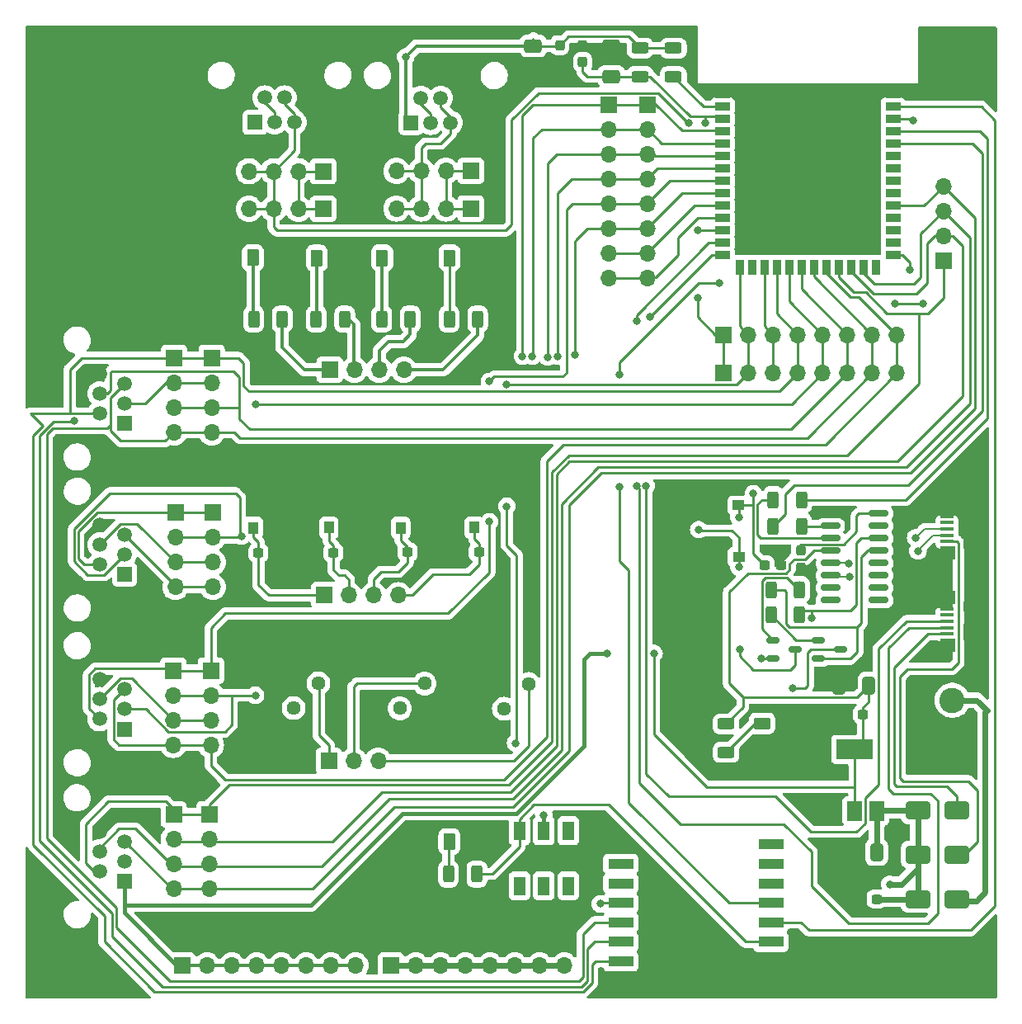
<source format=gbr>
%TF.GenerationSoftware,KiCad,Pcbnew,7.0.6*%
%TF.CreationDate,2024-04-06T15:27:50-05:00*%
%TF.ProjectId,ESP32_S3_DEVKIT_EL_V1,45535033-325f-4533-935f-4445564b4954,rev?*%
%TF.SameCoordinates,Original*%
%TF.FileFunction,Copper,L1,Top*%
%TF.FilePolarity,Positive*%
%FSLAX46Y46*%
G04 Gerber Fmt 4.6, Leading zero omitted, Abs format (unit mm)*
G04 Created by KiCad (PCBNEW 7.0.6) date 2024-04-06 15:27:50*
%MOMM*%
%LPD*%
G01*
G04 APERTURE LIST*
G04 Aperture macros list*
%AMRoundRect*
0 Rectangle with rounded corners*
0 $1 Rounding radius*
0 $2 $3 $4 $5 $6 $7 $8 $9 X,Y pos of 4 corners*
0 Add a 4 corners polygon primitive as box body*
4,1,4,$2,$3,$4,$5,$6,$7,$8,$9,$2,$3,0*
0 Add four circle primitives for the rounded corners*
1,1,$1+$1,$2,$3*
1,1,$1+$1,$4,$5*
1,1,$1+$1,$6,$7*
1,1,$1+$1,$8,$9*
0 Add four rect primitives between the rounded corners*
20,1,$1+$1,$2,$3,$4,$5,0*
20,1,$1+$1,$4,$5,$6,$7,0*
20,1,$1+$1,$6,$7,$8,$9,0*
20,1,$1+$1,$8,$9,$2,$3,0*%
G04 Aperture macros list end*
%TA.AperFunction,SMDPad,CuDef*%
%ADD10RoundRect,0.150000X-0.825000X-0.150000X0.825000X-0.150000X0.825000X0.150000X-0.825000X0.150000X0*%
%TD*%
%TA.AperFunction,ComponentPad*%
%ADD11R,1.700000X1.700000*%
%TD*%
%TA.AperFunction,ComponentPad*%
%ADD12O,1.700000X1.700000*%
%TD*%
%TA.AperFunction,SMDPad,CuDef*%
%ADD13RoundRect,0.237500X0.300000X0.237500X-0.300000X0.237500X-0.300000X-0.237500X0.300000X-0.237500X0*%
%TD*%
%TA.AperFunction,SMDPad,CuDef*%
%ADD14RoundRect,0.250000X0.412500X0.650000X-0.412500X0.650000X-0.412500X-0.650000X0.412500X-0.650000X0*%
%TD*%
%TA.AperFunction,ComponentPad*%
%ADD15R,1.520000X1.520000*%
%TD*%
%TA.AperFunction,ComponentPad*%
%ADD16C,1.520000*%
%TD*%
%TA.AperFunction,SMDPad,CuDef*%
%ADD17RoundRect,0.250000X0.375000X0.625000X-0.375000X0.625000X-0.375000X-0.625000X0.375000X-0.625000X0*%
%TD*%
%TA.AperFunction,ComponentPad*%
%ADD18R,2.600000X2.600000*%
%TD*%
%TA.AperFunction,ComponentPad*%
%ADD19C,2.600000*%
%TD*%
%TA.AperFunction,SMDPad,CuDef*%
%ADD20RoundRect,0.250000X-1.000000X-0.650000X1.000000X-0.650000X1.000000X0.650000X-1.000000X0.650000X0*%
%TD*%
%TA.AperFunction,SMDPad,CuDef*%
%ADD21R,1.250000X1.000000*%
%TD*%
%TA.AperFunction,ComponentPad*%
%ADD22C,4.700000*%
%TD*%
%TA.AperFunction,SMDPad,CuDef*%
%ADD23R,1.000000X1.250000*%
%TD*%
%TA.AperFunction,SMDPad,CuDef*%
%ADD24RoundRect,0.250000X-0.312500X-0.625000X0.312500X-0.625000X0.312500X0.625000X-0.312500X0.625000X0*%
%TD*%
%TA.AperFunction,SMDPad,CuDef*%
%ADD25R,2.800000X1.100000*%
%TD*%
%TA.AperFunction,SMDPad,CuDef*%
%ADD26R,2.600000X1.100000*%
%TD*%
%TA.AperFunction,SMDPad,CuDef*%
%ADD27RoundRect,0.250000X-0.625000X0.312500X-0.625000X-0.312500X0.625000X-0.312500X0.625000X0.312500X0*%
%TD*%
%TA.AperFunction,ComponentPad*%
%ADD28C,1.440000*%
%TD*%
%TA.AperFunction,SMDPad,CuDef*%
%ADD29RoundRect,0.237500X0.237500X-0.300000X0.237500X0.300000X-0.237500X0.300000X-0.237500X-0.300000X0*%
%TD*%
%TA.AperFunction,SMDPad,CuDef*%
%ADD30R,1.380000X0.450000*%
%TD*%
%TA.AperFunction,SMDPad,CuDef*%
%ADD31R,1.300000X1.650000*%
%TD*%
%TA.AperFunction,SMDPad,CuDef*%
%ADD32R,1.550000X1.425000*%
%TD*%
%TA.AperFunction,SMDPad,CuDef*%
%ADD33R,1.900000X1.800000*%
%TD*%
%TA.AperFunction,SMDPad,CuDef*%
%ADD34R,1.900000X1.000000*%
%TD*%
%TA.AperFunction,SMDPad,CuDef*%
%ADD35RoundRect,0.237500X-0.300000X-0.237500X0.300000X-0.237500X0.300000X0.237500X-0.300000X0.237500X0*%
%TD*%
%TA.AperFunction,SMDPad,CuDef*%
%ADD36RoundRect,0.150000X-0.512500X-0.150000X0.512500X-0.150000X0.512500X0.150000X-0.512500X0.150000X0*%
%TD*%
%TA.AperFunction,SMDPad,CuDef*%
%ADD37RoundRect,0.237500X-0.237500X0.300000X-0.237500X-0.300000X0.237500X-0.300000X0.237500X0.300000X0*%
%TD*%
%TA.AperFunction,SMDPad,CuDef*%
%ADD38RoundRect,0.250000X0.312500X0.625000X-0.312500X0.625000X-0.312500X-0.625000X0.312500X-0.625000X0*%
%TD*%
%TA.AperFunction,SMDPad,CuDef*%
%ADD39RoundRect,0.250000X0.625000X-0.312500X0.625000X0.312500X-0.625000X0.312500X-0.625000X-0.312500X0*%
%TD*%
%TA.AperFunction,SMDPad,CuDef*%
%ADD40R,1.500000X2.000000*%
%TD*%
%TA.AperFunction,SMDPad,CuDef*%
%ADD41R,3.800000X2.000000*%
%TD*%
%TA.AperFunction,SMDPad,CuDef*%
%ADD42RoundRect,0.250000X0.625000X-0.375000X0.625000X0.375000X-0.625000X0.375000X-0.625000X-0.375000X0*%
%TD*%
%TA.AperFunction,SMDPad,CuDef*%
%ADD43R,1.500000X0.900000*%
%TD*%
%TA.AperFunction,SMDPad,CuDef*%
%ADD44R,0.900000X1.500000*%
%TD*%
%TA.AperFunction,SMDPad,CuDef*%
%ADD45R,0.900000X0.900000*%
%TD*%
%TA.AperFunction,SMDPad,CuDef*%
%ADD46RoundRect,0.250000X-0.650000X0.412500X-0.650000X-0.412500X0.650000X-0.412500X0.650000X0.412500X0*%
%TD*%
%TA.AperFunction,SMDPad,CuDef*%
%ADD47RoundRect,0.250000X0.650000X-0.412500X0.650000X0.412500X-0.650000X0.412500X-0.650000X-0.412500X0*%
%TD*%
%TA.AperFunction,SMDPad,CuDef*%
%ADD48R,1.200000X1.950000*%
%TD*%
%TA.AperFunction,ViaPad*%
%ADD49C,0.800000*%
%TD*%
%TA.AperFunction,Conductor*%
%ADD50C,0.250000*%
%TD*%
%TA.AperFunction,Conductor*%
%ADD51C,0.200000*%
%TD*%
%TA.AperFunction,Conductor*%
%ADD52C,0.600000*%
%TD*%
%TA.AperFunction,Conductor*%
%ADD53C,0.350000*%
%TD*%
%TA.AperFunction,Conductor*%
%ADD54C,0.400000*%
%TD*%
%TA.AperFunction,Conductor*%
%ADD55C,0.300000*%
%TD*%
G04 APERTURE END LIST*
D10*
%TO.P,U1,1,GND*%
%TO.N,GND*%
X82720000Y-50160000D03*
%TO.P,U1,2,TXD*%
%TO.N,Net-(U1-TXD)*%
X82720000Y-51430000D03*
%TO.P,U1,3,RXD*%
%TO.N,Net-(U1-RXD)*%
X82720000Y-52700000D03*
%TO.P,U1,4,V3*%
%TO.N,+3.3V*%
X82720000Y-53970000D03*
%TO.P,U1,5,UD+*%
%TO.N,/D+*%
X82720000Y-55240000D03*
%TO.P,U1,6,UD-*%
%TO.N,/D-*%
X82720000Y-56510000D03*
%TO.P,U1,7,NC*%
%TO.N,unconnected-(U1-NC-Pad7)*%
X82720000Y-57780000D03*
%TO.P,U1,8,~{OUT}/~{DTR}*%
%TO.N,unconnected-(U1-~{OUT}{slash}~{DTR}-Pad8)*%
X82720000Y-59050000D03*
%TO.P,U1,9,~{CTS}*%
%TO.N,unconnected-(U1-~{CTS}-Pad9)*%
X87670000Y-59050000D03*
%TO.P,U1,10,~{DSR}*%
%TO.N,unconnected-(U1-~{DSR}-Pad10)*%
X87670000Y-57780000D03*
%TO.P,U1,11,~{RI}*%
%TO.N,unconnected-(U1-~{RI}-Pad11)*%
X87670000Y-56510000D03*
%TO.P,U1,12,~{DCD}*%
%TO.N,unconnected-(U1-~{DCD}-Pad12)*%
X87670000Y-55240000D03*
%TO.P,U1,13,~{DTR}*%
%TO.N,/DTR*%
X87670000Y-53970000D03*
%TO.P,U1,14,~{RTS}*%
%TO.N,/RTS*%
X87670000Y-52700000D03*
%TO.P,U1,15,R232*%
%TO.N,unconnected-(U1-R232-Pad15)*%
X87670000Y-51430000D03*
%TO.P,U1,16,VCC*%
%TO.N,Net-(U1-VCC)*%
X87670000Y-50160000D03*
%TD*%
D11*
%TO.P,J19,1,Pin_1*%
%TO.N,/GPIO_08*%
X30645000Y-18875000D03*
D12*
%TO.P,J19,2,Pin_2*%
X28105000Y-18875000D03*
%TO.P,J19,3,Pin_3*%
%TO.N,/GPIO_09*%
X25565000Y-18875000D03*
%TO.P,J19,4,Pin_4*%
X23025000Y-18875000D03*
%TD*%
D13*
%TO.P,C11,1*%
%TO.N,+3.3V*%
X86040000Y-70770000D03*
%TO.P,C11,2*%
%TO.N,GND*%
X84315000Y-70770000D03*
%TD*%
D14*
%TO.P,C9,1*%
%TO.N,+5V*%
X87462500Y-84900000D03*
%TO.P,C9,2*%
%TO.N,GND*%
X84337500Y-84900000D03*
%TD*%
D11*
%TO.P,J20,1,Pin_1*%
%TO.N,/GPIO_10*%
X15350000Y-34180000D03*
D12*
%TO.P,J20,2,Pin_2*%
%TO.N,/GPIO_11*%
X15350000Y-36720000D03*
%TO.P,J20,3,Pin_3*%
%TO.N,/GPIO_12*%
X15350000Y-39260000D03*
%TO.P,J20,4,Pin_4*%
%TO.N,/GPIO_13*%
X15350000Y-41800000D03*
%TD*%
D13*
%TO.P,C10,1*%
%TO.N,+5V*%
X87462500Y-89700000D03*
%TO.P,C10,2*%
%TO.N,GND*%
X85737500Y-89700000D03*
%TD*%
D14*
%TO.P,C12,1*%
%TO.N,+3.3V*%
X86670000Y-67800000D03*
%TO.P,C12,2*%
%TO.N,GND*%
X83545000Y-67800000D03*
%TD*%
D15*
%TO.P,J22,1*%
%TO.N,+3.3V*%
X10225000Y-72260000D03*
D16*
%TO.P,J22,2*%
%TO.N,/GPIO_15*%
X7685000Y-71240000D03*
%TO.P,J22,3*%
%TO.N,/GPIO_16*%
X10225000Y-70220000D03*
%TO.P,J22,4*%
%TO.N,/GPIO_03*%
X7685000Y-69200000D03*
%TO.P,J22,5*%
%TO.N,/GPIO_14*%
X10225000Y-68180000D03*
%TO.P,J22,6*%
%TO.N,GND*%
X7685000Y-67160000D03*
%TD*%
D13*
%TO.P,C5,1*%
%TO.N,/BTN1*%
X23995000Y-54175000D03*
%TO.P,C5,2*%
%TO.N,GND*%
X22270000Y-54175000D03*
%TD*%
%TO.P,C6,1*%
%TO.N,/BTN2*%
X31700000Y-54165000D03*
%TO.P,C6,2*%
%TO.N,GND*%
X29975000Y-54165000D03*
%TD*%
D11*
%TO.P,J3,1,Pin_1*%
%TO.N,/LED1*%
X31312500Y-35392500D03*
D12*
%TO.P,J3,2,Pin_2*%
%TO.N,/LED2*%
X33852500Y-35392500D03*
%TO.P,J3,3,Pin_3*%
%TO.N,/LED3*%
X36392500Y-35392500D03*
%TO.P,J3,4,Pin_4*%
%TO.N,/LED4*%
X38932500Y-35392500D03*
%TD*%
D11*
%TO.P,J26,1,Pin_1*%
%TO.N,/GPIO_15*%
X15275000Y-66260000D03*
D12*
%TO.P,J26,2,Pin_2*%
%TO.N,/GPIO_16*%
X15275000Y-68800000D03*
%TO.P,J26,3,Pin_3*%
%TO.N,/GPIO_03*%
X15275000Y-71340000D03*
%TO.P,J26,4,Pin_4*%
%TO.N,/GPIO_14*%
X15275000Y-73880000D03*
%TD*%
D11*
%TO.P,J1,1,Pin_1*%
%TO.N,/GPIO_08*%
X71760000Y-31800000D03*
D12*
%TO.P,J1,2,Pin_2*%
%TO.N,/GPIO_03*%
X74300000Y-31800000D03*
%TO.P,J1,3,Pin_3*%
%TO.N,/GPIO_09*%
X76840000Y-31800000D03*
%TO.P,J1,4,Pin_4*%
%TO.N,/GPIO_10*%
X79380000Y-31800000D03*
%TO.P,J1,5,Pin_5*%
%TO.N,/GPIO_11*%
X81920000Y-31800000D03*
%TO.P,J1,6,Pin_6*%
%TO.N,/GPIO_12*%
X84460000Y-31800000D03*
%TO.P,J1,7,Pin_7*%
%TO.N,/GPIO_13*%
X87000000Y-31800000D03*
%TO.P,J1,8,Pin_8*%
%TO.N,/GPIO_14*%
X89540000Y-31800000D03*
%TD*%
D17*
%TO.P,LED 3,1,K*%
%TO.N,GND*%
X39510000Y-23920000D03*
%TO.P,LED 3,2,A*%
%TO.N,Net-(D9-A)*%
X36710000Y-23920000D03*
%TD*%
D18*
%TO.P,J6,1,Pin_1*%
%TO.N,GND*%
X95220000Y-74310000D03*
D19*
%TO.P,J6,2,Pin_2*%
%TO.N,/V_EXT*%
X95220000Y-69310000D03*
%TD*%
D11*
%TO.P,J4,1,Pin_1*%
%TO.N,/GPIO_04*%
X60000000Y-8200000D03*
D12*
%TO.P,J4,2,Pin_2*%
%TO.N,/GPIO_05*%
X60000000Y-10740000D03*
%TO.P,J4,3,Pin_3*%
%TO.N,/GPIO_06*%
X60000000Y-13280000D03*
%TO.P,J4,4,Pin_4*%
%TO.N,/GPIO_07*%
X60000000Y-15820000D03*
%TO.P,J4,5,Pin_5*%
%TO.N,/GPIO_15*%
X60000000Y-18360000D03*
%TO.P,J4,6,Pin_6*%
%TO.N,/GPIO_16*%
X60000000Y-20900000D03*
%TO.P,J4,7,Pin_7*%
%TO.N,/GPIO_17*%
X60000000Y-23440000D03*
%TO.P,J4,8,Pin_8*%
%TO.N,/GPIO_18*%
X60000000Y-25980000D03*
%TD*%
D20*
%TO.P,D13,1,K*%
%TO.N,+5V*%
X91680000Y-89710000D03*
%TO.P,D13,2,A*%
%TO.N,/V_EXT*%
X95680000Y-89710000D03*
%TD*%
D21*
%TO.P,BOOT,1,1*%
%TO.N,GND*%
X65525000Y-49300000D03*
%TO.P,BOOT,2,2*%
%TO.N,/GPIO0*%
X73275000Y-49300000D03*
%TD*%
D17*
%TO.P,D1,1,K*%
%TO.N,GND*%
X46400000Y-83800000D03*
%TO.P,D1,2,A*%
%TO.N,Net-(D1-A)*%
X43600000Y-83800000D03*
%TD*%
D22*
%TO.P,,3*%
%TO.N,GND*%
X96000000Y-3900000D03*
%TD*%
D23*
%TO.P,BT4,1,1*%
%TO.N,GND*%
X46170000Y-43845000D03*
%TO.P,BT4,2,2*%
%TO.N,/BTN4*%
X46170000Y-51595000D03*
%TD*%
D15*
%TO.P,J12,1*%
%TO.N,+3.3V*%
X39650000Y-10040000D03*
D16*
%TO.P,J12,2*%
%TO.N,/GPIO_17*%
X40670000Y-7500000D03*
%TO.P,J12,3*%
X41690000Y-10040000D03*
%TO.P,J12,4*%
%TO.N,/GPIO_18*%
X42710000Y-7500000D03*
%TO.P,J12,5*%
X43730000Y-10040000D03*
%TO.P,J12,6*%
%TO.N,GND*%
X44750000Y-7500000D03*
%TD*%
D15*
%TO.P,J13,1*%
%TO.N,+3.3V*%
X23625000Y-10015000D03*
D16*
%TO.P,J13,2*%
%TO.N,/GPIO_08*%
X24645000Y-7475000D03*
%TO.P,J13,3*%
X25665000Y-10015000D03*
%TO.P,J13,4*%
%TO.N,/GPIO_09*%
X26685000Y-7475000D03*
%TO.P,J13,5*%
X27705000Y-10015000D03*
%TO.P,J13,6*%
%TO.N,GND*%
X28725000Y-7475000D03*
%TD*%
D11*
%TO.P,J33,1,Pin_1*%
%TO.N,GND*%
X37600000Y-92800000D03*
D12*
%TO.P,J33,2,Pin_2*%
X40140000Y-92800000D03*
%TO.P,J33,3,Pin_3*%
X42680000Y-92800000D03*
%TO.P,J33,4,Pin_4*%
X45220000Y-92800000D03*
%TO.P,J33,5,Pin_5*%
X47760000Y-92800000D03*
%TO.P,J33,6,Pin_6*%
X50300000Y-92800000D03*
%TO.P,J33,7,Pin_7*%
X52840000Y-92800000D03*
%TO.P,J33,8,Pin_8*%
X55380000Y-92800000D03*
%TD*%
D24*
%TO.P,R2,1*%
%TO.N,Net-(U1-RXD)*%
X76835000Y-48730000D03*
%TO.P,R2,2*%
%TO.N,/U0TXD*%
X79760000Y-48730000D03*
%TD*%
D11*
%TO.P,J31,1,Pin_1*%
%TO.N,+5V*%
X37620000Y-96500000D03*
D12*
%TO.P,J31,2,Pin_2*%
X40160000Y-96500000D03*
%TO.P,J31,3,Pin_3*%
X42700000Y-96500000D03*
%TO.P,J31,4,Pin_4*%
X45240000Y-96500000D03*
%TO.P,J31,5,Pin_5*%
X47780000Y-96500000D03*
%TO.P,J31,6,Pin_6*%
X50320000Y-96500000D03*
%TO.P,J31,7,Pin_7*%
X52860000Y-96500000D03*
%TO.P,J31,8,Pin_8*%
X55400000Y-96500000D03*
%TD*%
D25*
%TO.P,U4,1,GND*%
%TO.N,GND*%
X76500000Y-98100000D03*
D26*
%TO.P,U4,2,GND*%
X76600000Y-96100000D03*
%TO.P,U4,3,3.3V*%
%TO.N,Net-(S1-NC_4)*%
X76600000Y-94100000D03*
%TO.P,U4,4,RESET*%
%TO.N,/GPIO_01*%
X76600000Y-92100000D03*
%TO.P,U4,5,DI00*%
%TO.N,/GPIO_02*%
X76600000Y-90100000D03*
%TO.P,U4,6,DI01*%
%TO.N,unconnected-(U4-DI01-Pad6)*%
X76600000Y-88100000D03*
%TO.P,U4,7,DI02*%
%TO.N,unconnected-(U4-DI02-Pad7)*%
X76600000Y-86100000D03*
%TO.P,U4,8,DI03*%
%TO.N,unconnected-(U4-DI03-Pad8)*%
X76600000Y-84100000D03*
%TO.P,U4,9,GND*%
%TO.N,GND*%
X61200000Y-84100000D03*
%TO.P,U4,10,DI04*%
%TO.N,unconnected-(U4-DI04-Pad10)*%
X61200000Y-86100000D03*
%TO.P,U4,11,DI05*%
%TO.N,unconnected-(U4-DI05-Pad11)*%
X61200000Y-88100000D03*
%TO.P,U4,12,SCK*%
%TO.N,/GPIO_12*%
X61200000Y-90100000D03*
%TO.P,U4,13,MISO*%
%TO.N,/GPIO_13*%
X61200000Y-92100000D03*
%TO.P,U4,14,MOSI*%
%TO.N,/GPIO_11*%
X61200000Y-94100000D03*
%TO.P,U4,15,NSS*%
%TO.N,/GPIO_10*%
X61200000Y-96100000D03*
%TO.P,U4,16,GND*%
%TO.N,GND*%
X61200000Y-98100000D03*
%TD*%
D15*
%TO.P,J9,1*%
%TO.N,+3.3V*%
X10265000Y-56400000D03*
D16*
%TO.P,J9,2*%
%TO.N,/GPIO_04*%
X7725000Y-55380000D03*
%TO.P,J9,3*%
%TO.N,/GPIO_05*%
X10265000Y-54360000D03*
%TO.P,J9,4*%
%TO.N,/GPIO_06*%
X7725000Y-53340000D03*
%TO.P,J9,5*%
%TO.N,/GPIO_07*%
X10265000Y-52320000D03*
%TO.P,J9,6*%
%TO.N,GND*%
X7725000Y-51300000D03*
%TD*%
D27*
%TO.P,R14,1*%
%TO.N,+3.3V*%
X72000000Y-71737500D03*
%TO.P,R14,2*%
%TO.N,Net-(D14-A)*%
X72000000Y-74662500D03*
%TD*%
D13*
%TO.P,C8,1*%
%TO.N,/BTN4*%
X46635000Y-54095000D03*
%TO.P,C8,2*%
%TO.N,GND*%
X44910000Y-54095000D03*
%TD*%
D27*
%TO.P,R4,1*%
%TO.N,+3.3V*%
X66595000Y-2400000D03*
%TO.P,R4,2*%
%TO.N,Net-(U2-3V3)*%
X66595000Y-5325000D03*
%TD*%
D28*
%TO.P,RV1,1,1*%
%TO.N,+3.3V*%
X27615000Y-70100000D03*
%TO.P,RV1,2,2*%
%TO.N,/POT1*%
X30155000Y-67560000D03*
%TO.P,RV1,3,3*%
%TO.N,GND*%
X27615000Y-65020000D03*
%TD*%
D17*
%TO.P,LED 1,1,K*%
%TO.N,GND*%
X26230000Y-23910000D03*
%TO.P,LED 1,2,A*%
%TO.N,Net-(D7-A)*%
X23430000Y-23910000D03*
%TD*%
D15*
%TO.P,J23,1*%
%TO.N,+3.3V*%
X10235000Y-87865000D03*
D16*
%TO.P,J23,2*%
%TO.N,/GPIO_21*%
X7695000Y-86845000D03*
%TO.P,J23,3*%
%TO.N,/GPIO_47*%
X10235000Y-85825000D03*
%TO.P,J23,4*%
%TO.N,/GPIO_48*%
X7695000Y-84805000D03*
%TO.P,J23,5*%
%TO.N,/GPIO_38*%
X10235000Y-83785000D03*
%TO.P,J23,6*%
%TO.N,GND*%
X7695000Y-82765000D03*
%TD*%
D28*
%TO.P,RV3,1,1*%
%TO.N,+3.3V*%
X49200000Y-70180000D03*
%TO.P,RV3,2,2*%
%TO.N,/POT3*%
X51740000Y-67640000D03*
%TO.P,RV3,3,3*%
%TO.N,GND*%
X49200000Y-65100000D03*
%TD*%
D22*
%TO.P,H3,3*%
%TO.N,GND*%
X96300000Y-96100000D03*
%TD*%
D11*
%TO.P,J7,1,Pin_1*%
%TO.N,/GPIO_04*%
X63900000Y-8200000D03*
D12*
%TO.P,J7,2,Pin_2*%
%TO.N,/GPIO_05*%
X63900000Y-10740000D03*
%TO.P,J7,3,Pin_3*%
%TO.N,/GPIO_06*%
X63900000Y-13280000D03*
%TO.P,J7,4,Pin_4*%
%TO.N,/GPIO_07*%
X63900000Y-15820000D03*
%TO.P,J7,5,Pin_5*%
%TO.N,/GPIO_15*%
X63900000Y-18360000D03*
%TO.P,J7,6,Pin_6*%
%TO.N,/GPIO_16*%
X63900000Y-20900000D03*
%TO.P,J7,7,Pin_7*%
%TO.N,/GPIO_17*%
X63900000Y-23440000D03*
%TO.P,J7,8,Pin_8*%
%TO.N,/GPIO_18*%
X63900000Y-25980000D03*
%TD*%
D11*
%TO.P,J28,1,Pin_1*%
%TO.N,/GPIO_21*%
X15300000Y-81020000D03*
D12*
%TO.P,J28,2,Pin_2*%
%TO.N,/GPIO_47*%
X15300000Y-83560000D03*
%TO.P,J28,3,Pin_3*%
%TO.N,/GPIO_48*%
X15300000Y-86100000D03*
%TO.P,J28,4,Pin_4*%
%TO.N,/GPIO_38*%
X15300000Y-88640000D03*
%TD*%
D11*
%TO.P,J24,1,Pin_1*%
%TO.N,/GPIO_04*%
X15475000Y-50060000D03*
D12*
%TO.P,J24,2,Pin_2*%
%TO.N,/GPIO_05*%
X15475000Y-52600000D03*
%TO.P,J24,3,Pin_3*%
%TO.N,/GPIO_06*%
X15475000Y-55140000D03*
%TO.P,J24,4,Pin_4*%
%TO.N,/GPIO_07*%
X15475000Y-57680000D03*
%TD*%
D11*
%TO.P,J18,1,Pin_1*%
%TO.N,/GPIO_08*%
X30645000Y-15025000D03*
D12*
%TO.P,J18,2,Pin_2*%
X28105000Y-15025000D03*
%TO.P,J18,3,Pin_3*%
%TO.N,/GPIO_09*%
X25565000Y-15025000D03*
%TO.P,J18,4,Pin_4*%
X23025000Y-15025000D03*
%TD*%
D24*
%TO.P,R3,1*%
%TO.N,Net-(D1-A)*%
X43497500Y-87140000D03*
%TO.P,R3,2*%
%TO.N,Net-(S1-NC_4)*%
X46422500Y-87140000D03*
%TD*%
D29*
%TO.P,C14,1*%
%TO.N,/CHIP_PU*%
X57275000Y-3822500D03*
%TO.P,C14,2*%
%TO.N,GND*%
X57275000Y-2097500D03*
%TD*%
D23*
%TO.P,BT2,1,1*%
%TO.N,GND*%
X31230000Y-43845000D03*
%TO.P,BT2,2,2*%
%TO.N,/BTN2*%
X31230000Y-51595000D03*
%TD*%
D30*
%TO.P,J8,1,VBUS*%
%TO.N,/VBUS_OTG*%
X94650000Y-62500000D03*
%TO.P,J8,2,D-*%
%TO.N,/GPIO_19*%
X94650000Y-61850000D03*
%TO.P,J8,3,D+*%
%TO.N,/GPIO_20*%
X94650000Y-61200000D03*
%TO.P,J8,4,ID*%
%TO.N,unconnected-(J8-ID-Pad4)*%
X94650000Y-60550000D03*
%TO.P,J8,5,GND*%
%TO.N,GND*%
X94650000Y-59900000D03*
D31*
%TO.P,J8,6,Shield*%
X97310000Y-64575000D03*
D32*
X94735000Y-63687500D03*
D33*
X97310000Y-62350000D03*
D34*
X97310000Y-59650000D03*
D32*
X94735000Y-58712500D03*
D31*
X97310000Y-57825000D03*
%TD*%
D24*
%TO.P,R8,1*%
%TO.N,Net-(D7-A)*%
X23515000Y-30200000D03*
%TO.P,R8,2*%
%TO.N,/LED1*%
X26440000Y-30200000D03*
%TD*%
%TO.P,R12,1*%
%TO.N,/DTR*%
X76600000Y-57960000D03*
%TO.P,R12,2*%
%TO.N,Net-(Q2-B)*%
X79525000Y-57960000D03*
%TD*%
D11*
%TO.P,J10,1,Pin_1*%
%TO.N,/BTN1*%
X30750000Y-58525000D03*
D12*
%TO.P,J10,2,Pin_2*%
%TO.N,/BTN2*%
X33290000Y-58525000D03*
%TO.P,J10,3,Pin_3*%
%TO.N,/BTN3*%
X35830000Y-58525000D03*
%TO.P,J10,4,Pin_4*%
%TO.N,/BTN4*%
X38370000Y-58525000D03*
%TD*%
D35*
%TO.P,C13,1*%
%TO.N,/GPIO0*%
X75940000Y-55410000D03*
%TO.P,C13,2*%
%TO.N,GND*%
X77665000Y-55410000D03*
%TD*%
D20*
%TO.P,D11,1,K*%
%TO.N,+5V*%
X91680000Y-80610000D03*
%TO.P,D11,2,A*%
%TO.N,/VBUS_OTG*%
X95680000Y-80610000D03*
%TD*%
D36*
%TO.P,Q2,1,B*%
%TO.N,Net-(Q2-B)*%
X76830000Y-63120000D03*
%TO.P,Q2,2,E*%
%TO.N,/RTS*%
X76830000Y-65020000D03*
%TO.P,Q2,3,C*%
%TO.N,/CHIP_PU*%
X79105000Y-64070000D03*
%TD*%
D24*
%TO.P,R11,1*%
%TO.N,Net-(D10-A)*%
X43577500Y-30200000D03*
%TO.P,R11,2*%
%TO.N,/LED4*%
X46502500Y-30200000D03*
%TD*%
D11*
%TO.P,J25,1,Pin_1*%
%TO.N,/GPIO_04*%
X19325000Y-50060000D03*
D12*
%TO.P,J25,2,Pin_2*%
%TO.N,/GPIO_05*%
X19325000Y-52600000D03*
%TO.P,J25,3,Pin_3*%
%TO.N,/GPIO_06*%
X19325000Y-55140000D03*
%TO.P,J25,4,Pin_4*%
%TO.N,/GPIO_07*%
X19325000Y-57680000D03*
%TD*%
D37*
%TO.P,C3,1*%
%TO.N,+3.3V*%
X54925000Y-2100000D03*
%TO.P,C3,2*%
%TO.N,GND*%
X54925000Y-3825000D03*
%TD*%
D21*
%TO.P,RESET,1,1*%
%TO.N,GND*%
X65550000Y-54600000D03*
%TO.P,RESET,2,2*%
%TO.N,/CHIP_PU*%
X73300000Y-54600000D03*
%TD*%
D38*
%TO.P,R1,1*%
%TO.N,Net-(U1-TXD)*%
X79732500Y-51440000D03*
%TO.P,R1,2*%
%TO.N,/U0RXD*%
X76807500Y-51440000D03*
%TD*%
D11*
%TO.P,J5,1,Pin_1*%
%TO.N,/GPIO_21*%
X94300000Y-24180000D03*
D12*
%TO.P,J5,2,Pin_2*%
%TO.N,/GPIO_47*%
X94300000Y-21640000D03*
%TO.P,J5,3,Pin_3*%
%TO.N,/GPIO_48*%
X94300000Y-19100000D03*
%TO.P,J5,4,Pin_4*%
%TO.N,/GPIO_38*%
X94300000Y-16560000D03*
%TD*%
D11*
%TO.P,J21,1,Pin_1*%
%TO.N,/GPIO_10*%
X19200000Y-34180000D03*
D12*
%TO.P,J21,2,Pin_2*%
%TO.N,/GPIO_11*%
X19200000Y-36720000D03*
%TO.P,J21,3,Pin_3*%
%TO.N,/GPIO_12*%
X19200000Y-39260000D03*
%TO.P,J21,4,Pin_4*%
%TO.N,/GPIO_13*%
X19200000Y-41800000D03*
%TD*%
D38*
%TO.P,R13,1*%
%TO.N,/RTS*%
X79535000Y-60550000D03*
%TO.P,R13,2*%
%TO.N,Net-(Q3-B)*%
X76610000Y-60550000D03*
%TD*%
D39*
%TO.P,R7,1*%
%TO.N,/CHIP_PU*%
X63185000Y-5305000D03*
%TO.P,R7,2*%
%TO.N,+3.3V*%
X63185000Y-2380000D03*
%TD*%
D11*
%TO.P,J16,1,Pin_1*%
%TO.N,/GPIO_17*%
X45790000Y-15000000D03*
D12*
%TO.P,J16,2,Pin_2*%
X43250000Y-15000000D03*
%TO.P,J16,3,Pin_3*%
%TO.N,/GPIO_18*%
X40710000Y-15000000D03*
%TO.P,J16,4,Pin_4*%
X38170000Y-15000000D03*
%TD*%
D28*
%TO.P,RV2,1,1*%
%TO.N,+3.3V*%
X38515000Y-70140000D03*
%TO.P,RV2,2,2*%
%TO.N,/POT2*%
X41055000Y-67600000D03*
%TO.P,RV2,3,3*%
%TO.N,GND*%
X38515000Y-65060000D03*
%TD*%
D36*
%TO.P,Q3,1,B*%
%TO.N,Net-(Q3-B)*%
X81500000Y-63150000D03*
%TO.P,Q3,2,E*%
%TO.N,/DTR*%
X81500000Y-65050000D03*
%TO.P,Q3,3,C*%
%TO.N,/GPIO0*%
X83775000Y-64100000D03*
%TD*%
D11*
%TO.P,J30,1,Pin_1*%
%TO.N,GND*%
X16220000Y-92800000D03*
D12*
%TO.P,J30,2,Pin_2*%
X18760000Y-92800000D03*
%TO.P,J30,3,Pin_3*%
X21300000Y-92800000D03*
%TO.P,J30,4,Pin_4*%
X23840000Y-92800000D03*
%TO.P,J30,5,Pin_5*%
X26380000Y-92800000D03*
%TO.P,J30,6,Pin_6*%
X28920000Y-92800000D03*
%TO.P,J30,7,Pin_7*%
X31460000Y-92800000D03*
%TO.P,J30,8,Pin_8*%
X34000000Y-92800000D03*
%TD*%
D20*
%TO.P,D12,1,K*%
%TO.N,+5V*%
X91690000Y-85140000D03*
%TO.P,D12,2,A*%
%TO.N,/VBUS*%
X95690000Y-85140000D03*
%TD*%
D11*
%TO.P,J11,1,Pin_1*%
%TO.N,+3.3V*%
X16200000Y-96500000D03*
D12*
%TO.P,J11,2,Pin_2*%
X18740000Y-96500000D03*
%TO.P,J11,3,Pin_3*%
X21280000Y-96500000D03*
%TO.P,J11,4,Pin_4*%
X23820000Y-96500000D03*
%TO.P,J11,5,Pin_5*%
X26360000Y-96500000D03*
%TO.P,J11,6,Pin_6*%
X28900000Y-96500000D03*
%TO.P,J11,7,Pin_7*%
X31440000Y-96500000D03*
%TO.P,J11,8,Pin_8*%
X33980000Y-96500000D03*
%TD*%
D11*
%TO.P,J29,1,Pin_1*%
%TO.N,/GPIO_21*%
X19000000Y-80980000D03*
D12*
%TO.P,J29,2,Pin_2*%
%TO.N,/GPIO_47*%
X19000000Y-83520000D03*
%TO.P,J29,3,Pin_3*%
%TO.N,/GPIO_48*%
X19000000Y-86060000D03*
%TO.P,J29,4,Pin_4*%
%TO.N,/GPIO_38*%
X19000000Y-88600000D03*
%TD*%
D40*
%TO.P,U3,1,GND*%
%TO.N,GND*%
X82890000Y-80660000D03*
%TO.P,U3,2,VO*%
%TO.N,+3.3V*%
X85190000Y-80660000D03*
D41*
X85190000Y-74360000D03*
D40*
%TO.P,U3,3,VI*%
%TO.N,+5V*%
X87490000Y-80660000D03*
%TD*%
D15*
%TO.P,J14,1*%
%TO.N,+3.3V*%
X10240000Y-40900000D03*
D16*
%TO.P,J14,2*%
%TO.N,/GPIO_10*%
X7700000Y-39880000D03*
%TO.P,J14,3*%
%TO.N,/GPIO_11*%
X10240000Y-38860000D03*
%TO.P,J14,4*%
%TO.N,/GPIO_12*%
X7700000Y-37840000D03*
%TO.P,J14,5*%
%TO.N,/GPIO_13*%
X10240000Y-36820000D03*
%TO.P,J14,6*%
%TO.N,GND*%
X7700000Y-35800000D03*
%TD*%
D11*
%TO.P,J27,1,Pin_1*%
%TO.N,/GPIO_15*%
X19125000Y-66260000D03*
D12*
%TO.P,J27,2,Pin_2*%
%TO.N,/GPIO_16*%
X19125000Y-68800000D03*
%TO.P,J27,3,Pin_3*%
%TO.N,/GPIO_03*%
X19125000Y-71340000D03*
%TO.P,J27,4,Pin_4*%
%TO.N,/GPIO_14*%
X19125000Y-73880000D03*
%TD*%
D22*
%TO.P,,3*%
%TO.N,GND*%
X3900000Y-96200000D03*
%TD*%
D24*
%TO.P,R9,1*%
%TO.N,Net-(D8-A)*%
X29937500Y-30200000D03*
%TO.P,R9,2*%
%TO.N,/LED2*%
X32862500Y-30200000D03*
%TD*%
D17*
%TO.P,LED 4,1,K*%
%TO.N,GND*%
X46420000Y-23920000D03*
%TO.P,LED 4,2,A*%
%TO.N,Net-(D10-A)*%
X43620000Y-23920000D03*
%TD*%
D22*
%TO.P,,3*%
%TO.N,GND*%
X3600000Y-4000000D03*
%TD*%
D42*
%TO.P,D14,1,K*%
%TO.N,GND*%
X75700000Y-74500000D03*
%TO.P,D14,2,A*%
%TO.N,Net-(D14-A)*%
X75700000Y-71700000D03*
%TD*%
D23*
%TO.P,BT1,1,1*%
%TO.N,GND*%
X23490000Y-43855000D03*
%TO.P,BT1,2,2*%
%TO.N,/BTN1*%
X23490000Y-51605000D03*
%TD*%
D37*
%TO.P,C1,1*%
%TO.N,Net-(U1-VCC)*%
X79670000Y-53967500D03*
%TO.P,C1,2*%
%TO.N,GND*%
X79670000Y-55692500D03*
%TD*%
D43*
%TO.P,U2,1,GND*%
%TO.N,GND*%
X71630000Y-7120000D03*
%TO.P,U2,2,3V3*%
%TO.N,Net-(U2-3V3)*%
X71630000Y-8390000D03*
%TO.P,U2,3,EN*%
%TO.N,/CHIP_PU*%
X71630000Y-9660000D03*
%TO.P,U2,4,GPIO4/TOUCH4/ADC1_CH3*%
%TO.N,/GPIO_04*%
X71630000Y-10930000D03*
%TO.P,U2,5,GPIO5/TOUCH5/ADC1_CH4*%
%TO.N,/GPIO_05*%
X71630000Y-12200000D03*
%TO.P,U2,6,GPIO6/TOUCH6/ADC1_CH5*%
%TO.N,/GPIO_06*%
X71630000Y-13470000D03*
%TO.P,U2,7,GPIO7/TOUCH7/ADC1_CH6*%
%TO.N,/GPIO_07*%
X71630000Y-14740000D03*
%TO.P,U2,8,GPIO15/U0RTS/ADC2_CH4/XTAL_32K_P*%
%TO.N,/GPIO_15*%
X71630000Y-16010000D03*
%TO.P,U2,9,GPIO16/U0CTS/ADC2_CH5/XTAL_32K_N*%
%TO.N,/GPIO_16*%
X71630000Y-17280000D03*
%TO.P,U2,10,GPIO17/U1TXD/ADC2_CH6*%
%TO.N,/GPIO_17*%
X71630000Y-18550000D03*
%TO.P,U2,11,GPIO18/U1RXD/ADC2_CH7/CLK_OUT3*%
%TO.N,/GPIO_18*%
X71630000Y-19820000D03*
%TO.P,U2,12,GPIO8/TOUCH8/ADC1_CH7/SUBSPICS1*%
%TO.N,/GPIO_08*%
X71630000Y-21090000D03*
%TO.P,U2,13,GPIO19/U1RTS/ADC2_CH8/CLK_OUT2/USB_D-*%
%TO.N,/GPIO_19*%
X71630000Y-22360000D03*
%TO.P,U2,14,GPIO20/U1CTS/ADC2_CH9/CLK_OUT1/USB_D+*%
%TO.N,/GPIO_20*%
X71630000Y-23630000D03*
D44*
%TO.P,U2,15,GPIO3/TOUCH3/ADC1_CH2*%
%TO.N,/GPIO_03*%
X73395000Y-24880000D03*
%TO.P,U2,16,GPIO46*%
%TO.N,/GPIO_46*%
X74665000Y-24880000D03*
%TO.P,U2,17,GPIO9/TOUCH9/ADC1_CH8/FSPIHD/SUBSPIHD*%
%TO.N,/GPIO_09*%
X75935000Y-24880000D03*
%TO.P,U2,18,GPIO10/TOUCH10/ADC1_CH9/FSPICS0/FSPIIO4/SUBSPICS0*%
%TO.N,/GPIO_10*%
X77205000Y-24880000D03*
%TO.P,U2,19,GPIO11/TOUCH11/ADC2_CH0/FSPID/FSPIIO5/SUBSPID*%
%TO.N,/GPIO_11*%
X78475000Y-24880000D03*
%TO.P,U2,20,GPIO12/TOUCH12/ADC2_CH1/FSPICLK/FSPIIO6/SUBSPICLK*%
%TO.N,/GPIO_12*%
X79745000Y-24880000D03*
%TO.P,U2,21,GPIO13/TOUCH13/ADC2_CH2/FSPIQ/FSPIIO7/SUBSPIQ*%
%TO.N,/GPIO_13*%
X81015000Y-24880000D03*
%TO.P,U2,22,GPIO14/TOUCH14/ADC2_CH3/FSPIWP/FSPIDQS/SUBSPIWP*%
%TO.N,/GPIO_14*%
X82285000Y-24880000D03*
%TO.P,U2,23,GPIO21*%
%TO.N,/GPIO_21*%
X83555000Y-24880000D03*
%TO.P,U2,24,GPIO47/SPICLK_P/SUBSPICLK_P_DIFF*%
%TO.N,/GPIO_47*%
X84825000Y-24880000D03*
%TO.P,U2,25,GPIO48/SPICLK_N/SUBSPICLK_N_DIFF*%
%TO.N,/GPIO_48*%
X86095000Y-24880000D03*
%TO.P,U2,26,GPIO45*%
%TO.N,/GPIO_45*%
X87365000Y-24880000D03*
D43*
%TO.P,U2,27,GPIO0/BOOT*%
%TO.N,/GPIO0*%
X89130000Y-23630000D03*
%TO.P,U2,28,SPIIO6/GPIO35/FSPID/SUBSPID*%
%TO.N,unconnected-(U2-SPIIO6{slash}GPIO35{slash}FSPID{slash}SUBSPID-Pad28)*%
X89130000Y-22360000D03*
%TO.P,U2,29,SPIIO7/GPIO36/FSPICLK/SUBSPICLK*%
%TO.N,unconnected-(U2-SPIIO7{slash}GPIO36{slash}FSPICLK{slash}SUBSPICLK-Pad29)*%
X89130000Y-21090000D03*
%TO.P,U2,30,SPIDQS/GPIO37/FSPIQ/SUBSPIQ*%
%TO.N,unconnected-(U2-SPIDQS{slash}GPIO37{slash}FSPIQ{slash}SUBSPIQ-Pad30)*%
X89130000Y-19820000D03*
%TO.P,U2,31,GPIO38/FSPIWP/SUBSPIWP*%
%TO.N,/GPIO_38*%
X89130000Y-18550000D03*
%TO.P,U2,32,MTCK/GPIO39/CLK_OUT3/SUBSPICS1*%
%TO.N,/GPIO_39_TCK*%
X89130000Y-17280000D03*
%TO.P,U2,33,MTDO/GPIO40/CLK_OUT2*%
%TO.N,/GPIO_40_TDO*%
X89130000Y-16010000D03*
%TO.P,U2,34,MTDI/GPIO41/CLK_OUT1*%
%TO.N,/GPIO_41_TDI*%
X89130000Y-14740000D03*
%TO.P,U2,35,MTMS/GPIO42*%
%TO.N,/GPIO_42_TMS*%
X89130000Y-13470000D03*
%TO.P,U2,36,U0RXD/GPIO44/CLK_OUT2*%
%TO.N,/U0RXD*%
X89130000Y-12200000D03*
%TO.P,U2,37,U0TXD/GPIO43/CLK_OUT1*%
%TO.N,/U0TXD*%
X89130000Y-10930000D03*
%TO.P,U2,38,GPIO2/TOUCH2/ADC1_CH1*%
%TO.N,/GPIO_02*%
X89130000Y-9660000D03*
%TO.P,U2,39,GPIO1/TOUCH1/ADC1_CH0*%
%TO.N,/GPIO_01*%
X89130000Y-8390000D03*
%TO.P,U2,40,GND*%
%TO.N,GND*%
X89130000Y-7120000D03*
D45*
%TO.P,U2,41,GND*%
X77480000Y-13440000D03*
X77480000Y-14840000D03*
X77480000Y-16240000D03*
X77480000Y-16240000D03*
X78880000Y-13440000D03*
X78880000Y-13440000D03*
X78880000Y-14840000D03*
X78880000Y-16240000D03*
X80280000Y-13440000D03*
X80280000Y-14840000D03*
X80280000Y-16240000D03*
%TD*%
D23*
%TO.P,BT3,1,1*%
%TO.N,GND*%
X38600000Y-43850000D03*
%TO.P,BT3,2,2*%
%TO.N,/BTN3*%
X38600000Y-51600000D03*
%TD*%
D11*
%TO.P,J15,1,Pin_1*%
%TO.N,/GPIO_08*%
X71737652Y-35752944D03*
D12*
%TO.P,J15,2,Pin_2*%
%TO.N,/GPIO_03*%
X74277652Y-35752944D03*
%TO.P,J15,3,Pin_3*%
%TO.N,/GPIO_09*%
X76817652Y-35752944D03*
%TO.P,J15,4,Pin_4*%
%TO.N,/GPIO_10*%
X79357652Y-35752944D03*
%TO.P,J15,5,Pin_5*%
%TO.N,/GPIO_11*%
X81897652Y-35752944D03*
%TO.P,J15,6,Pin_6*%
%TO.N,/GPIO_12*%
X84437652Y-35752944D03*
%TO.P,J15,7,Pin_7*%
%TO.N,/GPIO_13*%
X86977652Y-35752944D03*
%TO.P,J15,8,Pin_8*%
%TO.N,/GPIO_14*%
X89517652Y-35752944D03*
%TD*%
D30*
%TO.P,J2,1,VBUS*%
%TO.N,/VBUS*%
X94670000Y-53030000D03*
%TO.P,J2,2,D-*%
%TO.N,/D-*%
X94670000Y-52380000D03*
%TO.P,J2,3,D+*%
%TO.N,/D+*%
X94670000Y-51730000D03*
%TO.P,J2,4,ID*%
%TO.N,unconnected-(J2-ID-Pad4)*%
X94670000Y-51080000D03*
%TO.P,J2,5,GND*%
%TO.N,GND*%
X94670000Y-50430000D03*
D31*
%TO.P,J2,6,Shield*%
X97330000Y-55105000D03*
D32*
X94755000Y-54217500D03*
D33*
X97330000Y-52880000D03*
D34*
X97330000Y-50180000D03*
D32*
X94755000Y-49242500D03*
D31*
X97330000Y-48355000D03*
%TD*%
D13*
%TO.P,C7,1*%
%TO.N,/BTN3*%
X39315000Y-54095000D03*
%TO.P,C7,2*%
%TO.N,GND*%
X37590000Y-54095000D03*
%TD*%
D11*
%TO.P,J32,1,Pin_1*%
%TO.N,/POT1*%
X31220000Y-75500000D03*
D12*
%TO.P,J32,2,Pin_2*%
%TO.N,/POT2*%
X33760000Y-75500000D03*
%TO.P,J32,3,Pin_3*%
%TO.N,/POT3*%
X36300000Y-75500000D03*
%TD*%
D46*
%TO.P,C2,1*%
%TO.N,+3.3V*%
X52195000Y-2160000D03*
%TO.P,C2,2*%
%TO.N,GND*%
X52195000Y-5285000D03*
%TD*%
D47*
%TO.P,C4,1*%
%TO.N,/CHIP_PU*%
X60225000Y-5305000D03*
%TO.P,C4,2*%
%TO.N,GND*%
X60225000Y-2180000D03*
%TD*%
D24*
%TO.P,R10,1*%
%TO.N,Net-(D9-A)*%
X36667500Y-30200000D03*
%TO.P,R10,2*%
%TO.N,/LED3*%
X39592500Y-30200000D03*
%TD*%
D17*
%TO.P,LED 2,1,K*%
%TO.N,GND*%
X32790000Y-23930000D03*
%TO.P,LED 2,2,A*%
%TO.N,Net-(D8-A)*%
X29990000Y-23930000D03*
%TD*%
D48*
%TO.P,SWITCH LORA,1,NC_1*%
%TO.N,unconnected-(S1-NC_1-Pad1)*%
X55800000Y-88350000D03*
%TO.P,SWITCH LORA,2,COM_1*%
%TO.N,unconnected-(S1-COM_1-Pad2)*%
X53300000Y-88350000D03*
%TO.P,SWITCH LORA,3,NC_2*%
%TO.N,unconnected-(S1-NC_2-Pad3)*%
X50800000Y-88350000D03*
%TO.P,SWITCH LORA,4,NC_3*%
%TO.N,unconnected-(S1-NC_3-Pad4)*%
X55800000Y-82700000D03*
%TO.P,SWITCH LORA,5,COM_2*%
%TO.N,+3.3V*%
X53300000Y-82700000D03*
%TO.P,SWITCH LORA,6,NC_4*%
%TO.N,Net-(S1-NC_4)*%
X50800000Y-82700000D03*
%TD*%
D11*
%TO.P,J17,1,Pin_1*%
%TO.N,/GPIO_17*%
X45790000Y-18850000D03*
D12*
%TO.P,J17,2,Pin_2*%
X43250000Y-18850000D03*
%TO.P,J17,3,Pin_3*%
%TO.N,/GPIO_18*%
X40710000Y-18850000D03*
%TO.P,J17,4,Pin_4*%
X38170000Y-18850000D03*
%TD*%
D49*
%TO.N,GND*%
X65278000Y-52070000D03*
%TO.N,+3.3V*%
X39116000Y-3284000D03*
%TO.N,GND*%
X8890000Y-45466000D03*
X85900000Y-86900000D03*
X91200000Y-50200000D03*
X92500000Y-64700000D03*
X80800000Y-55700000D03*
X79700000Y-79800000D03*
X84400000Y-50200000D03*
X77700000Y-53800000D03*
%TO.N,/GPIO_02*%
X61100000Y-35900000D03*
X61100000Y-47400000D03*
X91200000Y-9800000D03*
X71300000Y-26500000D03*
%TO.N,/GPIO_15*%
X47700000Y-51000000D03*
X47700000Y-36600000D03*
%TO.N,/GPIO_16*%
X56500000Y-33900000D03*
X23700000Y-68800000D03*
%TO.N,+3.3V*%
X53300000Y-81100000D03*
X59800000Y-64500000D03*
X64600000Y-64500000D03*
%TO.N,/CHIP_PU*%
X69200000Y-51800000D03*
X69900000Y-10100000D03*
X73300000Y-55600000D03*
X73400000Y-64100000D03*
%TO.N,+5V*%
X88800000Y-88200000D03*
%TO.N,/GPIO0*%
X78800000Y-68100000D03*
X90900000Y-25100000D03*
X73300000Y-50500000D03*
X74800000Y-48100000D03*
%TO.N,/D-*%
X84675500Y-56642000D03*
X91700000Y-54000000D03*
%TO.N,/D+*%
X91465000Y-52635000D03*
X84600000Y-55270000D03*
%TO.N,/GPIO_08*%
X69100000Y-21100000D03*
X69100000Y-28000000D03*
%TO.N,/GPIO_09*%
X89300000Y-28600000D03*
X92200000Y-28600000D03*
X68157816Y-10110922D03*
%TO.N,/GPIO_12*%
X59100000Y-90200000D03*
%TO.N,/GPIO_11*%
X23700000Y-38900000D03*
X5100000Y-40675000D03*
%TO.N,/GPIO_19*%
X62800000Y-30400000D03*
X62800000Y-47300000D03*
%TO.N,/GPIO_20*%
X63800000Y-47300000D03*
X64200000Y-30000000D03*
%TO.N,/RTS*%
X80800000Y-60900000D03*
X75600000Y-65000000D03*
%TO.N,/GPIO_04*%
X51100000Y-34000000D03*
%TO.N,/GPIO_05*%
X52100000Y-34000000D03*
X22255000Y-52470000D03*
%TO.N,/GPIO_06*%
X53700000Y-34100000D03*
%TO.N,/GPIO_07*%
X54700000Y-34000000D03*
%TO.N,/GPIO_03*%
X50400000Y-73700000D03*
X49500000Y-36900000D03*
X49500000Y-49400000D03*
%TD*%
D50*
%TO.N,+3.3V*%
X78527500Y-55887076D02*
X78144576Y-56270000D01*
X82720000Y-53970000D02*
X81007076Y-53970000D01*
X78144576Y-56270000D02*
X74230000Y-56270000D01*
X81007076Y-53970000D02*
X80147076Y-54830000D01*
X80147076Y-54830000D02*
X78970000Y-54830000D01*
X78970000Y-54830000D02*
X78527500Y-55272500D01*
X78527500Y-55272500D02*
X78527500Y-55887076D01*
X74230000Y-56270000D02*
X72300000Y-58200000D01*
X72300000Y-58200000D02*
X72300000Y-67600000D01*
X72300000Y-67600000D02*
X73725000Y-69025000D01*
D51*
%TO.N,/D-*%
X82852000Y-56642000D02*
X82720000Y-56510000D01*
X84675500Y-56642000D02*
X82852000Y-56642000D01*
D52*
%TO.N,/V_EXT*%
X97700000Y-89900000D02*
X95870000Y-89900000D01*
X98806000Y-70358000D02*
X98600000Y-70564000D01*
X97758000Y-69310000D02*
X98806000Y-70358000D01*
X95220000Y-69310000D02*
X97758000Y-69310000D01*
X98600000Y-70564000D02*
X98600000Y-89000000D01*
X98600000Y-89000000D02*
X97900000Y-89700000D01*
D50*
%TO.N,/GPIO_19*%
X63075000Y-47575000D02*
X62800000Y-47300000D01*
X63075000Y-77775000D02*
X63075000Y-47575000D01*
X67342000Y-82042000D02*
X63075000Y-77775000D01*
X77942000Y-82042000D02*
X67342000Y-82042000D01*
X80772000Y-84872000D02*
X77942000Y-82042000D01*
X80772000Y-88372000D02*
X80772000Y-84872000D01*
X84600000Y-92200000D02*
X80772000Y-88372000D01*
X92700000Y-92200000D02*
X84600000Y-92200000D01*
X93700000Y-91200000D02*
X92700000Y-92200000D01*
X93700000Y-79600000D02*
X93700000Y-91200000D01*
X88700000Y-63900000D02*
X88700000Y-78400000D01*
X93000000Y-78900000D02*
X93700000Y-79600000D01*
X90750000Y-61850000D02*
X88700000Y-63900000D01*
X88700000Y-78400000D02*
X89200000Y-78900000D01*
X89200000Y-78900000D02*
X93000000Y-78900000D01*
X94650000Y-61850000D02*
X90750000Y-61850000D01*
%TO.N,/GPIO_02*%
X61100000Y-55000000D02*
X61100000Y-47400000D01*
X62025000Y-79805000D02*
X62025000Y-55925000D01*
X72320000Y-90100000D02*
X62025000Y-79805000D01*
X62025000Y-55925000D02*
X61100000Y-55000000D01*
X76600000Y-90100000D02*
X72320000Y-90100000D01*
%TO.N,Net-(S1-NC_4)*%
X74034000Y-94100000D02*
X76600000Y-94100000D01*
X59944000Y-80010000D02*
X74034000Y-94100000D01*
X52290000Y-80010000D02*
X59944000Y-80010000D01*
X50800000Y-81500000D02*
X52290000Y-80010000D01*
X50800000Y-84328000D02*
X50800000Y-81500000D01*
X48006000Y-87122000D02*
X50800000Y-84328000D01*
X46422500Y-87140000D02*
X46440500Y-87122000D01*
X46440500Y-87122000D02*
X48006000Y-87122000D01*
%TO.N,/GPIO_38*%
X10285000Y-83785000D02*
X10235000Y-83785000D01*
X15245000Y-88745000D02*
X10285000Y-83785000D01*
X15344000Y-88646000D02*
X15245000Y-88745000D01*
X29554000Y-88646000D02*
X15344000Y-88646000D01*
X37936000Y-80264000D02*
X29554000Y-88646000D01*
X50136000Y-80264000D02*
X37936000Y-80264000D01*
X90906000Y-46000000D02*
X59200000Y-46000000D01*
X59200000Y-46000000D02*
X55900000Y-49300000D01*
X97536000Y-39370000D02*
X90906000Y-46000000D01*
X55900000Y-49300000D02*
X55900000Y-74500000D01*
X55900000Y-74500000D02*
X50136000Y-80264000D01*
X97536000Y-19796000D02*
X97536000Y-39370000D01*
X94300000Y-16560000D02*
X97536000Y-19796000D01*
%TO.N,/GPIO_48*%
X7695000Y-84505000D02*
X7695000Y-84805000D01*
X9700000Y-82500000D02*
X7695000Y-84505000D01*
X11400000Y-82500000D02*
X9700000Y-82500000D01*
X30455000Y-86345000D02*
X15245000Y-86345000D01*
X50100000Y-79400000D02*
X37400000Y-79400000D01*
X55100000Y-49200000D02*
X55100000Y-74400000D01*
X55100000Y-74400000D02*
X50100000Y-79400000D01*
X58900000Y-45400000D02*
X55100000Y-49200000D01*
X75400000Y-45400000D02*
X58900000Y-45400000D01*
X37400000Y-79400000D02*
X30455000Y-86345000D01*
X15245000Y-86345000D02*
X11400000Y-82500000D01*
%TO.N,/GPIO_47*%
X31585000Y-83815000D02*
X22625000Y-83815000D01*
X36660000Y-78740000D02*
X31585000Y-83815000D01*
X49860000Y-78740000D02*
X36660000Y-78740000D01*
X54600000Y-46100000D02*
X54600000Y-74000000D01*
X89566000Y-44800000D02*
X55900000Y-44800000D01*
X55900000Y-44800000D02*
X54600000Y-46100000D01*
X96266000Y-22666000D02*
X96266000Y-38100000D01*
X54600000Y-74000000D02*
X49860000Y-78740000D01*
X94300000Y-21640000D02*
X95240000Y-21640000D01*
X95240000Y-21640000D02*
X96266000Y-22666000D01*
X96266000Y-38100000D02*
X89566000Y-44800000D01*
%TO.N,/GPIO_21*%
X19000000Y-80000000D02*
X19000000Y-80980000D01*
X54150000Y-73550000D02*
X49722000Y-77978000D01*
X49722000Y-77978000D02*
X21022000Y-77978000D01*
X54150000Y-45913604D02*
X54150000Y-73550000D01*
X21022000Y-77978000D02*
X19000000Y-80000000D01*
X91800000Y-36800000D02*
X84400000Y-44200000D01*
X84400000Y-44200000D02*
X55863604Y-44200000D01*
X55863604Y-44200000D02*
X54150000Y-45913604D01*
X91800000Y-29600000D02*
X91800000Y-36800000D01*
%TO.N,/GPIO_14*%
X19125000Y-76021000D02*
X19125000Y-73880000D01*
X53600000Y-44750000D02*
X53600000Y-73100000D01*
X49230000Y-77470000D02*
X20574000Y-77470000D01*
X55300000Y-43050000D02*
X53600000Y-44750000D01*
X82220596Y-43050000D02*
X55300000Y-43050000D01*
X53600000Y-73100000D02*
X49230000Y-77470000D01*
X89517652Y-35752944D02*
X82220596Y-43050000D01*
X20574000Y-77470000D02*
X19125000Y-76021000D01*
%TO.N,/BTN4*%
X46170000Y-52774000D02*
X46170000Y-51595000D01*
X46635000Y-53239000D02*
X46170000Y-52774000D01*
X46635000Y-54095000D02*
X46635000Y-53239000D01*
%TO.N,/GPIO_15*%
X20600000Y-60400000D02*
X43486000Y-60400000D01*
X19125000Y-66260000D02*
X19125000Y-61875000D01*
X19125000Y-61875000D02*
X20600000Y-60400000D01*
X43486000Y-60400000D02*
X47700000Y-56186000D01*
X47700000Y-56186000D02*
X47700000Y-51000000D01*
%TO.N,/BTN4*%
X45630000Y-56375000D02*
X46635000Y-55370000D01*
X41923000Y-56375000D02*
X45630000Y-56375000D01*
X39773000Y-58525000D02*
X41923000Y-56375000D01*
X38370000Y-58525000D02*
X39773000Y-58525000D01*
X46635000Y-55370000D02*
X46635000Y-54095000D01*
%TO.N,/BTN3*%
X39315000Y-55173000D02*
X39315000Y-54095000D01*
X38354000Y-56134000D02*
X39315000Y-55173000D01*
X35830000Y-56880000D02*
X36576000Y-56134000D01*
X36576000Y-56134000D02*
X38354000Y-56134000D01*
X35830000Y-58525000D02*
X35830000Y-56880000D01*
%TO.N,GND*%
X94755000Y-49242500D02*
X92157500Y-49242500D01*
X92157500Y-49242500D02*
X91200000Y-50200000D01*
%TO.N,/U0RXD*%
X78994000Y-47244000D02*
X78060000Y-48178000D01*
X78060000Y-48178000D02*
X78060000Y-50187500D01*
X98298000Y-39624000D02*
X90678000Y-47244000D01*
X98298000Y-13198000D02*
X98298000Y-39624000D01*
X90678000Y-47244000D02*
X78994000Y-47244000D01*
X97300000Y-12200000D02*
X98298000Y-13198000D01*
X89130000Y-12200000D02*
X97300000Y-12200000D01*
X78060000Y-50187500D02*
X76807500Y-51440000D01*
%TO.N,/U0TXD*%
X98806000Y-11706000D02*
X98030000Y-10930000D01*
X98806000Y-40386000D02*
X98806000Y-11706000D01*
X98030000Y-10930000D02*
X89130000Y-10930000D01*
X90462000Y-48730000D02*
X98806000Y-40386000D01*
X79760000Y-48730000D02*
X90462000Y-48730000D01*
%TO.N,/GPIO_48*%
X97028000Y-21828000D02*
X94300000Y-19100000D01*
X90490000Y-45400000D02*
X97028000Y-38862000D01*
X75400000Y-45400000D02*
X90490000Y-45400000D01*
X97028000Y-38862000D02*
X97028000Y-21828000D01*
%TO.N,/GPIO_47*%
X93422000Y-21640000D02*
X94300000Y-21640000D01*
X92600000Y-26526000D02*
X92600000Y-22462000D01*
X87136396Y-27600000D02*
X91526000Y-27600000D01*
X84825000Y-25288604D02*
X87136396Y-27600000D01*
X84825000Y-24880000D02*
X84825000Y-25288604D01*
X91526000Y-27600000D02*
X92600000Y-26526000D01*
X92600000Y-22462000D02*
X93422000Y-21640000D01*
%TO.N,/GPIO_48*%
X87235000Y-26600000D02*
X86095000Y-25460000D01*
X91256000Y-26600000D02*
X87235000Y-26600000D01*
X91948000Y-25908000D02*
X91256000Y-26600000D01*
X91948000Y-21452000D02*
X91948000Y-25908000D01*
X94300000Y-19100000D02*
X91948000Y-21452000D01*
X86095000Y-25460000D02*
X86095000Y-24880000D01*
%TO.N,/GPIO_09*%
X27705000Y-9163000D02*
X27705000Y-10015000D01*
X26685000Y-7475000D02*
X26685000Y-8143000D01*
X26685000Y-8143000D02*
X27705000Y-9163000D01*
%TO.N,/GPIO_18*%
X43730000Y-9440000D02*
X43730000Y-10040000D01*
X42710000Y-8420000D02*
X43730000Y-9440000D01*
X42710000Y-7500000D02*
X42710000Y-8420000D01*
%TO.N,/GPIO_17*%
X41690000Y-9178000D02*
X41690000Y-10040000D01*
X40670000Y-8158000D02*
X41690000Y-9178000D01*
X40670000Y-7500000D02*
X40670000Y-8158000D01*
%TO.N,/GPIO_18*%
X40710000Y-12630000D02*
X40710000Y-15000000D01*
X41148000Y-12192000D02*
X40710000Y-12630000D01*
X43730000Y-11134000D02*
X42672000Y-12192000D01*
X43730000Y-10040000D02*
X43730000Y-11134000D01*
X42672000Y-12192000D02*
X41148000Y-12192000D01*
D53*
%TO.N,+3.3V*%
X39116000Y-9506000D02*
X39585000Y-9975000D01*
X39116000Y-3284000D02*
X39116000Y-9506000D01*
X40240000Y-2160000D02*
X39116000Y-3284000D01*
X52195000Y-2160000D02*
X40240000Y-2160000D01*
D50*
%TO.N,/GPIO_02*%
X71300000Y-26500000D02*
X71200000Y-26500000D01*
X69200000Y-26500000D02*
X71300000Y-26500000D01*
X91060000Y-9660000D02*
X91200000Y-9800000D01*
X89130000Y-9660000D02*
X91060000Y-9660000D01*
X61100000Y-35900000D02*
X61100000Y-34600000D01*
X61100000Y-34600000D02*
X69200000Y-26500000D01*
%TO.N,/GPIO_15*%
X6600000Y-66710578D02*
X7235578Y-66075000D01*
X55600000Y-19000000D02*
X55600000Y-35725305D01*
X56240000Y-18360000D02*
X55600000Y-19000000D01*
X15275000Y-66260000D02*
X19125000Y-66260000D01*
X60000000Y-18360000D02*
X56240000Y-18360000D01*
X7235578Y-66075000D02*
X15090000Y-66075000D01*
X6600000Y-70155000D02*
X6600000Y-66710578D01*
X55600000Y-35725305D02*
X55225305Y-36100000D01*
X66190000Y-16010000D02*
X63900000Y-18300000D01*
X55225305Y-36100000D02*
X48200000Y-36100000D01*
X7685000Y-71240000D02*
X6600000Y-70155000D01*
X63900000Y-18360000D02*
X60000000Y-18360000D01*
X15090000Y-66075000D02*
X15275000Y-66260000D01*
X71630000Y-16010000D02*
X66190000Y-16010000D01*
X48200000Y-36100000D02*
X47700000Y-36600000D01*
%TO.N,/GPIO_16*%
X14740000Y-72515000D02*
X20570000Y-72515000D01*
X60000000Y-20900000D02*
X57800000Y-20900000D01*
X12445000Y-70220000D02*
X14740000Y-72515000D01*
X56600000Y-22100000D02*
X56475000Y-22225000D01*
X56475000Y-22225000D02*
X56500000Y-33900000D01*
X56500000Y-33900000D02*
X56475000Y-33875000D01*
X20570000Y-72515000D02*
X21255000Y-71830000D01*
X21255000Y-71830000D02*
X21255000Y-68800000D01*
X15275000Y-68800000D02*
X19125000Y-68800000D01*
X10225000Y-70220000D02*
X12445000Y-70220000D01*
X71630000Y-17280000D02*
X67460000Y-17280000D01*
X21055000Y-68800000D02*
X19125000Y-68800000D01*
X63900000Y-20900000D02*
X60000000Y-20900000D01*
X21255000Y-68800000D02*
X21055000Y-68800000D01*
X67460000Y-17280000D02*
X63900000Y-20840000D01*
X57800000Y-20900000D02*
X56600000Y-22100000D01*
X23700000Y-68800000D02*
X21055000Y-68800000D01*
%TO.N,/GPIO_38*%
X89130000Y-18550000D02*
X92310000Y-18550000D01*
X92310000Y-18550000D02*
X94300000Y-16560000D01*
D54*
%TO.N,+3.3V*%
X15600000Y-96500000D02*
X10235000Y-91135000D01*
D50*
X54925000Y-2100000D02*
X55832500Y-1192500D01*
X64600000Y-64500000D02*
X64600000Y-64700000D01*
D54*
X10235000Y-91135000D02*
X10235000Y-87865000D01*
X38800000Y-80900000D02*
X29400000Y-90300000D01*
D50*
X85190000Y-80660000D02*
X85190000Y-74360000D01*
D54*
X57400000Y-74000000D02*
X50500000Y-80900000D01*
D50*
X85190000Y-78200000D02*
X70000000Y-78200000D01*
X85190000Y-80660000D02*
X85190000Y-78200000D01*
X73725000Y-70012500D02*
X73725000Y-69025000D01*
X86040000Y-70770000D02*
X86040000Y-70060000D01*
D55*
X31440000Y-96500000D02*
X33980000Y-96500000D01*
D50*
X86040000Y-73510000D02*
X85190000Y-74360000D01*
X72000000Y-71737500D02*
X73725000Y-70012500D01*
D55*
X23820000Y-96500000D02*
X26360000Y-96500000D01*
D50*
X64600000Y-72800000D02*
X64600000Y-64500000D01*
X52195000Y-2160000D02*
X54865000Y-2160000D01*
D54*
X10235000Y-90100000D02*
X10235000Y-87865000D01*
D50*
X52195000Y-1395000D02*
X52195000Y-2160000D01*
X55832500Y-1192500D02*
X61997500Y-1192500D01*
X73725000Y-69025000D02*
X85445000Y-69025000D01*
D54*
X57400000Y-65100000D02*
X57400000Y-74000000D01*
D50*
X70000000Y-78200000D02*
X64600000Y-72800000D01*
D54*
X53300000Y-82700000D02*
X53300000Y-81100000D01*
D55*
X16200000Y-96500000D02*
X15600000Y-96500000D01*
X18740000Y-96500000D02*
X21280000Y-96500000D01*
X28900000Y-96500000D02*
X31440000Y-96500000D01*
X16200000Y-96500000D02*
X18740000Y-96500000D01*
D50*
X86040000Y-70770000D02*
X86040000Y-73510000D01*
X86670000Y-69430000D02*
X86670000Y-67800000D01*
X39585000Y-9975000D02*
X39650000Y-10040000D01*
X54865000Y-2160000D02*
X54925000Y-2100000D01*
D54*
X58000000Y-64500000D02*
X57400000Y-65100000D01*
D50*
X66595000Y-2400000D02*
X63205000Y-2400000D01*
D54*
X59800000Y-64500000D02*
X58000000Y-64500000D01*
D55*
X21280000Y-96500000D02*
X23820000Y-96500000D01*
D50*
X85445000Y-69025000D02*
X86670000Y-67800000D01*
X63205000Y-2400000D02*
X63185000Y-2380000D01*
X61997500Y-1192500D02*
X63185000Y-2380000D01*
D54*
X29400000Y-90300000D02*
X10235000Y-90300000D01*
D50*
X86040000Y-70060000D02*
X86670000Y-69430000D01*
X53300000Y-81100000D02*
X53300000Y-81300000D01*
D55*
X26360000Y-96500000D02*
X28900000Y-96500000D01*
D54*
X50500000Y-80900000D02*
X38800000Y-80900000D01*
D50*
X82717500Y-53967500D02*
X82720000Y-53970000D01*
%TO.N,/CHIP_PU*%
X72600000Y-51900000D02*
X73300000Y-52600000D01*
X79105000Y-65695000D02*
X78600000Y-66200000D01*
X74800000Y-66200000D02*
X73400000Y-64800000D01*
X79105000Y-64070000D02*
X79105000Y-65695000D01*
X69200000Y-51800000D02*
X69300000Y-51900000D01*
X68300000Y-9400000D02*
X69900000Y-9400000D01*
X63185000Y-5305000D02*
X64205000Y-5305000D01*
X78600000Y-66200000D02*
X74800000Y-66200000D01*
X73400000Y-64800000D02*
X73400000Y-64100000D01*
X69900000Y-9400000D02*
X69900000Y-10100000D01*
X57747500Y-5305000D02*
X60225000Y-5305000D01*
X73300000Y-54600000D02*
X73300000Y-55600000D01*
X69900000Y-9400000D02*
X71370000Y-9400000D01*
X64205000Y-5305000D02*
X68300000Y-9400000D01*
X69300000Y-51900000D02*
X72600000Y-51900000D01*
X63185000Y-5305000D02*
X60225000Y-5305000D01*
X57275000Y-3822500D02*
X57275000Y-4832500D01*
X69200000Y-51800000D02*
X69100000Y-51900000D01*
X73300000Y-52600000D02*
X73300000Y-54600000D01*
X57275000Y-4832500D02*
X57747500Y-5305000D01*
X73300000Y-55600000D02*
X73300000Y-55400000D01*
X71370000Y-9400000D02*
X71630000Y-9660000D01*
%TO.N,+5V*%
X91680000Y-85150000D02*
X91690000Y-85140000D01*
X87462500Y-80687500D02*
X87490000Y-80660000D01*
D52*
X50320000Y-96500000D02*
X52860000Y-96500000D01*
X91690000Y-85140000D02*
X91690000Y-80620000D01*
X37620000Y-96500000D02*
X40160000Y-96500000D01*
X91680000Y-89710000D02*
X91680000Y-85150000D01*
D50*
X87540000Y-80610000D02*
X87490000Y-80660000D01*
D52*
X87462500Y-89700000D02*
X91670000Y-89700000D01*
X42700000Y-96500000D02*
X45240000Y-96500000D01*
X45240000Y-96500000D02*
X47780000Y-96500000D01*
D50*
X91690000Y-80620000D02*
X91680000Y-80610000D01*
D52*
X47780000Y-96500000D02*
X50320000Y-96500000D01*
X40160000Y-96500000D02*
X42700000Y-96500000D01*
X87462500Y-84900000D02*
X87462500Y-80687500D01*
X90000000Y-88200000D02*
X91690000Y-86510000D01*
X91680000Y-80610000D02*
X87540000Y-80610000D01*
X88800000Y-88200000D02*
X90000000Y-88200000D01*
X55400000Y-96500000D02*
X52860000Y-96500000D01*
X91690000Y-86510000D02*
X91690000Y-85140000D01*
D50*
X91670000Y-89700000D02*
X91680000Y-89710000D01*
X87565000Y-80585000D02*
X87490000Y-80660000D01*
%TO.N,/GPIO0*%
X80400000Y-67800000D02*
X80100000Y-68100000D01*
X90130000Y-23630000D02*
X89130000Y-23630000D01*
X74790000Y-49300000D02*
X74790000Y-54260000D01*
X73300000Y-50500000D02*
X73300000Y-49325000D01*
X78900000Y-68100000D02*
X78800000Y-68100000D01*
X74790000Y-54260000D02*
X75940000Y-55410000D01*
X78800000Y-68200000D02*
X78900000Y-68100000D01*
X73275000Y-49300000D02*
X74790000Y-49300000D01*
X80400000Y-64400000D02*
X80400000Y-67800000D01*
X90900000Y-24400000D02*
X90130000Y-23630000D01*
X80100000Y-68100000D02*
X78900000Y-68100000D01*
X74790000Y-48110000D02*
X74790000Y-49300000D01*
X78800000Y-68100000D02*
X78800000Y-68200000D01*
X83775000Y-64100000D02*
X80700000Y-64100000D01*
X73300000Y-49325000D02*
X73275000Y-49300000D01*
X90900000Y-25100000D02*
X90900000Y-24400000D01*
X89130000Y-23630000D02*
X89310000Y-23810000D01*
X80700000Y-64100000D02*
X80400000Y-64400000D01*
X74800000Y-48100000D02*
X74790000Y-48110000D01*
%TO.N,/GPIO_01*%
X99600000Y-90400000D02*
X97100000Y-92900000D01*
X80500000Y-92900000D02*
X79700000Y-92100000D01*
X99600000Y-9800000D02*
X99600000Y-90400000D01*
X89130000Y-8390000D02*
X98190000Y-8390000D01*
X79700000Y-92100000D02*
X76600000Y-92100000D01*
X97100000Y-92900000D02*
X80500000Y-92900000D01*
X98190000Y-8390000D02*
X99600000Y-9800000D01*
D53*
%TO.N,Net-(D7-A)*%
X23430000Y-30115000D02*
X23430000Y-23910000D01*
D50*
X23515000Y-30200000D02*
X23430000Y-30115000D01*
%TO.N,Net-(D8-A)*%
X29937500Y-30200000D02*
X29990000Y-30147500D01*
X29975000Y-23945000D02*
X29990000Y-23930000D01*
D53*
X29990000Y-30147500D02*
X29990000Y-23930000D01*
D50*
%TO.N,Net-(D9-A)*%
X36705000Y-23925000D02*
X36710000Y-23920000D01*
X36667500Y-30200000D02*
X36710000Y-30157500D01*
D53*
X36710000Y-30157500D02*
X36710000Y-23920000D01*
D50*
%TO.N,Net-(D10-A)*%
X43620000Y-30157500D02*
X43620000Y-23920000D01*
X43615000Y-23925000D02*
X43620000Y-23920000D01*
X43577500Y-30200000D02*
X43620000Y-30157500D01*
%TO.N,/VBUS_OTG*%
X95680000Y-79180000D02*
X94670000Y-78170000D01*
X89510000Y-78170000D02*
X89260000Y-77920000D01*
X95680000Y-80610000D02*
X95680000Y-79180000D01*
X94670000Y-78170000D02*
X89510000Y-78170000D01*
X89260000Y-77920000D02*
X89260000Y-65940000D01*
X92700000Y-62500000D02*
X94650000Y-62500000D01*
X89260000Y-65940000D02*
X92700000Y-62500000D01*
%TO.N,/VBUS*%
X95855000Y-65445000D02*
X95200000Y-66100000D01*
X90620000Y-66100000D02*
X89850000Y-66870000D01*
X89850000Y-66870000D02*
X89850000Y-77260000D01*
X89850000Y-77260000D02*
X90200000Y-77610000D01*
X96460000Y-85140000D02*
X95690000Y-85140000D01*
X95705000Y-53030000D02*
X95855000Y-53180000D01*
X97800000Y-78540000D02*
X97800000Y-83800000D01*
X95855000Y-53180000D02*
X95855000Y-65445000D01*
X90200000Y-77610000D02*
X96870000Y-77610000D01*
X94670000Y-53030000D02*
X95705000Y-53030000D01*
X95200000Y-66100000D02*
X90620000Y-66100000D01*
X97800000Y-83800000D02*
X96460000Y-85140000D01*
X96870000Y-77610000D02*
X97800000Y-78540000D01*
%TO.N,/V_EXT*%
X96060000Y-70150000D02*
X96060000Y-70200000D01*
X95870000Y-89900000D02*
X95680000Y-89710000D01*
X97900000Y-89700000D02*
X97700000Y-89900000D01*
%TO.N,Net-(D14-A)*%
X74962500Y-71700000D02*
X75700000Y-71700000D01*
X72000000Y-74662500D02*
X74962500Y-71700000D01*
%TO.N,/GPIO_18*%
X63900000Y-25920000D02*
X64780000Y-25920000D01*
X38150000Y-18830000D02*
X38170000Y-18850000D01*
X40710000Y-18850000D02*
X38170000Y-18850000D01*
X69080000Y-19820000D02*
X71630000Y-19820000D01*
X40710000Y-15000000D02*
X38170000Y-15000000D01*
X40710000Y-15000000D02*
X40710000Y-18850000D01*
X63900000Y-25980000D02*
X60000000Y-25980000D01*
X67100000Y-23600000D02*
X67100000Y-21800000D01*
X67100000Y-21800000D02*
X69080000Y-19820000D01*
X64780000Y-25920000D02*
X67100000Y-23600000D01*
%TO.N,/GPIO_17*%
X63900000Y-23380000D02*
X68730000Y-18550000D01*
X43380000Y-14870000D02*
X43250000Y-15000000D01*
X43250000Y-18850000D02*
X45790000Y-18850000D01*
X41690000Y-10040000D02*
X41690000Y-10440000D01*
X43250000Y-15000000D02*
X43250000Y-18850000D01*
X63900000Y-23440000D02*
X60000000Y-23440000D01*
X42980000Y-19120000D02*
X43250000Y-18850000D01*
X63900000Y-23380000D02*
X63480000Y-23800000D01*
X68730000Y-18550000D02*
X71630000Y-18550000D01*
X43250000Y-15000000D02*
X45790000Y-15000000D01*
D51*
%TO.N,/D-*%
X91700000Y-53900000D02*
X93220000Y-52380000D01*
X93220000Y-52380000D02*
X94670000Y-52380000D01*
X91700000Y-54000000D02*
X91700000Y-53900000D01*
%TO.N,/D+*%
X84600000Y-55270000D02*
X84570000Y-55240000D01*
X92370000Y-51730000D02*
X94670000Y-51730000D01*
X91465000Y-52635000D02*
X92370000Y-51730000D01*
X84570000Y-55240000D02*
X82720000Y-55240000D01*
D50*
%TO.N,/GPIO_08*%
X71630000Y-21090000D02*
X69310000Y-21090000D01*
X69100000Y-30000000D02*
X70900000Y-31800000D01*
X28105000Y-18875000D02*
X30645000Y-18875000D01*
X71760000Y-35730596D02*
X71737652Y-35752944D01*
X70900000Y-31800000D02*
X71760000Y-31800000D01*
X24645000Y-7945000D02*
X25665000Y-8965000D01*
X30645000Y-15025000D02*
X28105000Y-15025000D01*
X25665000Y-8965000D02*
X25665000Y-10015000D01*
X69100000Y-28000000D02*
X69100000Y-30000000D01*
X24645000Y-7475000D02*
X24645000Y-7945000D01*
X69310000Y-21090000D02*
X69100000Y-21100000D01*
X28105000Y-15025000D02*
X28105000Y-18875000D01*
X69100000Y-21100000D02*
X69300000Y-21100000D01*
X71760000Y-31800000D02*
X71760000Y-35730596D01*
%TO.N,/GPIO_09*%
X50000000Y-20500000D02*
X49400000Y-21100000D01*
X49400000Y-21100000D02*
X25900000Y-21100000D01*
X76840000Y-31800000D02*
X76840000Y-35730596D01*
X92200000Y-28600000D02*
X89300000Y-28600000D01*
X25900000Y-21100000D02*
X25565000Y-20765000D01*
X76840000Y-31800000D02*
X75935000Y-30895000D01*
X65025000Y-7025000D02*
X52738604Y-7025000D01*
X75935000Y-30895000D02*
X75935000Y-24880000D01*
X25565000Y-15025000D02*
X23025000Y-15025000D01*
X25565000Y-15025000D02*
X25565000Y-18875000D01*
X68110922Y-10110922D02*
X68000000Y-10000000D01*
X27705000Y-12885000D02*
X25565000Y-15025000D01*
X25565000Y-18875000D02*
X23025000Y-18875000D01*
X50000000Y-9763604D02*
X50000000Y-20500000D01*
X27705000Y-10015000D02*
X27725000Y-10035000D01*
X76000000Y-24945000D02*
X75935000Y-24880000D01*
X68110922Y-10110922D02*
X65025000Y-7025000D01*
X25565000Y-20765000D02*
X25565000Y-18875000D01*
X27705000Y-10015000D02*
X27705000Y-12885000D01*
X76840000Y-35730596D02*
X76817652Y-35752944D01*
X68157816Y-10110922D02*
X68110922Y-10110922D01*
X52738604Y-7025000D02*
X50000000Y-9763604D01*
%TO.N,/GPIO_10*%
X5820000Y-34180000D02*
X15350000Y-34180000D01*
X900000Y-84136396D02*
X900000Y-42127208D01*
X13300000Y-99200000D02*
X8200000Y-94100000D01*
X4630000Y-39880000D02*
X4630000Y-35370000D01*
X77485596Y-37625000D02*
X23025000Y-37625000D01*
X23025000Y-37625000D02*
X22480000Y-37080000D01*
X7700000Y-39880000D02*
X4630000Y-39880000D01*
X21980000Y-34180000D02*
X19200000Y-34180000D01*
X4630000Y-35370000D02*
X5820000Y-34180000D01*
X1883604Y-41143604D02*
X620000Y-39880000D01*
X79380000Y-31800000D02*
X79380000Y-35730596D01*
X620000Y-39880000D02*
X7700000Y-39880000D01*
X15350000Y-34180000D02*
X19200000Y-34180000D01*
X22480000Y-34680000D02*
X21980000Y-34180000D01*
X8200000Y-94100000D02*
X8200000Y-91436396D01*
X58600000Y-96100000D02*
X58250000Y-96450000D01*
X900000Y-42127208D02*
X1883604Y-41143604D01*
X57350000Y-99200000D02*
X13300000Y-99200000D01*
X22480000Y-37080000D02*
X22480000Y-34680000D01*
X61200000Y-96100000D02*
X58600000Y-96100000D01*
X8200000Y-91436396D02*
X900000Y-84136396D01*
X79357652Y-35752944D02*
X77485596Y-37625000D01*
X58250000Y-98300000D02*
X57350000Y-99200000D01*
X58250000Y-96450000D02*
X58250000Y-98300000D01*
X79380000Y-35730596D02*
X79357652Y-35752944D01*
X79380000Y-31800000D02*
X77205000Y-29625000D01*
X77205000Y-29625000D02*
X77205000Y-24880000D01*
%TO.N,/GPIO_12*%
X84460000Y-31800000D02*
X84460000Y-35730596D01*
X79745000Y-27085000D02*
X84460000Y-31800000D01*
X7700000Y-37840000D02*
X8522789Y-37840000D01*
X15350000Y-39260000D02*
X19200000Y-39260000D01*
X84460000Y-35730596D02*
X84437652Y-35752944D01*
X78690596Y-41500000D02*
X23100000Y-41500000D01*
X8830000Y-35670000D02*
X8955000Y-35545000D01*
X8955000Y-35545000D02*
X21405000Y-35545000D01*
X8830000Y-37532789D02*
X8830000Y-35670000D01*
X84437652Y-35752944D02*
X78690596Y-41500000D01*
X8522789Y-37840000D02*
X8830000Y-37532789D01*
X21405000Y-35545000D02*
X22030000Y-36170000D01*
X22030000Y-39260000D02*
X19200000Y-39260000D01*
X22030000Y-36170000D02*
X22030000Y-39260000D01*
X59100000Y-90200000D02*
X59200000Y-90100000D01*
X79745000Y-24880000D02*
X79745000Y-27085000D01*
X59200000Y-90100000D02*
X61200000Y-90100000D01*
X22030000Y-40430000D02*
X22030000Y-39260000D01*
X23100000Y-41500000D02*
X22030000Y-40430000D01*
%TO.N,/GPIO_13*%
X19200000Y-41800000D02*
X21500000Y-41800000D01*
X9400000Y-92600000D02*
X9400000Y-90600000D01*
X8785000Y-41615000D02*
X9870000Y-42700000D01*
X8785000Y-41170000D02*
X8785000Y-41615000D01*
X15350000Y-41800000D02*
X19200000Y-41800000D01*
X21500000Y-41800000D02*
X22100000Y-42400000D01*
X22100000Y-42400000D02*
X80330596Y-42400000D01*
X81015000Y-25815000D02*
X87000000Y-31800000D01*
X2304695Y-41995305D02*
X2900000Y-41400000D01*
X10240000Y-36820000D02*
X8785000Y-38275000D01*
X81015000Y-24880000D02*
X81015000Y-25815000D01*
X87000000Y-31800000D02*
X87000000Y-35730596D01*
X57300000Y-97700000D02*
X56900000Y-98100000D01*
X57300000Y-93300000D02*
X57300000Y-97700000D01*
X2900000Y-41400000D02*
X8455000Y-41400000D01*
X56900000Y-98100000D02*
X14900000Y-98100000D01*
X8785000Y-38275000D02*
X8785000Y-41170000D01*
X58500000Y-92100000D02*
X57300000Y-93300000D01*
X14450000Y-42700000D02*
X15350000Y-41800000D01*
X9400000Y-90600000D02*
X2304695Y-83504695D01*
X8455000Y-41400000D02*
X8785000Y-41070000D01*
X87000000Y-35730596D02*
X86977652Y-35752944D01*
X2304695Y-83504695D02*
X2304695Y-41995305D01*
X9870000Y-42700000D02*
X14450000Y-42700000D01*
X80330596Y-42400000D02*
X86977652Y-35752944D01*
X61200000Y-92100000D02*
X58500000Y-92100000D01*
X14900000Y-98100000D02*
X9400000Y-92600000D01*
%TO.N,/GPIO_11*%
X8950000Y-91150000D02*
X8950000Y-93550000D01*
X12340000Y-38860000D02*
X14480000Y-36720000D01*
X57800000Y-98113604D02*
X57800000Y-94800000D01*
X23700000Y-38900000D02*
X78750596Y-38900000D01*
X5075000Y-40700000D02*
X2963604Y-40700000D01*
X15350000Y-36720000D02*
X19200000Y-36720000D01*
X58500000Y-94100000D02*
X61200000Y-94100000D01*
X81920000Y-31800000D02*
X78475000Y-28355000D01*
X5100000Y-40675000D02*
X5075000Y-40700000D01*
X14150000Y-98750000D02*
X57163604Y-98750000D01*
X78475000Y-28355000D02*
X78475000Y-24880000D01*
X81920000Y-35730596D02*
X81897652Y-35752944D01*
X8950000Y-93550000D02*
X14150000Y-98750000D01*
X1500000Y-83700000D02*
X8950000Y-91150000D01*
X2963604Y-40700000D02*
X1500000Y-42163604D01*
X14480000Y-36720000D02*
X15350000Y-36720000D01*
X78750596Y-38900000D02*
X81897652Y-35752944D01*
X10240000Y-38860000D02*
X12340000Y-38860000D01*
X81920000Y-31800000D02*
X81920000Y-35730596D01*
X1500000Y-42163604D02*
X1500000Y-83700000D01*
X57800000Y-94800000D02*
X58500000Y-94100000D01*
X57163604Y-98750000D02*
X57800000Y-98113604D01*
%TO.N,/GPIO_19*%
X62800000Y-29800000D02*
X62800000Y-30400000D01*
X71630000Y-22360000D02*
X70240000Y-22360000D01*
X70240000Y-22360000D02*
X62800000Y-29800000D01*
X62800000Y-47300000D02*
X63000000Y-47400000D01*
%TO.N,/GPIO_20*%
X90493604Y-61200000D02*
X87657500Y-64036104D01*
X94650000Y-61200000D02*
X90493604Y-61200000D01*
X85400000Y-82800000D02*
X80700000Y-82800000D01*
X70570000Y-23630000D02*
X64200000Y-30000000D01*
X66163604Y-79200000D02*
X63800000Y-76836396D01*
X86265000Y-81935000D02*
X85400000Y-82800000D01*
X86265000Y-79335000D02*
X86265000Y-81935000D01*
X63800000Y-47300000D02*
X63735000Y-47435000D01*
X77100000Y-79200000D02*
X66163604Y-79200000D01*
X87657500Y-64036104D02*
X87657500Y-77942500D01*
X87657500Y-77942500D02*
X86265000Y-79335000D01*
X80700000Y-82800000D02*
X77100000Y-79200000D01*
X71630000Y-23630000D02*
X70570000Y-23630000D01*
X63800000Y-76836396D02*
X63800000Y-47300000D01*
%TO.N,Net-(Q2-B)*%
X78285000Y-56720000D02*
X79525000Y-57960000D01*
X75712500Y-62002500D02*
X75712500Y-57089900D01*
X75712500Y-57089900D02*
X76082400Y-56720000D01*
X76830000Y-63120000D02*
X75712500Y-62002500D01*
X79525000Y-57960000D02*
X79525000Y-57135000D01*
X76082400Y-56720000D02*
X78285000Y-56720000D01*
%TO.N,/RTS*%
X75600000Y-64900000D02*
X75700000Y-65000000D01*
X79535000Y-60550000D02*
X79985000Y-60100000D01*
X75600000Y-65000000D02*
X75600000Y-64900000D01*
X80800000Y-60100000D02*
X80800000Y-60900000D01*
X85400000Y-59500000D02*
X85400000Y-53200000D01*
X85900000Y-52700000D02*
X87670000Y-52700000D01*
X75700000Y-65000000D02*
X75600000Y-65000000D01*
X76830000Y-65020000D02*
X76830000Y-64955000D01*
X80800000Y-60100000D02*
X84800000Y-60100000D01*
X84800000Y-60100000D02*
X85400000Y-59500000D01*
X85400000Y-53200000D02*
X85900000Y-52700000D01*
X76830000Y-65020000D02*
X75720000Y-65020000D01*
X79985000Y-60100000D02*
X80800000Y-60100000D01*
X75720000Y-65020000D02*
X75700000Y-65000000D01*
%TO.N,Net-(Q3-B)*%
X81500000Y-63150000D02*
X79210000Y-63150000D01*
X79210000Y-63150000D02*
X76610000Y-60550000D01*
X76420000Y-60360000D02*
X76610000Y-60550000D01*
%TO.N,/DTR*%
X78180000Y-58180000D02*
X78180000Y-61460000D01*
X85900000Y-61370000D02*
X85900000Y-54610000D01*
X81500000Y-65050000D02*
X84750000Y-65050000D01*
X85900000Y-54610000D02*
X86540000Y-53970000D01*
X85470000Y-61800000D02*
X85900000Y-61370000D01*
X78520000Y-61800000D02*
X85470000Y-61800000D01*
X84750000Y-65050000D02*
X85470000Y-64330000D01*
X77960000Y-57960000D02*
X78180000Y-58180000D01*
X85470000Y-64330000D02*
X85470000Y-61800000D01*
X78180000Y-61460000D02*
X78520000Y-61800000D01*
X76600000Y-57960000D02*
X77960000Y-57960000D01*
X86540000Y-53970000D02*
X87670000Y-53970000D01*
%TO.N,Net-(U1-TXD)*%
X79732500Y-51440000D02*
X82710000Y-51440000D01*
X82710000Y-51440000D02*
X82720000Y-51430000D01*
%TO.N,Net-(U1-RXD)*%
X75240000Y-49170000D02*
X75680000Y-48730000D01*
X82720000Y-52700000D02*
X75580000Y-52700000D01*
X75680000Y-48730000D02*
X76835000Y-48730000D01*
X75580000Y-52700000D02*
X75240000Y-52360000D01*
X75240000Y-52360000D02*
X75240000Y-49170000D01*
%TO.N,Net-(U2-3V3)*%
X69660000Y-8390000D02*
X71630000Y-8390000D01*
X66595000Y-5325000D02*
X69660000Y-8390000D01*
%TO.N,/GPIO_48*%
X75300000Y-45400000D02*
X75400000Y-45400000D01*
%TO.N,/GPIO_47*%
X22625000Y-83815000D02*
X22200000Y-83815000D01*
X19095000Y-83805000D02*
X20235000Y-83805000D01*
X15245000Y-83805000D02*
X19095000Y-83805000D01*
X20245000Y-83815000D02*
X22625000Y-83815000D01*
X20235000Y-83805000D02*
X20245000Y-83815000D01*
%TO.N,/GPIO_21*%
X7145000Y-86845000D02*
X6300000Y-86000000D01*
X7695000Y-86845000D02*
X7145000Y-86845000D01*
X92700000Y-29600000D02*
X94300000Y-28000000D01*
X6300000Y-82000000D02*
X8600000Y-79700000D01*
X88500000Y-29600000D02*
X91800000Y-29600000D01*
X19000000Y-80980000D02*
X15340000Y-80980000D01*
X19145000Y-81215000D02*
X19145000Y-81125000D01*
X85125000Y-27450000D02*
X86350000Y-27450000D01*
X8600000Y-79700000D02*
X14500000Y-79700000D01*
X19145000Y-81125000D02*
X19000000Y-80980000D01*
X83555000Y-24880000D02*
X83555000Y-25880000D01*
X15340000Y-80980000D02*
X15300000Y-81020000D01*
X15300000Y-80500000D02*
X15300000Y-81020000D01*
X91800000Y-29600000D02*
X92700000Y-29600000D01*
X86350000Y-27450000D02*
X88500000Y-29600000D01*
X83555000Y-25880000D02*
X85125000Y-27450000D01*
X14500000Y-79700000D02*
X15300000Y-80500000D01*
X6300000Y-86000000D02*
X6300000Y-82000000D01*
X94300000Y-28000000D02*
X94300000Y-24180000D01*
%TO.N,/GPIO_14*%
X82285000Y-24880000D02*
X82285000Y-25460000D01*
X85640000Y-27900000D02*
X89540000Y-31800000D01*
X15275000Y-73880000D02*
X19125000Y-73880000D01*
X84725000Y-27900000D02*
X85640000Y-27900000D01*
X10225000Y-68180000D02*
X9140000Y-69265000D01*
X82285000Y-25460000D02*
X84725000Y-27900000D01*
X9689422Y-73880000D02*
X15275000Y-73880000D01*
X89540000Y-33000000D02*
X89517652Y-33022348D01*
X89540000Y-31800000D02*
X89540000Y-33000000D01*
X9140000Y-69265000D02*
X9140000Y-73330578D01*
X89540000Y-33000000D02*
X89540000Y-33360000D01*
X89517652Y-33022348D02*
X89517652Y-35752944D01*
X9140000Y-73330578D02*
X9689422Y-73880000D01*
%TO.N,/GPIO_04*%
X6105000Y-55380000D02*
X5525000Y-54800000D01*
X71630000Y-10930000D02*
X71565000Y-10865000D01*
X64740000Y-8140000D02*
X63900000Y-8140000D01*
X71565000Y-10865000D02*
X67465000Y-10865000D01*
X5525000Y-54800000D02*
X5525000Y-51965578D01*
X7430578Y-50060000D02*
X15475000Y-50060000D01*
X67465000Y-10865000D02*
X64740000Y-8140000D01*
X51100000Y-34000000D02*
X51100000Y-9300000D01*
X51100000Y-9300000D02*
X52200000Y-8200000D01*
X15475000Y-50060000D02*
X19325000Y-50060000D01*
X52200000Y-8200000D02*
X60000000Y-8200000D01*
X5525000Y-51965578D02*
X7430578Y-50060000D01*
X63900000Y-8200000D02*
X60000000Y-8200000D01*
X7725000Y-55380000D02*
X6105000Y-55380000D01*
%TO.N,/GPIO_05*%
X71630000Y-12200000D02*
X65420000Y-12200000D01*
X65420000Y-12200000D02*
X63900000Y-10680000D01*
X22100000Y-52315000D02*
X22255000Y-52470000D01*
X52200000Y-21700000D02*
X52200000Y-33800000D01*
X21655000Y-48070000D02*
X22100000Y-48515000D01*
X6490000Y-56465000D02*
X5075000Y-55050000D01*
X52200000Y-11600000D02*
X52200000Y-21700000D01*
X53060000Y-10740000D02*
X52200000Y-11600000D01*
X8174422Y-56465000D02*
X6490000Y-56465000D01*
X60000000Y-10740000D02*
X53060000Y-10740000D01*
X10265000Y-54374422D02*
X8174422Y-56465000D01*
X8755000Y-48070000D02*
X21655000Y-48070000D01*
X22125000Y-52600000D02*
X19325000Y-52600000D01*
X52100000Y-34000000D02*
X52000000Y-34000000D01*
X22100000Y-48515000D02*
X22100000Y-52315000D01*
X5075000Y-51750000D02*
X8755000Y-48070000D01*
X52200000Y-21700000D02*
X52200000Y-22200000D01*
X63900000Y-10740000D02*
X60000000Y-10740000D01*
X5075000Y-55050000D02*
X5075000Y-51750000D01*
X22255000Y-52470000D02*
X22125000Y-52600000D01*
X52000000Y-34000000D02*
X52100000Y-33900000D01*
X52100000Y-33900000D02*
X52100000Y-34000000D01*
X52200000Y-33800000D02*
X52100000Y-33900000D01*
X15475000Y-52600000D02*
X19325000Y-52600000D01*
X10265000Y-54360000D02*
X10265000Y-54374422D01*
%TO.N,/GPIO_06*%
X7725000Y-52834422D02*
X7725000Y-53340000D01*
X11570000Y-51235000D02*
X15475000Y-55140000D01*
X15475000Y-55140000D02*
X19325000Y-55140000D01*
X53700000Y-14200000D02*
X54620000Y-13280000D01*
X71630000Y-13470000D02*
X64150000Y-13470000D01*
X53700000Y-34100000D02*
X53700000Y-14200000D01*
X60000000Y-13280000D02*
X63900000Y-13280000D01*
X64150000Y-13470000D02*
X63900000Y-13220000D01*
X53700000Y-34100000D02*
X53700000Y-34000000D01*
X7725000Y-53325578D02*
X9815578Y-51235000D01*
X7725000Y-53340000D02*
X7725000Y-53325578D01*
X54620000Y-13280000D02*
X60000000Y-13280000D01*
X9815578Y-51235000D02*
X11570000Y-51235000D01*
%TO.N,/GPIO_07*%
X56150000Y-15850000D02*
X54700000Y-17300000D01*
X64920000Y-14740000D02*
X63900000Y-15760000D01*
X54700000Y-34000000D02*
X54700000Y-22000000D01*
X63900000Y-15820000D02*
X60000000Y-15820000D01*
X15475000Y-57530000D02*
X15475000Y-57680000D01*
X56180000Y-15820000D02*
X56150000Y-15850000D01*
X71630000Y-14740000D02*
X64920000Y-14740000D01*
X60000000Y-15820000D02*
X56180000Y-15820000D01*
X54700000Y-22000000D02*
X54700000Y-22200000D01*
X10485000Y-52100000D02*
X10265000Y-52320000D01*
X10265000Y-52320000D02*
X15475000Y-57530000D01*
X15475000Y-57680000D02*
X19325000Y-57680000D01*
X19335000Y-57670000D02*
X19325000Y-57680000D01*
X54700000Y-17300000D02*
X54700000Y-22000000D01*
D53*
%TO.N,/LED1*%
X26440000Y-30200000D02*
X26440000Y-33140000D01*
X28692500Y-35392500D02*
X31312500Y-35392500D01*
X26440000Y-33140000D02*
X28692500Y-35392500D01*
D50*
%TO.N,/LED2*%
X33782000Y-35322000D02*
X33852500Y-35392500D01*
D53*
X33248000Y-30200000D02*
X33782000Y-30734000D01*
X33782000Y-30734000D02*
X33782000Y-35322000D01*
X32862500Y-30200000D02*
X33248000Y-30200000D01*
%TO.N,/LED3*%
X37338000Y-32512000D02*
X36392500Y-33457500D01*
X38862000Y-32512000D02*
X37338000Y-32512000D01*
X39592500Y-30200000D02*
X39592500Y-31781500D01*
X36392500Y-33457500D02*
X36392500Y-35392500D01*
X39592500Y-31781500D02*
X38862000Y-32512000D01*
%TO.N,/LED4*%
X46502500Y-30200000D02*
X46502500Y-31856500D01*
X42966500Y-35392500D02*
X38932500Y-35392500D01*
X46502500Y-31856500D02*
X42966500Y-35392500D01*
D50*
%TO.N,/POT1*%
X30200000Y-67605000D02*
X30200000Y-72900000D01*
X30155000Y-67560000D02*
X30200000Y-67605000D01*
X31220000Y-73920000D02*
X31220000Y-75500000D01*
X30200000Y-72900000D02*
X31220000Y-73920000D01*
%TO.N,/POT2*%
X34100000Y-67600000D02*
X41055000Y-67600000D01*
X33760000Y-73640000D02*
X33760000Y-67940000D01*
X33760000Y-67940000D02*
X34100000Y-67600000D01*
X33760000Y-75500000D02*
X33760000Y-73640000D01*
%TO.N,/POT3*%
X51740000Y-73960000D02*
X50200000Y-75500000D01*
X50200000Y-75500000D02*
X36300000Y-75500000D01*
X51740000Y-67640000D02*
X51740000Y-73960000D01*
%TO.N,/BTN1*%
X25050000Y-58525000D02*
X30750000Y-58525000D01*
X23995000Y-54175000D02*
X23995000Y-57470000D01*
X23995000Y-53070000D02*
X23995000Y-54175000D01*
X23995000Y-57470000D02*
X25050000Y-58525000D01*
X23490000Y-52555000D02*
X24000000Y-53065000D01*
X23490000Y-51605000D02*
X23490000Y-52555000D01*
X24000000Y-53065000D02*
X23995000Y-53070000D01*
%TO.N,/BTN2*%
X31700000Y-54165000D02*
X31700000Y-55955000D01*
X31230000Y-52955000D02*
X31230000Y-51595000D01*
X31700000Y-53425000D02*
X31230000Y-52955000D01*
X32840000Y-56495000D02*
X33290000Y-56945000D01*
X32240000Y-56495000D02*
X32840000Y-56495000D01*
X33290000Y-56945000D02*
X33290000Y-58525000D01*
X31700000Y-55955000D02*
X32240000Y-56495000D01*
X31700000Y-54165000D02*
X31700000Y-53425000D01*
%TO.N,/BTN3*%
X39315000Y-53610000D02*
X38590000Y-52885000D01*
X39315000Y-54095000D02*
X39315000Y-53610000D01*
X38590000Y-52885000D02*
X38600000Y-52875000D01*
X38600000Y-52875000D02*
X38600000Y-51600000D01*
%TO.N,/GPIO_03*%
X49500000Y-36900000D02*
X49500000Y-37000000D01*
X49572056Y-36927944D02*
X49600000Y-36900000D01*
X50500000Y-54400000D02*
X49500000Y-53400000D01*
X49500000Y-53400000D02*
X49500000Y-49400000D01*
X73300000Y-24975000D02*
X73395000Y-24880000D01*
X50400000Y-73700000D02*
X50500000Y-73600000D01*
X50500000Y-73600000D02*
X50500000Y-54400000D01*
X73102652Y-36927944D02*
X58472056Y-36927944D01*
X9810578Y-67060000D02*
X10995000Y-67060000D01*
X74277652Y-35752944D02*
X73102652Y-36927944D01*
X73395000Y-30895000D02*
X74300000Y-31800000D01*
X49600000Y-36900000D02*
X49500000Y-36900000D01*
X19235000Y-71230000D02*
X19125000Y-71340000D01*
X7685000Y-69200000D02*
X7685000Y-69185578D01*
X15275000Y-71340000D02*
X19125000Y-71340000D01*
X58472056Y-36927944D02*
X49572056Y-36927944D01*
X7685000Y-69185578D02*
X9810578Y-67060000D01*
X74300000Y-31800000D02*
X74300000Y-35730596D01*
X74300000Y-35730596D02*
X74277652Y-35752944D01*
X10995000Y-67060000D02*
X15275000Y-71340000D01*
X73395000Y-24880000D02*
X73395000Y-30895000D01*
X49500000Y-37000000D02*
X49500000Y-37000000D01*
%TO.N,Net-(U1-VCC)*%
X87790000Y-50160000D02*
X87760000Y-50190000D01*
X87760000Y-50190000D02*
X87730000Y-50160000D01*
X85640000Y-50160000D02*
X85400000Y-50400000D01*
X84075000Y-53325000D02*
X79676104Y-53325000D01*
X85400000Y-52000000D02*
X84075000Y-53325000D01*
X85400000Y-50400000D02*
X85400000Y-52000000D01*
X79676104Y-53325000D02*
X79351802Y-53649302D01*
X87730000Y-50160000D02*
X87670000Y-50160000D01*
X87670000Y-50160000D02*
X85640000Y-50160000D01*
%TO.N,Net-(D1-A)*%
X43497500Y-83902500D02*
X43600000Y-83800000D01*
X43497500Y-87140000D02*
X43497500Y-83902500D01*
%TD*%
%TA.AperFunction,Conductor*%
%TO.N,GND*%
G36*
X305203Y-84372004D02*
G01*
X330747Y-84402622D01*
X331594Y-84404055D01*
X340136Y-84421496D01*
X347514Y-84440128D01*
X372861Y-84475016D01*
X374898Y-84477819D01*
X378106Y-84482703D01*
X401827Y-84522812D01*
X401833Y-84522820D01*
X415990Y-84536976D01*
X428628Y-84551772D01*
X433512Y-84558495D01*
X440406Y-84567983D01*
X461307Y-84585274D01*
X476309Y-84597684D01*
X480620Y-84601606D01*
X4328825Y-88449812D01*
X5581832Y-89702819D01*
X5615317Y-89764142D01*
X5610333Y-89833834D01*
X5568461Y-89889767D01*
X5502997Y-89914184D01*
X5494151Y-89914500D01*
X5335498Y-89914500D01*
X5157463Y-89929652D01*
X4926751Y-89989724D01*
X4709519Y-90087919D01*
X4709511Y-90087924D01*
X4512006Y-90221413D01*
X4511997Y-90221421D01*
X4339881Y-90386379D01*
X4198123Y-90578050D01*
X4198120Y-90578054D01*
X4090796Y-90790920D01*
X4090793Y-90790926D01*
X4020983Y-91018878D01*
X3990702Y-91255346D01*
X4000819Y-91493528D01*
X4000819Y-91493532D01*
X4051045Y-91726580D01*
X4139935Y-91947788D01*
X4139936Y-91947790D01*
X4264931Y-92150795D01*
X4422436Y-92329755D01*
X4607920Y-92479523D01*
X4816046Y-92595790D01*
X4941951Y-92640275D01*
X5040829Y-92675211D01*
X5275790Y-92715499D01*
X5275798Y-92715499D01*
X5275800Y-92715500D01*
X5275801Y-92715500D01*
X5454502Y-92715500D01*
X5632536Y-92700347D01*
X5632539Y-92700346D01*
X5632541Y-92700346D01*
X5863249Y-92640275D01*
X5995973Y-92580279D01*
X6080480Y-92542080D01*
X6080481Y-92542078D01*
X6080486Y-92542077D01*
X6278003Y-92408579D01*
X6450118Y-92243621D01*
X6591879Y-92051947D01*
X6699207Y-91839074D01*
X6769016Y-91611123D01*
X6799298Y-91374654D01*
X6796453Y-91307669D01*
X6792650Y-91218149D01*
X6809471Y-91150334D01*
X6860286Y-91102380D01*
X6928960Y-91089510D01*
X6993690Y-91115811D01*
X7004219Y-91125205D01*
X7538180Y-91659166D01*
X7571665Y-91720489D01*
X7574499Y-91746847D01*
X7574499Y-94017261D01*
X7572776Y-94032878D01*
X7573060Y-94032905D01*
X7572326Y-94040664D01*
X7574500Y-94109814D01*
X7574500Y-94139343D01*
X7574501Y-94139360D01*
X7575368Y-94146231D01*
X7575826Y-94152050D01*
X7577290Y-94198624D01*
X7577291Y-94198627D01*
X7582880Y-94217867D01*
X7586824Y-94236911D01*
X7589336Y-94256791D01*
X7606490Y-94300119D01*
X7608382Y-94305647D01*
X7621381Y-94350388D01*
X7631580Y-94367634D01*
X7640138Y-94385103D01*
X7647514Y-94403732D01*
X7674898Y-94441423D01*
X7678106Y-94446307D01*
X7701827Y-94486416D01*
X7701833Y-94486424D01*
X7715990Y-94500580D01*
X7728628Y-94515376D01*
X7740405Y-94531586D01*
X7740406Y-94531587D01*
X7776309Y-94561288D01*
X7780620Y-94565210D01*
X11554991Y-98339582D01*
X12799197Y-99583788D01*
X12809022Y-99596051D01*
X12809243Y-99595869D01*
X12814214Y-99601878D01*
X12835043Y-99621437D01*
X12864635Y-99649226D01*
X12875003Y-99659594D01*
X12885524Y-99670116D01*
X12885528Y-99670119D01*
X12885529Y-99670120D01*
X12891009Y-99674371D01*
X12895436Y-99678151D01*
X12902783Y-99685050D01*
X12903379Y-99685610D01*
X12938772Y-99745852D01*
X12935977Y-99815666D01*
X12895882Y-99872886D01*
X12831216Y-99899346D01*
X12818493Y-99900000D01*
X224000Y-99900000D01*
X156961Y-99880315D01*
X111206Y-99827511D01*
X100000Y-99776000D01*
X100000Y-84465717D01*
X119685Y-84398678D01*
X172489Y-84352923D01*
X241647Y-84342979D01*
X305203Y-84372004D01*
G37*
%TD.AperFunction*%
%TA.AperFunction,Conductor*%
G36*
X59700587Y-80655185D02*
G01*
X59721229Y-80671819D01*
X73533197Y-94483788D01*
X73543022Y-94496051D01*
X73543243Y-94495869D01*
X73548214Y-94501878D01*
X73574217Y-94526295D01*
X73598635Y-94549226D01*
X73619529Y-94570120D01*
X73625011Y-94574373D01*
X73629443Y-94578157D01*
X73663418Y-94610062D01*
X73680976Y-94619714D01*
X73697235Y-94630395D01*
X73713064Y-94642673D01*
X73755838Y-94661182D01*
X73761056Y-94663738D01*
X73801908Y-94686197D01*
X73821316Y-94691180D01*
X73839717Y-94697480D01*
X73858104Y-94705437D01*
X73901488Y-94712308D01*
X73904119Y-94712725D01*
X73909839Y-94713909D01*
X73954981Y-94725500D01*
X73975016Y-94725500D01*
X73994414Y-94727026D01*
X74014194Y-94730159D01*
X74014195Y-94730160D01*
X74014195Y-94730159D01*
X74014196Y-94730160D01*
X74060583Y-94725775D01*
X74066422Y-94725500D01*
X74707885Y-94725500D01*
X74774924Y-94745185D01*
X74820679Y-94797989D01*
X74824067Y-94806167D01*
X74856202Y-94892328D01*
X74856206Y-94892335D01*
X74942452Y-95007544D01*
X74942455Y-95007547D01*
X75057664Y-95093793D01*
X75057671Y-95093797D01*
X75192517Y-95144091D01*
X75192516Y-95144091D01*
X75194842Y-95144341D01*
X75252127Y-95150500D01*
X77947872Y-95150499D01*
X78007483Y-95144091D01*
X78142331Y-95093796D01*
X78257546Y-95007546D01*
X78343796Y-94892331D01*
X78394091Y-94757483D01*
X78400500Y-94697873D01*
X78400499Y-93502128D01*
X78394091Y-93442517D01*
X78386952Y-93423377D01*
X78343797Y-93307671D01*
X78343793Y-93307664D01*
X78257547Y-93192455D01*
X78252773Y-93187681D01*
X78219288Y-93126358D01*
X78224272Y-93056666D01*
X78252773Y-93012319D01*
X78257542Y-93007548D01*
X78257546Y-93007546D01*
X78343796Y-92892331D01*
X78372932Y-92814214D01*
X78375934Y-92806166D01*
X78417806Y-92750233D01*
X78483270Y-92725816D01*
X78492116Y-92725500D01*
X79389548Y-92725500D01*
X79456587Y-92745185D01*
X79477228Y-92761818D01*
X79739923Y-93024514D01*
X79999197Y-93283788D01*
X80009022Y-93296051D01*
X80009243Y-93295869D01*
X80014214Y-93301878D01*
X80035043Y-93321437D01*
X80064635Y-93349226D01*
X80085529Y-93370120D01*
X80091011Y-93374373D01*
X80095443Y-93378157D01*
X80129418Y-93410062D01*
X80146976Y-93419714D01*
X80163233Y-93430393D01*
X80179064Y-93442673D01*
X80198737Y-93451186D01*
X80221833Y-93461182D01*
X80227077Y-93463750D01*
X80267908Y-93486197D01*
X80280135Y-93489336D01*
X80287305Y-93491177D01*
X80305719Y-93497481D01*
X80324104Y-93505438D01*
X80370157Y-93512732D01*
X80375826Y-93513906D01*
X80420981Y-93525500D01*
X80441016Y-93525500D01*
X80460413Y-93527026D01*
X80480196Y-93530160D01*
X80526583Y-93525775D01*
X80532422Y-93525500D01*
X97017257Y-93525500D01*
X97032877Y-93527224D01*
X97032904Y-93526939D01*
X97040660Y-93527671D01*
X97040667Y-93527673D01*
X97109814Y-93525500D01*
X97139350Y-93525500D01*
X97146228Y-93524630D01*
X97152041Y-93524172D01*
X97198627Y-93522709D01*
X97217869Y-93517117D01*
X97236912Y-93513174D01*
X97256792Y-93510664D01*
X97300122Y-93493507D01*
X97305646Y-93491617D01*
X97322140Y-93486825D01*
X97350390Y-93478618D01*
X97367629Y-93468422D01*
X97385103Y-93459862D01*
X97403727Y-93452488D01*
X97403727Y-93452487D01*
X97403732Y-93452486D01*
X97441449Y-93425082D01*
X97446305Y-93421892D01*
X97486420Y-93398170D01*
X97500589Y-93383999D01*
X97515379Y-93371368D01*
X97531587Y-93359594D01*
X97561299Y-93323676D01*
X97565212Y-93319376D01*
X99588322Y-91296267D01*
X99649641Y-91262785D01*
X99719333Y-91267769D01*
X99775266Y-91309641D01*
X99799683Y-91375105D01*
X99799999Y-91383951D01*
X99800000Y-99776000D01*
X99780315Y-99843039D01*
X99727511Y-99888794D01*
X99676000Y-99900000D01*
X57833952Y-99900000D01*
X57766913Y-99880315D01*
X57721158Y-99827511D01*
X57711214Y-99758353D01*
X57740239Y-99694797D01*
X57746242Y-99688346D01*
X57750575Y-99684013D01*
X57765379Y-99671368D01*
X57781587Y-99659594D01*
X57811299Y-99623676D01*
X57815212Y-99619376D01*
X58633787Y-98800802D01*
X58646042Y-98790986D01*
X58645859Y-98790764D01*
X58651866Y-98785792D01*
X58651877Y-98785786D01*
X58682775Y-98752882D01*
X58699227Y-98735364D01*
X58709671Y-98724918D01*
X58720120Y-98714471D01*
X58724379Y-98708978D01*
X58728152Y-98704561D01*
X58760062Y-98670582D01*
X58769713Y-98653024D01*
X58780396Y-98636761D01*
X58792673Y-98620936D01*
X58811185Y-98578153D01*
X58813738Y-98572941D01*
X58836197Y-98532092D01*
X58841180Y-98512680D01*
X58847481Y-98494280D01*
X58855437Y-98475896D01*
X58862729Y-98429852D01*
X58863906Y-98424171D01*
X58875500Y-98379019D01*
X58875500Y-98358982D01*
X58877027Y-98339582D01*
X58880160Y-98319804D01*
X58875775Y-98273415D01*
X58875500Y-98267577D01*
X58875500Y-96849500D01*
X58895185Y-96782461D01*
X58947989Y-96736706D01*
X58999500Y-96725500D01*
X59307885Y-96725500D01*
X59374924Y-96745185D01*
X59420679Y-96797989D01*
X59424067Y-96806167D01*
X59456202Y-96892328D01*
X59456206Y-96892335D01*
X59542452Y-97007544D01*
X59542455Y-97007547D01*
X59657664Y-97093793D01*
X59657671Y-97093797D01*
X59792517Y-97144091D01*
X59792516Y-97144091D01*
X59799444Y-97144835D01*
X59852127Y-97150500D01*
X62547872Y-97150499D01*
X62607483Y-97144091D01*
X62742331Y-97093796D01*
X62857546Y-97007546D01*
X62943796Y-96892331D01*
X62994091Y-96757483D01*
X63000500Y-96697873D01*
X63000499Y-95502128D01*
X62994091Y-95442517D01*
X62981094Y-95407671D01*
X62943797Y-95307671D01*
X62943793Y-95307664D01*
X62857547Y-95192455D01*
X62852773Y-95187681D01*
X62819288Y-95126358D01*
X62824272Y-95056666D01*
X62852773Y-95012319D01*
X62857542Y-95007548D01*
X62857546Y-95007546D01*
X62943796Y-94892331D01*
X62994091Y-94757483D01*
X63000500Y-94697873D01*
X63000499Y-93502128D01*
X62994091Y-93442517D01*
X62986952Y-93423377D01*
X62943797Y-93307671D01*
X62943793Y-93307664D01*
X62857547Y-93192455D01*
X62852773Y-93187681D01*
X62819288Y-93126358D01*
X62824272Y-93056666D01*
X62852773Y-93012319D01*
X62857542Y-93007548D01*
X62857546Y-93007546D01*
X62943796Y-92892331D01*
X62994091Y-92757483D01*
X63000500Y-92697873D01*
X63000499Y-91502128D01*
X62994091Y-91442517D01*
X62990203Y-91432094D01*
X62943797Y-91307671D01*
X62943793Y-91307664D01*
X62857547Y-91192455D01*
X62852773Y-91187681D01*
X62819288Y-91126358D01*
X62824272Y-91056666D01*
X62852773Y-91012319D01*
X62857542Y-91007548D01*
X62857546Y-91007546D01*
X62943796Y-90892331D01*
X62994091Y-90757483D01*
X63000500Y-90697873D01*
X63000499Y-89502128D01*
X62994091Y-89442517D01*
X62990348Y-89432482D01*
X62943797Y-89307671D01*
X62943793Y-89307664D01*
X62857547Y-89192455D01*
X62852773Y-89187681D01*
X62819288Y-89126358D01*
X62824272Y-89056666D01*
X62852773Y-89012319D01*
X62857542Y-89007548D01*
X62857546Y-89007546D01*
X62943796Y-88892331D01*
X62994091Y-88757483D01*
X63000500Y-88697873D01*
X63000499Y-87502128D01*
X62994091Y-87442517D01*
X62984145Y-87415851D01*
X62943797Y-87307671D01*
X62943793Y-87307664D01*
X62857547Y-87192455D01*
X62852773Y-87187681D01*
X62819288Y-87126358D01*
X62824272Y-87056666D01*
X62852773Y-87012319D01*
X62857542Y-87007548D01*
X62857546Y-87007546D01*
X62943796Y-86892331D01*
X62994091Y-86757483D01*
X63000500Y-86697873D01*
X63000499Y-85502128D01*
X62994091Y-85442517D01*
X62986502Y-85422171D01*
X62943797Y-85307671D01*
X62943793Y-85307664D01*
X62857547Y-85192455D01*
X62857544Y-85192452D01*
X62742335Y-85106206D01*
X62742328Y-85106202D01*
X62607482Y-85055908D01*
X62607483Y-85055908D01*
X62547883Y-85049501D01*
X62547881Y-85049500D01*
X62547873Y-85049500D01*
X62547864Y-85049500D01*
X59852129Y-85049500D01*
X59852123Y-85049501D01*
X59792516Y-85055908D01*
X59657671Y-85106202D01*
X59657664Y-85106206D01*
X59542455Y-85192452D01*
X59542452Y-85192455D01*
X59456206Y-85307664D01*
X59456202Y-85307671D01*
X59405908Y-85442517D01*
X59400543Y-85492424D01*
X59399501Y-85502123D01*
X59399500Y-85502135D01*
X59399500Y-86697870D01*
X59399501Y-86697876D01*
X59405908Y-86757483D01*
X59456202Y-86892328D01*
X59456206Y-86892335D01*
X59542452Y-87007544D01*
X59547227Y-87012319D01*
X59580712Y-87073642D01*
X59575728Y-87143334D01*
X59547227Y-87187681D01*
X59542452Y-87192455D01*
X59456206Y-87307664D01*
X59456202Y-87307671D01*
X59405908Y-87442517D01*
X59400392Y-87493829D01*
X59399501Y-87502123D01*
X59399500Y-87502135D01*
X59399500Y-88697870D01*
X59399501Y-88697876D01*
X59405908Y-88757483D01*
X59456202Y-88892328D01*
X59456206Y-88892335D01*
X59542452Y-89007544D01*
X59547227Y-89012319D01*
X59580712Y-89073642D01*
X59575728Y-89143334D01*
X59547227Y-89187681D01*
X59542455Y-89192452D01*
X59473080Y-89285125D01*
X59417146Y-89326995D01*
X59348033Y-89332103D01*
X59254616Y-89312247D01*
X59194646Y-89299500D01*
X59005354Y-89299500D01*
X58972897Y-89306398D01*
X58820197Y-89338855D01*
X58820192Y-89338857D01*
X58647270Y-89415848D01*
X58647265Y-89415851D01*
X58494129Y-89527111D01*
X58367466Y-89667785D01*
X58272821Y-89831715D01*
X58272818Y-89831722D01*
X58221480Y-89989725D01*
X58214326Y-90011744D01*
X58194540Y-90200000D01*
X58214326Y-90388256D01*
X58214327Y-90388259D01*
X58272818Y-90568277D01*
X58272821Y-90568284D01*
X58367467Y-90732216D01*
X58460342Y-90835364D01*
X58494129Y-90872888D01*
X58647265Y-90984148D01*
X58647270Y-90984151D01*
X58820192Y-91061142D01*
X58820197Y-91061144D01*
X59005354Y-91100500D01*
X59005355Y-91100500D01*
X59194644Y-91100500D01*
X59194646Y-91100500D01*
X59367287Y-91063804D01*
X59436953Y-91069120D01*
X59492687Y-91111257D01*
X59516792Y-91176837D01*
X59501615Y-91245038D01*
X59492334Y-91259404D01*
X59456206Y-91307665D01*
X59456203Y-91307669D01*
X59424066Y-91393834D01*
X59382194Y-91449767D01*
X59316730Y-91474184D01*
X59307884Y-91474500D01*
X58582737Y-91474500D01*
X58567120Y-91472776D01*
X58567093Y-91473062D01*
X58559331Y-91472327D01*
X58490203Y-91474500D01*
X58460650Y-91474500D01*
X58459929Y-91474590D01*
X58453757Y-91475369D01*
X58447945Y-91475826D01*
X58401373Y-91477290D01*
X58401372Y-91477290D01*
X58382129Y-91482881D01*
X58363079Y-91486825D01*
X58343211Y-91489334D01*
X58343209Y-91489335D01*
X58299884Y-91506488D01*
X58294357Y-91508380D01*
X58249610Y-91521381D01*
X58249609Y-91521382D01*
X58232367Y-91531579D01*
X58214899Y-91540137D01*
X58196269Y-91547513D01*
X58196267Y-91547514D01*
X58158576Y-91574898D01*
X58153694Y-91578105D01*
X58113579Y-91601830D01*
X58099408Y-91616000D01*
X58084623Y-91628628D01*
X58075375Y-91635348D01*
X58068412Y-91640407D01*
X58038709Y-91676310D01*
X58034777Y-91680631D01*
X56916208Y-92799199D01*
X56903951Y-92809020D01*
X56904134Y-92809241D01*
X56898123Y-92814213D01*
X56850772Y-92864636D01*
X56829889Y-92885519D01*
X56829877Y-92885532D01*
X56825621Y-92891017D01*
X56821837Y-92895447D01*
X56789937Y-92929418D01*
X56789936Y-92929420D01*
X56780284Y-92946976D01*
X56769610Y-92963226D01*
X56757329Y-92979061D01*
X56757324Y-92979068D01*
X56738815Y-93021838D01*
X56736245Y-93027084D01*
X56713803Y-93067906D01*
X56708822Y-93087307D01*
X56702521Y-93105710D01*
X56694562Y-93124102D01*
X56694561Y-93124105D01*
X56687271Y-93170127D01*
X56686087Y-93175846D01*
X56674501Y-93220972D01*
X56674500Y-93220982D01*
X56674500Y-93241016D01*
X56672973Y-93260415D01*
X56669840Y-93280194D01*
X56669840Y-93280195D01*
X56674225Y-93326583D01*
X56674500Y-93332421D01*
X56674500Y-95572371D01*
X56654815Y-95639410D01*
X56602011Y-95685165D01*
X56532853Y-95695109D01*
X56469297Y-95666084D01*
X56448925Y-95643494D01*
X56438494Y-95628597D01*
X56271402Y-95461506D01*
X56271395Y-95461501D01*
X56268210Y-95459271D01*
X56232521Y-95434281D01*
X56077834Y-95325967D01*
X56077830Y-95325965D01*
X56077828Y-95325964D01*
X55863663Y-95226097D01*
X55863659Y-95226096D01*
X55863655Y-95226094D01*
X55635413Y-95164938D01*
X55635403Y-95164936D01*
X55400001Y-95144341D01*
X55399999Y-95144341D01*
X55164596Y-95164936D01*
X55164586Y-95164938D01*
X54936344Y-95226094D01*
X54936335Y-95226098D01*
X54722171Y-95325964D01*
X54722169Y-95325965D01*
X54528597Y-95461505D01*
X54361508Y-95628594D01*
X54353935Y-95639410D01*
X54351076Y-95643494D01*
X54348884Y-95646624D01*
X54294307Y-95690248D01*
X54247309Y-95699500D01*
X54012691Y-95699500D01*
X53945652Y-95679815D01*
X53911116Y-95646624D01*
X53898495Y-95628599D01*
X53898492Y-95628596D01*
X53898491Y-95628594D01*
X53731402Y-95461506D01*
X53731395Y-95461501D01*
X53728210Y-95459271D01*
X53692521Y-95434281D01*
X53537834Y-95325967D01*
X53537830Y-95325965D01*
X53537830Y-95325964D01*
X53323663Y-95226097D01*
X53323659Y-95226096D01*
X53323655Y-95226094D01*
X53095413Y-95164938D01*
X53095403Y-95164936D01*
X52860001Y-95144341D01*
X52859999Y-95144341D01*
X52624596Y-95164936D01*
X52624586Y-95164938D01*
X52396344Y-95226094D01*
X52396335Y-95226098D01*
X52182171Y-95325964D01*
X52182169Y-95325965D01*
X51988597Y-95461505D01*
X51821508Y-95628594D01*
X51813935Y-95639410D01*
X51811076Y-95643494D01*
X51808884Y-95646624D01*
X51754307Y-95690248D01*
X51707309Y-95699500D01*
X51472691Y-95699500D01*
X51405652Y-95679815D01*
X51371116Y-95646624D01*
X51358495Y-95628599D01*
X51358492Y-95628596D01*
X51358491Y-95628594D01*
X51191402Y-95461506D01*
X51191395Y-95461501D01*
X51188210Y-95459271D01*
X51152521Y-95434281D01*
X50997834Y-95325967D01*
X50997830Y-95325965D01*
X50997828Y-95325964D01*
X50783663Y-95226097D01*
X50783659Y-95226096D01*
X50783655Y-95226094D01*
X50555413Y-95164938D01*
X50555403Y-95164936D01*
X50320001Y-95144341D01*
X50319999Y-95144341D01*
X50084596Y-95164936D01*
X50084586Y-95164938D01*
X49856344Y-95226094D01*
X49856335Y-95226098D01*
X49642171Y-95325964D01*
X49642169Y-95325965D01*
X49448597Y-95461505D01*
X49281508Y-95628594D01*
X49273935Y-95639410D01*
X49271076Y-95643494D01*
X49268884Y-95646624D01*
X49214307Y-95690248D01*
X49167309Y-95699500D01*
X48932691Y-95699500D01*
X48865652Y-95679815D01*
X48831116Y-95646624D01*
X48818495Y-95628599D01*
X48818492Y-95628596D01*
X48818491Y-95628594D01*
X48651402Y-95461506D01*
X48651395Y-95461501D01*
X48648210Y-95459271D01*
X48612521Y-95434281D01*
X48457834Y-95325967D01*
X48457830Y-95325965D01*
X48457830Y-95325964D01*
X48243663Y-95226097D01*
X48243659Y-95226096D01*
X48243655Y-95226094D01*
X48015413Y-95164938D01*
X48015403Y-95164936D01*
X47780001Y-95144341D01*
X47779999Y-95144341D01*
X47544596Y-95164936D01*
X47544586Y-95164938D01*
X47316344Y-95226094D01*
X47316335Y-95226098D01*
X47102171Y-95325964D01*
X47102169Y-95325965D01*
X46908597Y-95461505D01*
X46741508Y-95628594D01*
X46733935Y-95639410D01*
X46731076Y-95643494D01*
X46728884Y-95646624D01*
X46674307Y-95690248D01*
X46627309Y-95699500D01*
X46392691Y-95699500D01*
X46325652Y-95679815D01*
X46291116Y-95646624D01*
X46278495Y-95628599D01*
X46278492Y-95628596D01*
X46278491Y-95628594D01*
X46111402Y-95461506D01*
X46111395Y-95461501D01*
X46108210Y-95459271D01*
X46072521Y-95434281D01*
X45917834Y-95325967D01*
X45917830Y-95325965D01*
X45917828Y-95325964D01*
X45703663Y-95226097D01*
X45703659Y-95226096D01*
X45703655Y-95226094D01*
X45475413Y-95164938D01*
X45475403Y-95164936D01*
X45240001Y-95144341D01*
X45239999Y-95144341D01*
X45004596Y-95164936D01*
X45004586Y-95164938D01*
X44776344Y-95226094D01*
X44776335Y-95226098D01*
X44562171Y-95325964D01*
X44562169Y-95325965D01*
X44368597Y-95461505D01*
X44201508Y-95628594D01*
X44193935Y-95639410D01*
X44191076Y-95643494D01*
X44188884Y-95646624D01*
X44134307Y-95690248D01*
X44087309Y-95699500D01*
X43852691Y-95699500D01*
X43785652Y-95679815D01*
X43751116Y-95646624D01*
X43738495Y-95628599D01*
X43738492Y-95628596D01*
X43738491Y-95628594D01*
X43571402Y-95461506D01*
X43571395Y-95461501D01*
X43568210Y-95459271D01*
X43532521Y-95434281D01*
X43377834Y-95325967D01*
X43377830Y-95325965D01*
X43377830Y-95325964D01*
X43163663Y-95226097D01*
X43163659Y-95226096D01*
X43163655Y-95226094D01*
X42935413Y-95164938D01*
X42935403Y-95164936D01*
X42700001Y-95144341D01*
X42699999Y-95144341D01*
X42464596Y-95164936D01*
X42464586Y-95164938D01*
X42236344Y-95226094D01*
X42236335Y-95226098D01*
X42022171Y-95325964D01*
X42022169Y-95325965D01*
X41828597Y-95461505D01*
X41661508Y-95628594D01*
X41653935Y-95639410D01*
X41651076Y-95643494D01*
X41648884Y-95646624D01*
X41594307Y-95690248D01*
X41547309Y-95699500D01*
X41312691Y-95699500D01*
X41245652Y-95679815D01*
X41211116Y-95646624D01*
X41198495Y-95628599D01*
X41198492Y-95628596D01*
X41198491Y-95628594D01*
X41031402Y-95461506D01*
X41031395Y-95461501D01*
X41028210Y-95459271D01*
X40992521Y-95434281D01*
X40837834Y-95325967D01*
X40837830Y-95325965D01*
X40837828Y-95325964D01*
X40623663Y-95226097D01*
X40623659Y-95226096D01*
X40623655Y-95226094D01*
X40395413Y-95164938D01*
X40395403Y-95164936D01*
X40160001Y-95144341D01*
X40159999Y-95144341D01*
X39924596Y-95164936D01*
X39924586Y-95164938D01*
X39696344Y-95226094D01*
X39696335Y-95226098D01*
X39482171Y-95325964D01*
X39482169Y-95325965D01*
X39288600Y-95461503D01*
X39166673Y-95583430D01*
X39105350Y-95616914D01*
X39035658Y-95611930D01*
X38979725Y-95570058D01*
X38962810Y-95539081D01*
X38913797Y-95407671D01*
X38913793Y-95407664D01*
X38827547Y-95292455D01*
X38827544Y-95292452D01*
X38712335Y-95206206D01*
X38712328Y-95206202D01*
X38577482Y-95155908D01*
X38577483Y-95155908D01*
X38517883Y-95149501D01*
X38517881Y-95149500D01*
X38517873Y-95149500D01*
X38517864Y-95149500D01*
X36722129Y-95149500D01*
X36722123Y-95149501D01*
X36662516Y-95155908D01*
X36527671Y-95206202D01*
X36527664Y-95206206D01*
X36412455Y-95292452D01*
X36412452Y-95292455D01*
X36326206Y-95407664D01*
X36326202Y-95407671D01*
X36275908Y-95542517D01*
X36272699Y-95572371D01*
X36269500Y-95602127D01*
X36269500Y-96499999D01*
X36269501Y-97350500D01*
X36249816Y-97417539D01*
X36197013Y-97463294D01*
X36145501Y-97474500D01*
X35184506Y-97474500D01*
X35117467Y-97454815D01*
X35071712Y-97402011D01*
X35061768Y-97332853D01*
X35082930Y-97279378D01*
X35154035Y-97177830D01*
X35253903Y-96963663D01*
X35315063Y-96735408D01*
X35335659Y-96500000D01*
X35315063Y-96264592D01*
X35253903Y-96036337D01*
X35154035Y-95822171D01*
X35136147Y-95796623D01*
X35018494Y-95628597D01*
X34851402Y-95461506D01*
X34851395Y-95461501D01*
X34848210Y-95459271D01*
X34812521Y-95434281D01*
X34657834Y-95325967D01*
X34657830Y-95325965D01*
X34657830Y-95325964D01*
X34443663Y-95226097D01*
X34443659Y-95226096D01*
X34443655Y-95226094D01*
X34215413Y-95164938D01*
X34215403Y-95164936D01*
X33980001Y-95144341D01*
X33979999Y-95144341D01*
X33744596Y-95164936D01*
X33744586Y-95164938D01*
X33516344Y-95226094D01*
X33516335Y-95226098D01*
X33302171Y-95325964D01*
X33302169Y-95325965D01*
X33108597Y-95461505D01*
X32941506Y-95628596D01*
X32823854Y-95796623D01*
X32769277Y-95840248D01*
X32722279Y-95849500D01*
X32697721Y-95849500D01*
X32630682Y-95829815D01*
X32596146Y-95796623D01*
X32478494Y-95628597D01*
X32311402Y-95461506D01*
X32311395Y-95461501D01*
X32308210Y-95459271D01*
X32272521Y-95434281D01*
X32117834Y-95325967D01*
X32117830Y-95325965D01*
X32117828Y-95325964D01*
X31903663Y-95226097D01*
X31903659Y-95226096D01*
X31903655Y-95226094D01*
X31675413Y-95164938D01*
X31675403Y-95164936D01*
X31440001Y-95144341D01*
X31439999Y-95144341D01*
X31204596Y-95164936D01*
X31204586Y-95164938D01*
X30976344Y-95226094D01*
X30976335Y-95226098D01*
X30762171Y-95325964D01*
X30762169Y-95325965D01*
X30568597Y-95461505D01*
X30401506Y-95628596D01*
X30283854Y-95796623D01*
X30229277Y-95840248D01*
X30182279Y-95849500D01*
X30157721Y-95849500D01*
X30090682Y-95829815D01*
X30056146Y-95796623D01*
X29938494Y-95628597D01*
X29771402Y-95461506D01*
X29771395Y-95461501D01*
X29768210Y-95459271D01*
X29732521Y-95434281D01*
X29577834Y-95325967D01*
X29577830Y-95325965D01*
X29577830Y-95325964D01*
X29363663Y-95226097D01*
X29363659Y-95226096D01*
X29363655Y-95226094D01*
X29135413Y-95164938D01*
X29135403Y-95164936D01*
X28900001Y-95144341D01*
X28899999Y-95144341D01*
X28664596Y-95164936D01*
X28664586Y-95164938D01*
X28436344Y-95226094D01*
X28436335Y-95226098D01*
X28222171Y-95325964D01*
X28222169Y-95325965D01*
X28028597Y-95461505D01*
X27861506Y-95628596D01*
X27743854Y-95796623D01*
X27689277Y-95840248D01*
X27642279Y-95849500D01*
X27617721Y-95849500D01*
X27550682Y-95829815D01*
X27516146Y-95796623D01*
X27398494Y-95628597D01*
X27231402Y-95461506D01*
X27231395Y-95461501D01*
X27228210Y-95459271D01*
X27192521Y-95434281D01*
X27037834Y-95325967D01*
X27037830Y-95325965D01*
X27037828Y-95325964D01*
X26823663Y-95226097D01*
X26823659Y-95226096D01*
X26823655Y-95226094D01*
X26595413Y-95164938D01*
X26595403Y-95164936D01*
X26360001Y-95144341D01*
X26359999Y-95144341D01*
X26124596Y-95164936D01*
X26124586Y-95164938D01*
X25896344Y-95226094D01*
X25896335Y-95226098D01*
X25682171Y-95325964D01*
X25682169Y-95325965D01*
X25488597Y-95461505D01*
X25321506Y-95628596D01*
X25203854Y-95796623D01*
X25149277Y-95840248D01*
X25102279Y-95849500D01*
X25077721Y-95849500D01*
X25010682Y-95829815D01*
X24976146Y-95796623D01*
X24858494Y-95628597D01*
X24691402Y-95461506D01*
X24691395Y-95461501D01*
X24688210Y-95459271D01*
X24652521Y-95434281D01*
X24497834Y-95325967D01*
X24497830Y-95325965D01*
X24497830Y-95325964D01*
X24283663Y-95226097D01*
X24283659Y-95226096D01*
X24283655Y-95226094D01*
X24055413Y-95164938D01*
X24055403Y-95164936D01*
X23820001Y-95144341D01*
X23819999Y-95144341D01*
X23584596Y-95164936D01*
X23584586Y-95164938D01*
X23356344Y-95226094D01*
X23356335Y-95226098D01*
X23142171Y-95325964D01*
X23142169Y-95325965D01*
X22948597Y-95461505D01*
X22781506Y-95628596D01*
X22663854Y-95796623D01*
X22609277Y-95840248D01*
X22562279Y-95849500D01*
X22537721Y-95849500D01*
X22470682Y-95829815D01*
X22436146Y-95796623D01*
X22318494Y-95628597D01*
X22151402Y-95461506D01*
X22151395Y-95461501D01*
X22148210Y-95459271D01*
X22112521Y-95434281D01*
X21957834Y-95325967D01*
X21957830Y-95325965D01*
X21957828Y-95325964D01*
X21743663Y-95226097D01*
X21743659Y-95226096D01*
X21743655Y-95226094D01*
X21515413Y-95164938D01*
X21515403Y-95164936D01*
X21280001Y-95144341D01*
X21279999Y-95144341D01*
X21044596Y-95164936D01*
X21044586Y-95164938D01*
X20816344Y-95226094D01*
X20816335Y-95226098D01*
X20602171Y-95325964D01*
X20602169Y-95325965D01*
X20408597Y-95461505D01*
X20241506Y-95628596D01*
X20123854Y-95796623D01*
X20069277Y-95840248D01*
X20022279Y-95849500D01*
X19997721Y-95849500D01*
X19930682Y-95829815D01*
X19896146Y-95796623D01*
X19778494Y-95628597D01*
X19611402Y-95461506D01*
X19611395Y-95461501D01*
X19608210Y-95459271D01*
X19572521Y-95434281D01*
X19417834Y-95325967D01*
X19417830Y-95325965D01*
X19417830Y-95325964D01*
X19203663Y-95226097D01*
X19203659Y-95226096D01*
X19203655Y-95226094D01*
X18975413Y-95164938D01*
X18975403Y-95164936D01*
X18740001Y-95144341D01*
X18739999Y-95144341D01*
X18504596Y-95164936D01*
X18504586Y-95164938D01*
X18276344Y-95226094D01*
X18276335Y-95226098D01*
X18062171Y-95325964D01*
X18062169Y-95325965D01*
X17868600Y-95461503D01*
X17746673Y-95583430D01*
X17685350Y-95616914D01*
X17615658Y-95611930D01*
X17559725Y-95570058D01*
X17542810Y-95539081D01*
X17493797Y-95407671D01*
X17493793Y-95407664D01*
X17407547Y-95292455D01*
X17407544Y-95292452D01*
X17292335Y-95206206D01*
X17292328Y-95206202D01*
X17157482Y-95155908D01*
X17157483Y-95155908D01*
X17097883Y-95149501D01*
X17097881Y-95149500D01*
X17097873Y-95149500D01*
X17097864Y-95149500D01*
X15302132Y-95149500D01*
X15298808Y-95149679D01*
X15298721Y-95148060D01*
X15236216Y-95136677D01*
X15204223Y-95113566D01*
X11302838Y-91212181D01*
X11269353Y-91150858D01*
X11274337Y-91081166D01*
X11316209Y-91025233D01*
X11381673Y-91000816D01*
X11390519Y-91000500D01*
X29376952Y-91000500D01*
X29380697Y-91000613D01*
X29388042Y-91001057D01*
X29442606Y-91004358D01*
X29480314Y-90997447D01*
X29503621Y-90993177D01*
X29507325Y-90992613D01*
X29525170Y-90990446D01*
X29568872Y-90985140D01*
X29578335Y-90981550D01*
X29599961Y-90975522D01*
X29600893Y-90975351D01*
X29609932Y-90973695D01*
X29666512Y-90948229D01*
X29669942Y-90946809D01*
X29727930Y-90924818D01*
X29736266Y-90919062D01*
X29755821Y-90908034D01*
X29765057Y-90903878D01*
X29813896Y-90865613D01*
X29816876Y-90863421D01*
X29867929Y-90828183D01*
X29909065Y-90781748D01*
X29911599Y-90779056D01*
X31317785Y-89372870D01*
X49699500Y-89372870D01*
X49699501Y-89372876D01*
X49705908Y-89432483D01*
X49756202Y-89567328D01*
X49756206Y-89567335D01*
X49842452Y-89682544D01*
X49842455Y-89682547D01*
X49957664Y-89768793D01*
X49957671Y-89768797D01*
X50092517Y-89819091D01*
X50092516Y-89819091D01*
X50099444Y-89819835D01*
X50152127Y-89825500D01*
X51447872Y-89825499D01*
X51507483Y-89819091D01*
X51642331Y-89768796D01*
X51757546Y-89682546D01*
X51843796Y-89567331D01*
X51894091Y-89432483D01*
X51900500Y-89372873D01*
X51900500Y-89372870D01*
X52199500Y-89372870D01*
X52199501Y-89372876D01*
X52205908Y-89432483D01*
X52256202Y-89567328D01*
X52256206Y-89567335D01*
X52342452Y-89682544D01*
X52342455Y-89682547D01*
X52457664Y-89768793D01*
X52457671Y-89768797D01*
X52592517Y-89819091D01*
X52592516Y-89819091D01*
X52599444Y-89819835D01*
X52652127Y-89825500D01*
X53947872Y-89825499D01*
X54007483Y-89819091D01*
X54142331Y-89768796D01*
X54257546Y-89682546D01*
X54343796Y-89567331D01*
X54394091Y-89432483D01*
X54400500Y-89372873D01*
X54400500Y-89372870D01*
X54699500Y-89372870D01*
X54699501Y-89372876D01*
X54705908Y-89432483D01*
X54756202Y-89567328D01*
X54756206Y-89567335D01*
X54842452Y-89682544D01*
X54842455Y-89682547D01*
X54957664Y-89768793D01*
X54957671Y-89768797D01*
X55092517Y-89819091D01*
X55092516Y-89819091D01*
X55099444Y-89819835D01*
X55152127Y-89825500D01*
X56447872Y-89825499D01*
X56507483Y-89819091D01*
X56642331Y-89768796D01*
X56757546Y-89682546D01*
X56843796Y-89567331D01*
X56894091Y-89432483D01*
X56900500Y-89372873D01*
X56900499Y-87327128D01*
X56894091Y-87267517D01*
X56885746Y-87245144D01*
X56843797Y-87132671D01*
X56843793Y-87132664D01*
X56757547Y-87017455D01*
X56757544Y-87017452D01*
X56642335Y-86931206D01*
X56642328Y-86931202D01*
X56507482Y-86880908D01*
X56507483Y-86880908D01*
X56447883Y-86874501D01*
X56447881Y-86874500D01*
X56447873Y-86874500D01*
X56447864Y-86874500D01*
X55152129Y-86874500D01*
X55152123Y-86874501D01*
X55092516Y-86880908D01*
X54957671Y-86931202D01*
X54957664Y-86931206D01*
X54842455Y-87017452D01*
X54842452Y-87017455D01*
X54756206Y-87132664D01*
X54756202Y-87132671D01*
X54705908Y-87267517D01*
X54699501Y-87327116D01*
X54699501Y-87327123D01*
X54699500Y-87327135D01*
X54699500Y-89372870D01*
X54400500Y-89372870D01*
X54400499Y-87327128D01*
X54394091Y-87267517D01*
X54385746Y-87245144D01*
X54343797Y-87132671D01*
X54343793Y-87132664D01*
X54257547Y-87017455D01*
X54257544Y-87017452D01*
X54142335Y-86931206D01*
X54142328Y-86931202D01*
X54007482Y-86880908D01*
X54007483Y-86880908D01*
X53947883Y-86874501D01*
X53947881Y-86874500D01*
X53947873Y-86874500D01*
X53947864Y-86874500D01*
X52652129Y-86874500D01*
X52652123Y-86874501D01*
X52592516Y-86880908D01*
X52457671Y-86931202D01*
X52457664Y-86931206D01*
X52342455Y-87017452D01*
X52342452Y-87017455D01*
X52256206Y-87132664D01*
X52256202Y-87132671D01*
X52205908Y-87267517D01*
X52199501Y-87327116D01*
X52199501Y-87327123D01*
X52199500Y-87327135D01*
X52199500Y-89372870D01*
X51900500Y-89372870D01*
X51900499Y-87327128D01*
X51894091Y-87267517D01*
X51885746Y-87245144D01*
X51843797Y-87132671D01*
X51843793Y-87132664D01*
X51757547Y-87017455D01*
X51757544Y-87017452D01*
X51642335Y-86931206D01*
X51642328Y-86931202D01*
X51507482Y-86880908D01*
X51507483Y-86880908D01*
X51447883Y-86874501D01*
X51447881Y-86874500D01*
X51447873Y-86874500D01*
X51447864Y-86874500D01*
X50152129Y-86874500D01*
X50152123Y-86874501D01*
X50092516Y-86880908D01*
X49957671Y-86931202D01*
X49957664Y-86931206D01*
X49842455Y-87017452D01*
X49842452Y-87017455D01*
X49756206Y-87132664D01*
X49756202Y-87132671D01*
X49705908Y-87267517D01*
X49699501Y-87327116D01*
X49699501Y-87327123D01*
X49699500Y-87327135D01*
X49699500Y-89372870D01*
X31317785Y-89372870D01*
X32875654Y-87815001D01*
X42434500Y-87815001D01*
X42434501Y-87815018D01*
X42445000Y-87917796D01*
X42445001Y-87917799D01*
X42500185Y-88084331D01*
X42500187Y-88084336D01*
X42504354Y-88091092D01*
X42592288Y-88233656D01*
X42716344Y-88357712D01*
X42865666Y-88449814D01*
X43032203Y-88504999D01*
X43134991Y-88515500D01*
X43860008Y-88515499D01*
X43860016Y-88515498D01*
X43860019Y-88515498D01*
X43924432Y-88508918D01*
X43962797Y-88504999D01*
X44129334Y-88449814D01*
X44278656Y-88357712D01*
X44402712Y-88233656D01*
X44494814Y-88084334D01*
X44549999Y-87917797D01*
X44560500Y-87815009D01*
X44560499Y-86464992D01*
X44559750Y-86457664D01*
X44549999Y-86362203D01*
X44549998Y-86362200D01*
X44540302Y-86332939D01*
X44494814Y-86195666D01*
X44402712Y-86046344D01*
X44278656Y-85922288D01*
X44181902Y-85862610D01*
X44135179Y-85810663D01*
X44123000Y-85757072D01*
X44123000Y-85256129D01*
X44142685Y-85189090D01*
X44195489Y-85143335D01*
X44207985Y-85138427D01*
X44294334Y-85109814D01*
X44443656Y-85017712D01*
X44567712Y-84893656D01*
X44659814Y-84744334D01*
X44714999Y-84577797D01*
X44725500Y-84475009D01*
X44725499Y-83124992D01*
X44714999Y-83022203D01*
X44659814Y-82855666D01*
X44567712Y-82706344D01*
X44443656Y-82582288D01*
X44350888Y-82525068D01*
X44294336Y-82490187D01*
X44294331Y-82490185D01*
X44292862Y-82489698D01*
X44127797Y-82435001D01*
X44127795Y-82435000D01*
X44025010Y-82424500D01*
X43174998Y-82424500D01*
X43174980Y-82424501D01*
X43072203Y-82435000D01*
X43072200Y-82435001D01*
X42905668Y-82490185D01*
X42905663Y-82490187D01*
X42756342Y-82582289D01*
X42632289Y-82706342D01*
X42540187Y-82855663D01*
X42540185Y-82855666D01*
X42540186Y-82855666D01*
X42485001Y-83022203D01*
X42485001Y-83022204D01*
X42485000Y-83022204D01*
X42474500Y-83124983D01*
X42474500Y-84475001D01*
X42474501Y-84475018D01*
X42485000Y-84577796D01*
X42485001Y-84577799D01*
X42540185Y-84744331D01*
X42540187Y-84744336D01*
X42558097Y-84773372D01*
X42632288Y-84893656D01*
X42756344Y-85017712D01*
X42813096Y-85052716D01*
X42859821Y-85104662D01*
X42872000Y-85158255D01*
X42871999Y-85757072D01*
X42852314Y-85824112D01*
X42813096Y-85862610D01*
X42716347Y-85922285D01*
X42716343Y-85922288D01*
X42592289Y-86046342D01*
X42500187Y-86195663D01*
X42500185Y-86195668D01*
X42485852Y-86238924D01*
X42445001Y-86362203D01*
X42445001Y-86362204D01*
X42445000Y-86362204D01*
X42434500Y-86464983D01*
X42434500Y-87815001D01*
X32875654Y-87815001D01*
X39053837Y-81636818D01*
X39115160Y-81603334D01*
X39141518Y-81600500D01*
X49575500Y-81600500D01*
X49642539Y-81620185D01*
X49688294Y-81672989D01*
X49699500Y-81724500D01*
X49699500Y-83722870D01*
X49699501Y-83722876D01*
X49705908Y-83782483D01*
X49756202Y-83917328D01*
X49756206Y-83917335D01*
X49842452Y-84032544D01*
X49842453Y-84032544D01*
X49842454Y-84032546D01*
X49879896Y-84060575D01*
X49938583Y-84104509D01*
X49980453Y-84160443D01*
X49985437Y-84230135D01*
X49951952Y-84291456D01*
X47783228Y-86460181D01*
X47721905Y-86493666D01*
X47695547Y-86496500D01*
X47600696Y-86496500D01*
X47533657Y-86476815D01*
X47487902Y-86424011D01*
X47477338Y-86385101D01*
X47477094Y-86382710D01*
X47474999Y-86362203D01*
X47419814Y-86195666D01*
X47327712Y-86046344D01*
X47203656Y-85922288D01*
X47106902Y-85862610D01*
X47054336Y-85830187D01*
X47054331Y-85830185D01*
X47003330Y-85813285D01*
X46887797Y-85775001D01*
X46887795Y-85775000D01*
X46785010Y-85764500D01*
X46059998Y-85764500D01*
X46059980Y-85764501D01*
X45957203Y-85775000D01*
X45957200Y-85775001D01*
X45790668Y-85830185D01*
X45790663Y-85830187D01*
X45641342Y-85922289D01*
X45517289Y-86046342D01*
X45425187Y-86195663D01*
X45425185Y-86195668D01*
X45410852Y-86238924D01*
X45370001Y-86362203D01*
X45370001Y-86362204D01*
X45370000Y-86362204D01*
X45359500Y-86464983D01*
X45359500Y-87815001D01*
X45359501Y-87815018D01*
X45370000Y-87917796D01*
X45370001Y-87917799D01*
X45425185Y-88084331D01*
X45425187Y-88084336D01*
X45429354Y-88091092D01*
X45517288Y-88233656D01*
X45641344Y-88357712D01*
X45790666Y-88449814D01*
X45957203Y-88504999D01*
X46059991Y-88515500D01*
X46785008Y-88515499D01*
X46785016Y-88515498D01*
X46785019Y-88515498D01*
X46849432Y-88508918D01*
X46887797Y-88504999D01*
X47054334Y-88449814D01*
X47203656Y-88357712D01*
X47327712Y-88233656D01*
X47419814Y-88084334D01*
X47474999Y-87917797D01*
X47481016Y-87858897D01*
X47507412Y-87794206D01*
X47564592Y-87754055D01*
X47604374Y-87747500D01*
X47923257Y-87747500D01*
X47938877Y-87749224D01*
X47938904Y-87748939D01*
X47946660Y-87749671D01*
X47946667Y-87749673D01*
X48015814Y-87747500D01*
X48045350Y-87747500D01*
X48052228Y-87746630D01*
X48058041Y-87746172D01*
X48104627Y-87744709D01*
X48123869Y-87739117D01*
X48142912Y-87735174D01*
X48162792Y-87732664D01*
X48206122Y-87715507D01*
X48211646Y-87713617D01*
X48215396Y-87712527D01*
X48256390Y-87700618D01*
X48273629Y-87690422D01*
X48291103Y-87681862D01*
X48309727Y-87674488D01*
X48309727Y-87674487D01*
X48309732Y-87674486D01*
X48347449Y-87647082D01*
X48352305Y-87643892D01*
X48392420Y-87620170D01*
X48406589Y-87605999D01*
X48421379Y-87593368D01*
X48437587Y-87581594D01*
X48467299Y-87545676D01*
X48471212Y-87541376D01*
X51183786Y-84828802D01*
X51196048Y-84818980D01*
X51195865Y-84818759D01*
X51201867Y-84813792D01*
X51201877Y-84813786D01*
X51249241Y-84763348D01*
X51270120Y-84742470D01*
X51274373Y-84736986D01*
X51278150Y-84732563D01*
X51310062Y-84698582D01*
X51319714Y-84681023D01*
X51330389Y-84664772D01*
X51342674Y-84648936D01*
X51361186Y-84606152D01*
X51363742Y-84600935D01*
X51386197Y-84560092D01*
X51391180Y-84540680D01*
X51397477Y-84522291D01*
X51405438Y-84503895D01*
X51412729Y-84457853D01*
X51413908Y-84452162D01*
X51425500Y-84407019D01*
X51425500Y-84386982D01*
X51427027Y-84367582D01*
X51430160Y-84347804D01*
X51425775Y-84301415D01*
X51425500Y-84295577D01*
X51425500Y-84285764D01*
X51445185Y-84218725D01*
X51497989Y-84172970D01*
X51506167Y-84169582D01*
X51642328Y-84118797D01*
X51642327Y-84118797D01*
X51642331Y-84118796D01*
X51757546Y-84032546D01*
X51843796Y-83917331D01*
X51894091Y-83782483D01*
X51900500Y-83722873D01*
X51900499Y-81677128D01*
X51894091Y-81617517D01*
X51885859Y-81595447D01*
X51843797Y-81482671D01*
X51839546Y-81474886D01*
X51842189Y-81473442D01*
X51823032Y-81422105D01*
X51837871Y-81353829D01*
X51859030Y-81325558D01*
X52183341Y-81001247D01*
X52244662Y-80967764D01*
X52314354Y-80972748D01*
X52370287Y-81014620D01*
X52394704Y-81080084D01*
X52394481Y-81093502D01*
X52394540Y-81093502D01*
X52394540Y-81099997D01*
X52409440Y-81241768D01*
X52396870Y-81310498D01*
X52360433Y-81353994D01*
X52342456Y-81367452D01*
X52342451Y-81367457D01*
X52256206Y-81482664D01*
X52256202Y-81482671D01*
X52205908Y-81617517D01*
X52199945Y-81672989D01*
X52199501Y-81677123D01*
X52199500Y-81677135D01*
X52199500Y-83722870D01*
X52199501Y-83722876D01*
X52205908Y-83782483D01*
X52256202Y-83917328D01*
X52256206Y-83917335D01*
X52342452Y-84032544D01*
X52342455Y-84032547D01*
X52457664Y-84118793D01*
X52457671Y-84118797D01*
X52592517Y-84169091D01*
X52592516Y-84169091D01*
X52599444Y-84169835D01*
X52652127Y-84175500D01*
X53947872Y-84175499D01*
X54007483Y-84169091D01*
X54142331Y-84118796D01*
X54257546Y-84032546D01*
X54343796Y-83917331D01*
X54394091Y-83782483D01*
X54400500Y-83722873D01*
X54400500Y-83722870D01*
X54699500Y-83722870D01*
X54699501Y-83722876D01*
X54705908Y-83782483D01*
X54756202Y-83917328D01*
X54756206Y-83917335D01*
X54842452Y-84032544D01*
X54842455Y-84032547D01*
X54957664Y-84118793D01*
X54957671Y-84118797D01*
X55092517Y-84169091D01*
X55092516Y-84169091D01*
X55099444Y-84169835D01*
X55152127Y-84175500D01*
X56447872Y-84175499D01*
X56507483Y-84169091D01*
X56642331Y-84118796D01*
X56757546Y-84032546D01*
X56843796Y-83917331D01*
X56894091Y-83782483D01*
X56900500Y-83722873D01*
X56900499Y-81677128D01*
X56894091Y-81617517D01*
X56885859Y-81595447D01*
X56843797Y-81482671D01*
X56843793Y-81482664D01*
X56757547Y-81367455D01*
X56757544Y-81367452D01*
X56642335Y-81281206D01*
X56642328Y-81281202D01*
X56507482Y-81230908D01*
X56507483Y-81230908D01*
X56447883Y-81224501D01*
X56447881Y-81224500D01*
X56447873Y-81224500D01*
X56447864Y-81224500D01*
X55152129Y-81224500D01*
X55152123Y-81224501D01*
X55092516Y-81230908D01*
X54957671Y-81281202D01*
X54957664Y-81281206D01*
X54842455Y-81367452D01*
X54842452Y-81367455D01*
X54756206Y-81482664D01*
X54756202Y-81482671D01*
X54705908Y-81617517D01*
X54699945Y-81672989D01*
X54699501Y-81677123D01*
X54699500Y-81677135D01*
X54699500Y-83722870D01*
X54400500Y-83722870D01*
X54400499Y-81677128D01*
X54394091Y-81617517D01*
X54385859Y-81595447D01*
X54343797Y-81482671D01*
X54343793Y-81482664D01*
X54257548Y-81367457D01*
X54257546Y-81367454D01*
X54257544Y-81367452D01*
X54257542Y-81367450D01*
X54239568Y-81353995D01*
X54197698Y-81298061D01*
X54190559Y-81241771D01*
X54205460Y-81100000D01*
X54185674Y-80911744D01*
X54148657Y-80797818D01*
X54146662Y-80727977D01*
X54182742Y-80668144D01*
X54245443Y-80637316D01*
X54266588Y-80635500D01*
X59633548Y-80635500D01*
X59700587Y-80655185D01*
G37*
%TD.AperFunction*%
%TA.AperFunction,Conductor*%
G36*
X89916738Y-81430185D02*
G01*
X89962493Y-81482989D01*
X89967403Y-81495492D01*
X89990315Y-81564635D01*
X89995185Y-81579331D01*
X89995187Y-81579336D01*
X90008241Y-81600500D01*
X90087288Y-81728656D01*
X90211344Y-81852712D01*
X90360666Y-81944814D01*
X90527203Y-81999999D01*
X90629991Y-82010500D01*
X90765499Y-82010499D01*
X90832538Y-82030183D01*
X90878293Y-82082987D01*
X90889499Y-82134499D01*
X90889500Y-83615500D01*
X90869815Y-83682539D01*
X90817012Y-83728294D01*
X90765501Y-83739500D01*
X90639999Y-83739500D01*
X90639980Y-83739501D01*
X90537203Y-83750000D01*
X90537200Y-83750001D01*
X90370668Y-83805185D01*
X90370663Y-83805187D01*
X90221342Y-83897289D01*
X90097289Y-84021342D01*
X90005187Y-84170663D01*
X90005185Y-84170668D01*
X89989261Y-84218725D01*
X89950001Y-84337203D01*
X89950001Y-84337204D01*
X89950000Y-84337204D01*
X89939500Y-84439983D01*
X89939500Y-85840001D01*
X89939501Y-85840018D01*
X89950000Y-85942796D01*
X89950001Y-85942799D01*
X90005185Y-86109331D01*
X90005187Y-86109336D01*
X90039611Y-86165146D01*
X90097288Y-86258656D01*
X90221344Y-86382712D01*
X90370666Y-86474814D01*
X90370667Y-86474814D01*
X90374770Y-86477345D01*
X90421495Y-86529293D01*
X90432718Y-86598255D01*
X90404875Y-86662337D01*
X90397355Y-86670565D01*
X89704741Y-87363181D01*
X89643418Y-87396666D01*
X89617060Y-87399500D01*
X89242367Y-87399500D01*
X89191931Y-87388779D01*
X89079807Y-87338857D01*
X89079802Y-87338855D01*
X88924699Y-87305888D01*
X88894646Y-87299500D01*
X88705354Y-87299500D01*
X88675301Y-87305888D01*
X88520197Y-87338855D01*
X88520192Y-87338857D01*
X88347270Y-87415848D01*
X88347265Y-87415851D01*
X88194129Y-87527111D01*
X88067466Y-87667785D01*
X87972821Y-87831715D01*
X87972818Y-87831722D01*
X87917877Y-88000815D01*
X87914326Y-88011744D01*
X87894540Y-88200000D01*
X87914326Y-88388256D01*
X87914327Y-88388259D01*
X87972036Y-88565870D01*
X87974031Y-88635711D01*
X87937951Y-88695544D01*
X87875250Y-88726372D01*
X87841506Y-88727546D01*
X87811694Y-88724501D01*
X87811681Y-88724500D01*
X87811677Y-88724500D01*
X87811671Y-88724500D01*
X87113330Y-88724500D01*
X87113312Y-88724501D01*
X87012247Y-88734825D01*
X86848484Y-88789092D01*
X86848481Y-88789093D01*
X86701648Y-88879661D01*
X86579661Y-89001648D01*
X86489093Y-89148481D01*
X86489091Y-89148484D01*
X86489092Y-89148484D01*
X86434826Y-89312247D01*
X86434826Y-89312248D01*
X86434825Y-89312248D01*
X86424500Y-89413315D01*
X86424500Y-89986669D01*
X86424501Y-89986687D01*
X86434825Y-90087752D01*
X86452440Y-90140909D01*
X86489092Y-90251516D01*
X86579660Y-90398350D01*
X86701650Y-90520340D01*
X86848484Y-90610908D01*
X87012247Y-90665174D01*
X87113323Y-90675500D01*
X87811676Y-90675499D01*
X87811684Y-90675498D01*
X87811687Y-90675498D01*
X87867030Y-90669844D01*
X87912753Y-90665174D01*
X88076516Y-90610908D01*
X88223350Y-90520340D01*
X88223351Y-90520338D01*
X88225585Y-90518961D01*
X88290682Y-90500500D01*
X89846385Y-90500500D01*
X89913424Y-90520185D01*
X89959179Y-90572989D01*
X89964089Y-90585491D01*
X89993915Y-90675499D01*
X89995186Y-90679333D01*
X89995187Y-90679336D01*
X90008241Y-90700500D01*
X90087288Y-90828656D01*
X90211344Y-90952712D01*
X90360666Y-91044814D01*
X90527203Y-91099999D01*
X90629991Y-91110500D01*
X92605547Y-91110499D01*
X92672586Y-91130184D01*
X92718341Y-91182987D01*
X92728285Y-91252146D01*
X92699260Y-91315702D01*
X92693228Y-91322180D01*
X92477228Y-91538181D01*
X92415905Y-91571666D01*
X92389547Y-91574500D01*
X84910453Y-91574500D01*
X84843414Y-91554815D01*
X84822772Y-91538181D01*
X81433819Y-88149228D01*
X81400334Y-88087905D01*
X81397500Y-88061547D01*
X81397500Y-84954737D01*
X81399224Y-84939123D01*
X81398938Y-84939096D01*
X81399672Y-84931333D01*
X81397500Y-84862202D01*
X81397500Y-84832651D01*
X81397500Y-84832650D01*
X81396629Y-84825759D01*
X81396172Y-84819945D01*
X81395978Y-84813780D01*
X81394709Y-84773372D01*
X81389120Y-84754137D01*
X81385174Y-84735084D01*
X81382664Y-84715208D01*
X81365501Y-84671859D01*
X81363614Y-84666346D01*
X81350617Y-84621610D01*
X81350616Y-84621608D01*
X81340421Y-84604369D01*
X81331860Y-84586893D01*
X81324486Y-84568269D01*
X81324486Y-84568267D01*
X81306767Y-84543880D01*
X81297083Y-84530550D01*
X81293900Y-84525705D01*
X81270170Y-84485579D01*
X81270165Y-84485573D01*
X81256005Y-84471413D01*
X81243370Y-84456620D01*
X81233982Y-84443700D01*
X81231594Y-84440413D01*
X81231593Y-84440412D01*
X81195693Y-84410713D01*
X81191381Y-84406790D01*
X80394721Y-83610130D01*
X80361236Y-83548807D01*
X80366220Y-83479115D01*
X80408092Y-83423182D01*
X80473556Y-83398765D01*
X80517004Y-83403375D01*
X80524101Y-83405437D01*
X80524102Y-83405437D01*
X80524104Y-83405438D01*
X80570157Y-83412732D01*
X80575826Y-83413906D01*
X80620981Y-83425500D01*
X80641016Y-83425500D01*
X80660413Y-83427026D01*
X80680196Y-83430160D01*
X80726583Y-83425775D01*
X80732422Y-83425500D01*
X85317257Y-83425500D01*
X85332877Y-83427224D01*
X85332904Y-83426939D01*
X85340660Y-83427671D01*
X85340667Y-83427673D01*
X85409814Y-83425500D01*
X85439350Y-83425500D01*
X85446228Y-83424630D01*
X85452041Y-83424172D01*
X85498627Y-83422709D01*
X85517869Y-83417117D01*
X85536912Y-83413174D01*
X85556792Y-83410664D01*
X85600122Y-83393507D01*
X85605646Y-83391617D01*
X85609396Y-83390527D01*
X85650390Y-83378618D01*
X85667629Y-83368422D01*
X85685103Y-83359862D01*
X85703727Y-83352488D01*
X85703727Y-83352487D01*
X85703732Y-83352486D01*
X85741449Y-83325082D01*
X85746305Y-83321892D01*
X85786420Y-83298170D01*
X85800589Y-83283999D01*
X85815379Y-83271368D01*
X85831587Y-83259594D01*
X85861299Y-83223676D01*
X85865212Y-83219376D01*
X86450319Y-82634269D01*
X86511642Y-82600785D01*
X86581334Y-82605769D01*
X86637267Y-82647641D01*
X86661684Y-82713105D01*
X86662000Y-82721951D01*
X86662000Y-83538331D01*
X86642315Y-83605370D01*
X86603100Y-83643868D01*
X86581343Y-83657288D01*
X86457289Y-83781342D01*
X86365187Y-83930663D01*
X86365185Y-83930666D01*
X86365186Y-83930666D01*
X86310001Y-84097203D01*
X86310001Y-84097204D01*
X86310000Y-84097204D01*
X86299500Y-84199983D01*
X86299500Y-85600001D01*
X86299501Y-85600018D01*
X86310000Y-85702796D01*
X86310001Y-85702799D01*
X86359229Y-85851358D01*
X86365186Y-85869334D01*
X86457288Y-86018656D01*
X86581344Y-86142712D01*
X86730666Y-86234814D01*
X86897203Y-86289999D01*
X86999991Y-86300500D01*
X87925008Y-86300499D01*
X87925016Y-86300498D01*
X87925019Y-86300498D01*
X87981302Y-86294748D01*
X88027797Y-86289999D01*
X88194334Y-86234814D01*
X88343656Y-86142712D01*
X88467712Y-86018656D01*
X88559814Y-85869334D01*
X88614999Y-85702797D01*
X88625500Y-85600009D01*
X88625499Y-84199992D01*
X88622342Y-84169091D01*
X88614999Y-84097203D01*
X88614998Y-84097200D01*
X88605104Y-84067341D01*
X88559814Y-83930666D01*
X88467712Y-83781344D01*
X88343656Y-83657288D01*
X88343656Y-83657287D01*
X88343655Y-83657287D01*
X88321901Y-83643869D01*
X88275177Y-83591920D01*
X88263000Y-83538335D01*
X88263000Y-82271696D01*
X88282685Y-82204656D01*
X88335489Y-82158902D01*
X88343667Y-82155514D01*
X88347481Y-82154091D01*
X88347483Y-82154091D01*
X88482331Y-82103796D01*
X88597546Y-82017546D01*
X88683796Y-81902331D01*
X88734091Y-81767483D01*
X88740500Y-81707873D01*
X88740500Y-81534500D01*
X88760185Y-81467461D01*
X88812989Y-81421706D01*
X88864500Y-81410500D01*
X89849699Y-81410500D01*
X89916738Y-81430185D01*
G37*
%TD.AperFunction*%
%TA.AperFunction,Conductor*%
G36*
X8322313Y-42045185D02*
G01*
X8334311Y-42053954D01*
X8361309Y-42076288D01*
X8365620Y-42080210D01*
X8956806Y-42671396D01*
X9369194Y-43083784D01*
X9379019Y-43096048D01*
X9379240Y-43095866D01*
X9384210Y-43101873D01*
X9384213Y-43101876D01*
X9384214Y-43101877D01*
X9434651Y-43149241D01*
X9455530Y-43170120D01*
X9461004Y-43174366D01*
X9465442Y-43178156D01*
X9499418Y-43210062D01*
X9499422Y-43210064D01*
X9516973Y-43219713D01*
X9533231Y-43230392D01*
X9549064Y-43242674D01*
X9571015Y-43252172D01*
X9591837Y-43261183D01*
X9597081Y-43263752D01*
X9637908Y-43286197D01*
X9657312Y-43291179D01*
X9675710Y-43297478D01*
X9694105Y-43305438D01*
X9740129Y-43312726D01*
X9745832Y-43313907D01*
X9790981Y-43325500D01*
X9811016Y-43325500D01*
X9830413Y-43327026D01*
X9850196Y-43330160D01*
X9896583Y-43325775D01*
X9902422Y-43325500D01*
X14367257Y-43325500D01*
X14382877Y-43327224D01*
X14382904Y-43326939D01*
X14390660Y-43327671D01*
X14390667Y-43327673D01*
X14459814Y-43325500D01*
X14489350Y-43325500D01*
X14496228Y-43324630D01*
X14502041Y-43324172D01*
X14548627Y-43322709D01*
X14567869Y-43317117D01*
X14586912Y-43313174D01*
X14606792Y-43310664D01*
X14650122Y-43293507D01*
X14655646Y-43291617D01*
X14659396Y-43290527D01*
X14700390Y-43278618D01*
X14717629Y-43268422D01*
X14735103Y-43259862D01*
X14753727Y-43252488D01*
X14753727Y-43252487D01*
X14753732Y-43252486D01*
X14791449Y-43225082D01*
X14796305Y-43221892D01*
X14836420Y-43198170D01*
X14850589Y-43183999D01*
X14865379Y-43171368D01*
X14881587Y-43159594D01*
X14889728Y-43149751D01*
X14947624Y-43110642D01*
X15017368Y-43109012D01*
X15114592Y-43135063D01*
X15276644Y-43149241D01*
X15349999Y-43155659D01*
X15350000Y-43155659D01*
X15350001Y-43155659D01*
X15423356Y-43149241D01*
X15585408Y-43135063D01*
X15813663Y-43073903D01*
X16027830Y-42974035D01*
X16221401Y-42838495D01*
X16388495Y-42671401D01*
X16523651Y-42478377D01*
X16578229Y-42434752D01*
X16625227Y-42425500D01*
X17924773Y-42425500D01*
X17991812Y-42445185D01*
X18026348Y-42478377D01*
X18161505Y-42671401D01*
X18328599Y-42838495D01*
X18385248Y-42878161D01*
X18522165Y-42974032D01*
X18522167Y-42974033D01*
X18522170Y-42974035D01*
X18736337Y-43073903D01*
X18964592Y-43135063D01*
X19126644Y-43149241D01*
X19199999Y-43155659D01*
X19200000Y-43155659D01*
X19200001Y-43155659D01*
X19273356Y-43149241D01*
X19435408Y-43135063D01*
X19663663Y-43073903D01*
X19877830Y-42974035D01*
X20071401Y-42838495D01*
X20238495Y-42671401D01*
X20373651Y-42478377D01*
X20428229Y-42434752D01*
X20475227Y-42425500D01*
X21189548Y-42425500D01*
X21256587Y-42445185D01*
X21277229Y-42461819D01*
X21599197Y-42783788D01*
X21609022Y-42796051D01*
X21609243Y-42795869D01*
X21614214Y-42801878D01*
X21640217Y-42826295D01*
X21664635Y-42849226D01*
X21685529Y-42870120D01*
X21691011Y-42874373D01*
X21695443Y-42878157D01*
X21729418Y-42910062D01*
X21746976Y-42919714D01*
X21763235Y-42930395D01*
X21779064Y-42942673D01*
X21821838Y-42961182D01*
X21827056Y-42963738D01*
X21867908Y-42986197D01*
X21887316Y-42991180D01*
X21905717Y-42997480D01*
X21924104Y-43005437D01*
X21967488Y-43012308D01*
X21970119Y-43012725D01*
X21975839Y-43013909D01*
X22020981Y-43025500D01*
X22041016Y-43025500D01*
X22060414Y-43027026D01*
X22080194Y-43030159D01*
X22080195Y-43030160D01*
X22080195Y-43030159D01*
X22080196Y-43030160D01*
X22126583Y-43025775D01*
X22132422Y-43025500D01*
X54140548Y-43025500D01*
X54207587Y-43045185D01*
X54253342Y-43097989D01*
X54263286Y-43167147D01*
X54234261Y-43230703D01*
X54228233Y-43237176D01*
X54044030Y-43421379D01*
X53216208Y-44249199D01*
X53203951Y-44259020D01*
X53204134Y-44259241D01*
X53198123Y-44264213D01*
X53150772Y-44314636D01*
X53129889Y-44335519D01*
X53129877Y-44335532D01*
X53125621Y-44341017D01*
X53121837Y-44345447D01*
X53089937Y-44379418D01*
X53089936Y-44379420D01*
X53080284Y-44396976D01*
X53069610Y-44413226D01*
X53057329Y-44429061D01*
X53057324Y-44429068D01*
X53038815Y-44471838D01*
X53036245Y-44477084D01*
X53013803Y-44517906D01*
X53008822Y-44537307D01*
X53002521Y-44555710D01*
X52994562Y-44574102D01*
X52994561Y-44574105D01*
X52987271Y-44620127D01*
X52986087Y-44625846D01*
X52974501Y-44670972D01*
X52974500Y-44670982D01*
X52974500Y-44691016D01*
X52972973Y-44710415D01*
X52969840Y-44730194D01*
X52969840Y-44730195D01*
X52974225Y-44776583D01*
X52974500Y-44782421D01*
X52974500Y-66881894D01*
X52954815Y-66948933D01*
X52902011Y-66994688D01*
X52832853Y-67004632D01*
X52769297Y-66975607D01*
X52748925Y-66953017D01*
X52678527Y-66852478D01*
X52527521Y-66701472D01*
X52379989Y-66598170D01*
X52352581Y-66578979D01*
X52352580Y-66578978D01*
X52352578Y-66578977D01*
X52352579Y-66578977D01*
X52218141Y-66516288D01*
X52159030Y-66488724D01*
X52159026Y-66488723D01*
X52159022Y-66488721D01*
X51952752Y-66433452D01*
X51952748Y-66433451D01*
X51952747Y-66433451D01*
X51952746Y-66433450D01*
X51952741Y-66433450D01*
X51740002Y-66414838D01*
X51739998Y-66414838D01*
X51527258Y-66433450D01*
X51527247Y-66433452D01*
X51320977Y-66488721D01*
X51320968Y-66488725D01*
X51301903Y-66497615D01*
X51232826Y-66508106D01*
X51169042Y-66479585D01*
X51130803Y-66421108D01*
X51125500Y-66385232D01*
X51125500Y-60450499D01*
X51125500Y-54482732D01*
X51127225Y-54467122D01*
X51126939Y-54467095D01*
X51127673Y-54459333D01*
X51125500Y-54390172D01*
X51125500Y-54360656D01*
X51125500Y-54360650D01*
X51124631Y-54353779D01*
X51124173Y-54347952D01*
X51124112Y-54346000D01*
X51122710Y-54301373D01*
X51117119Y-54282130D01*
X51113173Y-54263078D01*
X51110664Y-54243208D01*
X51093504Y-54199867D01*
X51091624Y-54194379D01*
X51078618Y-54149610D01*
X51068422Y-54132370D01*
X51059861Y-54114894D01*
X51052487Y-54096270D01*
X51052486Y-54096268D01*
X51025079Y-54058545D01*
X51021888Y-54053686D01*
X50998172Y-54013583D01*
X50998165Y-54013574D01*
X50984006Y-53999415D01*
X50971368Y-53984619D01*
X50961891Y-53971575D01*
X50959594Y-53968413D01*
X50958120Y-53967194D01*
X50923688Y-53938709D01*
X50919376Y-53934786D01*
X50161819Y-53177228D01*
X50128334Y-53115905D01*
X50125500Y-53089547D01*
X50125500Y-50098687D01*
X50145185Y-50031648D01*
X50157350Y-50015715D01*
X50179588Y-49991017D01*
X50232533Y-49932216D01*
X50327179Y-49768284D01*
X50385674Y-49588256D01*
X50405460Y-49400000D01*
X50385674Y-49211744D01*
X50327179Y-49031716D01*
X50232533Y-48867784D01*
X50105871Y-48727112D01*
X50105870Y-48727111D01*
X49952734Y-48615851D01*
X49952729Y-48615848D01*
X49779807Y-48538857D01*
X49779802Y-48538855D01*
X49621392Y-48505185D01*
X49594646Y-48499500D01*
X49405354Y-48499500D01*
X49378608Y-48505185D01*
X49220197Y-48538855D01*
X49220192Y-48538857D01*
X49047270Y-48615848D01*
X49047265Y-48615851D01*
X48894129Y-48727111D01*
X48767466Y-48867785D01*
X48672821Y-49031715D01*
X48672818Y-49031722D01*
X48617698Y-49201365D01*
X48614326Y-49211744D01*
X48594540Y-49400000D01*
X48614326Y-49588256D01*
X48614327Y-49588259D01*
X48672818Y-49768277D01*
X48672821Y-49768284D01*
X48767467Y-49932216D01*
X48802369Y-49970978D01*
X48842650Y-50015715D01*
X48872880Y-50078706D01*
X48874500Y-50098687D01*
X48874500Y-53317255D01*
X48872775Y-53332872D01*
X48873061Y-53332899D01*
X48872326Y-53340665D01*
X48874500Y-53409814D01*
X48874500Y-53439343D01*
X48874501Y-53439360D01*
X48875368Y-53446231D01*
X48875826Y-53452050D01*
X48877290Y-53498624D01*
X48877291Y-53498627D01*
X48882880Y-53517867D01*
X48886824Y-53536911D01*
X48889336Y-53556792D01*
X48906245Y-53599500D01*
X48906490Y-53600119D01*
X48908382Y-53605647D01*
X48917926Y-53638498D01*
X48921382Y-53650390D01*
X48924821Y-53656206D01*
X48931580Y-53667634D01*
X48940138Y-53685103D01*
X48947514Y-53703732D01*
X48974898Y-53741423D01*
X48978106Y-53746307D01*
X49001827Y-53786416D01*
X49001833Y-53786424D01*
X49015990Y-53800580D01*
X49028628Y-53815376D01*
X49040405Y-53831586D01*
X49040406Y-53831587D01*
X49076309Y-53861288D01*
X49080620Y-53865210D01*
X49478480Y-54263069D01*
X49838181Y-54622770D01*
X49871666Y-54684093D01*
X49874500Y-54710451D01*
X49874500Y-68953211D01*
X49854815Y-69020250D01*
X49802011Y-69066005D01*
X49732853Y-69075949D01*
X49698095Y-69065593D01*
X49619030Y-69028724D01*
X49619026Y-69028723D01*
X49619022Y-69028721D01*
X49412752Y-68973452D01*
X49412748Y-68973451D01*
X49412747Y-68973451D01*
X49412746Y-68973450D01*
X49412741Y-68973450D01*
X49200002Y-68954838D01*
X49199998Y-68954838D01*
X48987258Y-68973450D01*
X48987247Y-68973452D01*
X48780977Y-69028721D01*
X48780968Y-69028725D01*
X48587421Y-69118977D01*
X48412478Y-69241472D01*
X48261472Y-69392478D01*
X48138977Y-69567421D01*
X48048725Y-69760968D01*
X48048721Y-69760977D01*
X47993452Y-69967247D01*
X47993450Y-69967258D01*
X47974838Y-70179998D01*
X47974838Y-70180001D01*
X47993450Y-70392741D01*
X47993452Y-70392752D01*
X48048721Y-70599022D01*
X48048723Y-70599026D01*
X48048724Y-70599030D01*
X48082595Y-70671666D01*
X48138977Y-70792578D01*
X48261472Y-70967521D01*
X48412478Y-71118527D01*
X48412481Y-71118529D01*
X48587419Y-71241021D01*
X48587421Y-71241022D01*
X48587420Y-71241022D01*
X48629946Y-71260852D01*
X48780970Y-71331276D01*
X48780976Y-71331277D01*
X48780977Y-71331278D01*
X48830627Y-71344581D01*
X48987253Y-71386549D01*
X49139215Y-71399843D01*
X49199998Y-71405162D01*
X49200000Y-71405162D01*
X49200002Y-71405162D01*
X49253186Y-71400508D01*
X49412747Y-71386549D01*
X49619030Y-71331276D01*
X49698095Y-71294406D01*
X49767173Y-71283915D01*
X49830957Y-71312435D01*
X49869196Y-71370911D01*
X49874500Y-71406789D01*
X49874500Y-72905538D01*
X49854815Y-72972577D01*
X49823387Y-73005854D01*
X49819610Y-73008599D01*
X49794127Y-73027113D01*
X49667466Y-73167785D01*
X49572821Y-73331715D01*
X49572818Y-73331722D01*
X49516641Y-73504619D01*
X49514326Y-73511744D01*
X49494540Y-73700000D01*
X49514326Y-73888256D01*
X49514327Y-73888259D01*
X49572818Y-74068277D01*
X49572821Y-74068284D01*
X49667467Y-74232216D01*
X49767815Y-74343663D01*
X49794129Y-74372888D01*
X49947265Y-74484148D01*
X49947270Y-74484151D01*
X50048140Y-74529062D01*
X50101377Y-74574312D01*
X50121698Y-74641161D01*
X50102652Y-74708385D01*
X50085386Y-74730021D01*
X49977229Y-74838180D01*
X49915906Y-74871666D01*
X49889547Y-74874500D01*
X37575227Y-74874500D01*
X37508188Y-74854815D01*
X37473652Y-74821623D01*
X37338494Y-74628597D01*
X37171402Y-74461506D01*
X37171395Y-74461501D01*
X36977834Y-74325967D01*
X36977830Y-74325965D01*
X36925500Y-74301563D01*
X36763663Y-74226097D01*
X36763659Y-74226096D01*
X36763655Y-74226094D01*
X36535413Y-74164938D01*
X36535403Y-74164936D01*
X36300001Y-74144341D01*
X36299999Y-74144341D01*
X36064596Y-74164936D01*
X36064586Y-74164938D01*
X35836344Y-74226094D01*
X35836335Y-74226098D01*
X35622171Y-74325964D01*
X35622169Y-74325965D01*
X35428597Y-74461505D01*
X35261508Y-74628594D01*
X35131574Y-74814159D01*
X35076997Y-74857784D01*
X35007498Y-74864976D01*
X34945144Y-74833454D01*
X34928424Y-74814158D01*
X34884481Y-74751401D01*
X34798495Y-74628599D01*
X34798494Y-74628597D01*
X34631402Y-74461506D01*
X34631401Y-74461505D01*
X34463107Y-74343664D01*
X34438376Y-74326347D01*
X34394751Y-74271770D01*
X34385500Y-74224772D01*
X34385500Y-70140001D01*
X37289838Y-70140001D01*
X37308450Y-70352741D01*
X37308452Y-70352752D01*
X37363721Y-70559022D01*
X37363723Y-70559026D01*
X37363724Y-70559030D01*
X37401568Y-70640186D01*
X37453977Y-70752578D01*
X37576472Y-70927521D01*
X37727478Y-71078527D01*
X37727481Y-71078529D01*
X37902419Y-71201021D01*
X37902421Y-71201022D01*
X37902420Y-71201022D01*
X37966936Y-71231106D01*
X38095970Y-71291276D01*
X38302253Y-71346549D01*
X38454215Y-71359843D01*
X38514998Y-71365162D01*
X38515000Y-71365162D01*
X38515002Y-71365162D01*
X38568186Y-71360508D01*
X38727747Y-71346549D01*
X38934030Y-71291276D01*
X39127581Y-71201021D01*
X39302519Y-71078529D01*
X39453529Y-70927519D01*
X39576021Y-70752581D01*
X39666276Y-70559030D01*
X39721549Y-70352747D01*
X39740162Y-70140000D01*
X39738149Y-70116997D01*
X39726427Y-69983007D01*
X39721549Y-69927253D01*
X39666276Y-69720970D01*
X39576021Y-69527419D01*
X39453529Y-69352481D01*
X39453527Y-69352478D01*
X39302521Y-69201472D01*
X39127578Y-69078977D01*
X39127579Y-69078977D01*
X38998546Y-69018809D01*
X38934030Y-68988724D01*
X38934026Y-68988723D01*
X38934022Y-68988721D01*
X38727752Y-68933452D01*
X38727748Y-68933451D01*
X38727747Y-68933451D01*
X38727746Y-68933450D01*
X38727741Y-68933450D01*
X38515002Y-68914838D01*
X38514998Y-68914838D01*
X38302258Y-68933450D01*
X38302247Y-68933452D01*
X38095977Y-68988721D01*
X38095968Y-68988725D01*
X37902421Y-69078977D01*
X37727478Y-69201472D01*
X37576472Y-69352478D01*
X37453977Y-69527421D01*
X37363725Y-69720968D01*
X37363721Y-69720977D01*
X37308452Y-69927247D01*
X37308450Y-69927258D01*
X37289838Y-70139998D01*
X37289838Y-70140001D01*
X34385500Y-70140001D01*
X34385500Y-68349500D01*
X34405185Y-68282461D01*
X34457989Y-68236706D01*
X34509500Y-68225500D01*
X39938474Y-68225500D01*
X40005513Y-68245185D01*
X40040049Y-68278377D01*
X40116471Y-68387520D01*
X40267478Y-68538527D01*
X40274495Y-68543440D01*
X40442419Y-68661021D01*
X40442421Y-68661022D01*
X40442420Y-68661022D01*
X40503462Y-68689486D01*
X40635970Y-68751276D01*
X40635976Y-68751277D01*
X40635977Y-68751278D01*
X40685627Y-68764581D01*
X40842253Y-68806549D01*
X40994215Y-68819843D01*
X41054998Y-68825162D01*
X41055000Y-68825162D01*
X41055002Y-68825162D01*
X41108186Y-68820508D01*
X41267747Y-68806549D01*
X41474030Y-68751276D01*
X41667581Y-68661021D01*
X41842519Y-68538529D01*
X41993529Y-68387519D01*
X42116021Y-68212581D01*
X42206276Y-68019030D01*
X42261549Y-67812747D01*
X42279243Y-67610500D01*
X42280162Y-67600001D01*
X42280162Y-67599998D01*
X42268574Y-67467546D01*
X42261549Y-67387253D01*
X42206276Y-67180970D01*
X42116021Y-66987419D01*
X42005907Y-66830159D01*
X41993527Y-66812478D01*
X41842521Y-66661472D01*
X41667578Y-66538977D01*
X41667579Y-66538977D01*
X41537850Y-66478484D01*
X41474030Y-66448724D01*
X41474026Y-66448723D01*
X41474022Y-66448721D01*
X41267752Y-66393452D01*
X41267748Y-66393451D01*
X41267747Y-66393451D01*
X41267746Y-66393450D01*
X41267741Y-66393450D01*
X41055002Y-66374838D01*
X41054998Y-66374838D01*
X40842258Y-66393450D01*
X40842247Y-66393452D01*
X40635977Y-66448721D01*
X40635968Y-66448725D01*
X40442421Y-66538977D01*
X40267478Y-66661472D01*
X40116471Y-66812479D01*
X40040049Y-66921623D01*
X39985472Y-66965248D01*
X39938474Y-66974500D01*
X34182743Y-66974500D01*
X34167122Y-66972775D01*
X34167095Y-66973061D01*
X34159333Y-66972326D01*
X34090172Y-66974500D01*
X34060649Y-66974500D01*
X34053778Y-66975367D01*
X34047959Y-66975825D01*
X34001374Y-66977289D01*
X34001368Y-66977290D01*
X33982126Y-66982880D01*
X33963087Y-66986823D01*
X33943217Y-66989334D01*
X33943203Y-66989337D01*
X33899883Y-67006488D01*
X33894358Y-67008380D01*
X33849613Y-67021380D01*
X33849610Y-67021381D01*
X33832366Y-67031579D01*
X33814905Y-67040133D01*
X33796274Y-67047510D01*
X33796262Y-67047517D01*
X33758570Y-67074902D01*
X33753687Y-67078109D01*
X33713580Y-67101829D01*
X33699415Y-67115994D01*
X33684623Y-67128628D01*
X33668412Y-67140405D01*
X33638706Y-67176312D01*
X33634774Y-67180634D01*
X33376211Y-67439197D01*
X33363948Y-67449022D01*
X33364131Y-67449244D01*
X33358120Y-67454215D01*
X33310771Y-67504637D01*
X33289889Y-67525519D01*
X33289877Y-67525532D01*
X33285621Y-67531017D01*
X33281837Y-67535447D01*
X33249937Y-67569418D01*
X33249936Y-67569420D01*
X33240284Y-67586976D01*
X33229610Y-67603226D01*
X33217329Y-67619061D01*
X33217324Y-67619068D01*
X33198815Y-67661838D01*
X33196245Y-67667084D01*
X33173803Y-67707906D01*
X33168822Y-67727307D01*
X33162521Y-67745710D01*
X33154562Y-67764102D01*
X33154561Y-67764105D01*
X33147271Y-67810127D01*
X33146087Y-67815846D01*
X33134501Y-67860972D01*
X33134500Y-67860982D01*
X33134500Y-67881016D01*
X33132973Y-67900415D01*
X33131179Y-67911744D01*
X33129840Y-67920196D01*
X33131210Y-67934685D01*
X33134225Y-67966583D01*
X33134500Y-67972421D01*
X33134500Y-73560981D01*
X33134499Y-74224773D01*
X33114814Y-74291813D01*
X33081623Y-74326348D01*
X32888597Y-74461505D01*
X32766673Y-74583430D01*
X32705350Y-74616914D01*
X32635658Y-74611930D01*
X32579725Y-74570058D01*
X32562810Y-74539081D01*
X32513797Y-74407671D01*
X32513793Y-74407664D01*
X32427547Y-74292455D01*
X32427544Y-74292452D01*
X32312335Y-74206206D01*
X32312328Y-74206202D01*
X32177482Y-74155908D01*
X32177483Y-74155908D01*
X32117883Y-74149501D01*
X32117881Y-74149500D01*
X32117873Y-74149500D01*
X32117865Y-74149500D01*
X31969500Y-74149500D01*
X31902461Y-74129815D01*
X31856706Y-74077011D01*
X31845500Y-74025500D01*
X31845500Y-74002742D01*
X31847224Y-73987122D01*
X31846939Y-73987096D01*
X31847671Y-73979340D01*
X31847673Y-73979333D01*
X31845500Y-73910185D01*
X31845500Y-73880650D01*
X31844631Y-73873772D01*
X31844172Y-73867943D01*
X31842709Y-73821372D01*
X31837122Y-73802144D01*
X31833174Y-73783084D01*
X31830663Y-73763204D01*
X31813512Y-73719887D01*
X31811619Y-73714358D01*
X31798618Y-73669609D01*
X31798616Y-73669606D01*
X31788423Y-73652371D01*
X31779861Y-73634894D01*
X31772487Y-73616270D01*
X31772486Y-73616268D01*
X31745079Y-73578545D01*
X31741888Y-73573686D01*
X31718172Y-73533583D01*
X31718165Y-73533574D01*
X31704006Y-73519415D01*
X31691368Y-73504619D01*
X31679594Y-73488413D01*
X31678333Y-73487370D01*
X31643688Y-73458709D01*
X31639376Y-73454786D01*
X30861816Y-72677225D01*
X30828333Y-72615905D01*
X30825499Y-72589556D01*
X30825499Y-68645015D01*
X30845184Y-68577977D01*
X30878375Y-68543441D01*
X30942519Y-68498529D01*
X31093529Y-68347519D01*
X31216021Y-68172581D01*
X31306276Y-67979030D01*
X31361549Y-67772747D01*
X31380162Y-67560000D01*
X31379262Y-67549718D01*
X31368536Y-67427112D01*
X31361549Y-67347253D01*
X31306276Y-67140970D01*
X31216021Y-66947419D01*
X31097826Y-66778618D01*
X31093527Y-66772478D01*
X30942521Y-66621472D01*
X30780616Y-66508106D01*
X30767581Y-66498979D01*
X30767580Y-66498978D01*
X30767578Y-66498977D01*
X30767579Y-66498977D01*
X30627057Y-66433451D01*
X30574030Y-66408724D01*
X30574026Y-66408723D01*
X30574022Y-66408721D01*
X30367752Y-66353452D01*
X30367748Y-66353451D01*
X30367747Y-66353451D01*
X30367746Y-66353450D01*
X30367741Y-66353450D01*
X30155002Y-66334838D01*
X30154998Y-66334838D01*
X29942258Y-66353450D01*
X29942247Y-66353452D01*
X29735977Y-66408721D01*
X29735970Y-66408723D01*
X29735970Y-66408724D01*
X29724475Y-66414083D01*
X29542421Y-66498977D01*
X29367478Y-66621472D01*
X29216472Y-66772478D01*
X29093977Y-66947421D01*
X29026200Y-67092771D01*
X29003988Y-67140405D01*
X29003725Y-67140968D01*
X29003721Y-67140977D01*
X28948452Y-67347247D01*
X28948450Y-67347258D01*
X28929838Y-67559998D01*
X28929838Y-67560001D01*
X28948450Y-67772741D01*
X28948452Y-67772752D01*
X29003721Y-67979022D01*
X29003723Y-67979026D01*
X29003724Y-67979030D01*
X29028468Y-68032093D01*
X29093977Y-68172578D01*
X29216472Y-68347521D01*
X29367478Y-68498527D01*
X29521623Y-68606460D01*
X29565248Y-68661037D01*
X29574500Y-68708035D01*
X29574500Y-72817255D01*
X29572775Y-72832872D01*
X29573061Y-72832899D01*
X29572326Y-72840665D01*
X29574500Y-72909814D01*
X29574500Y-72939343D01*
X29574501Y-72939360D01*
X29575368Y-72946231D01*
X29575826Y-72952050D01*
X29577290Y-72998624D01*
X29577291Y-72998627D01*
X29582880Y-73017867D01*
X29586824Y-73036911D01*
X29589336Y-73056791D01*
X29606490Y-73100119D01*
X29608382Y-73105647D01*
X29621381Y-73150388D01*
X29631580Y-73167634D01*
X29640138Y-73185103D01*
X29647514Y-73203732D01*
X29674898Y-73241423D01*
X29678106Y-73246307D01*
X29701827Y-73286416D01*
X29701833Y-73286424D01*
X29715990Y-73300580D01*
X29728628Y-73315376D01*
X29740405Y-73331586D01*
X29740406Y-73331587D01*
X29776309Y-73361288D01*
X29780620Y-73365210D01*
X30080595Y-73665185D01*
X30358076Y-73942666D01*
X30391561Y-74003989D01*
X30386577Y-74073681D01*
X30344705Y-74129614D01*
X30283650Y-74153637D01*
X30262516Y-74155909D01*
X30127671Y-74206202D01*
X30127664Y-74206206D01*
X30012455Y-74292452D01*
X30012452Y-74292455D01*
X29926206Y-74407664D01*
X29926202Y-74407671D01*
X29875908Y-74542517D01*
X29869501Y-74602116D01*
X29869500Y-74602135D01*
X29869500Y-76397870D01*
X29869501Y-76397876D01*
X29875908Y-76457483D01*
X29926202Y-76592328D01*
X29926204Y-76592331D01*
X29966522Y-76646189D01*
X29990939Y-76711653D01*
X29976087Y-76779926D01*
X29926682Y-76829332D01*
X29867255Y-76844500D01*
X20884453Y-76844500D01*
X20817414Y-76824815D01*
X20796772Y-76808181D01*
X19786819Y-75798228D01*
X19753334Y-75736905D01*
X19750500Y-75710547D01*
X19750500Y-75155226D01*
X19770185Y-75088187D01*
X19803374Y-75053654D01*
X19996401Y-74918495D01*
X20163495Y-74751401D01*
X20299035Y-74557830D01*
X20398903Y-74343663D01*
X20460063Y-74115408D01*
X20480659Y-73880000D01*
X20460063Y-73644592D01*
X20410016Y-73457811D01*
X20398905Y-73416344D01*
X20398904Y-73416343D01*
X20398903Y-73416337D01*
X20352537Y-73316905D01*
X20342045Y-73247827D01*
X20370565Y-73184043D01*
X20429041Y-73145804D01*
X20464919Y-73140500D01*
X20487257Y-73140500D01*
X20502877Y-73142224D01*
X20502904Y-73141939D01*
X20510660Y-73142671D01*
X20510667Y-73142673D01*
X20579814Y-73140500D01*
X20609350Y-73140500D01*
X20616228Y-73139630D01*
X20622041Y-73139172D01*
X20668627Y-73137709D01*
X20687869Y-73132117D01*
X20706912Y-73128174D01*
X20726792Y-73125664D01*
X20770122Y-73108507D01*
X20775646Y-73106617D01*
X20779396Y-73105527D01*
X20820390Y-73093618D01*
X20837629Y-73083422D01*
X20855103Y-73074862D01*
X20873727Y-73067488D01*
X20873727Y-73067487D01*
X20873732Y-73067486D01*
X20911449Y-73040082D01*
X20916305Y-73036892D01*
X20956420Y-73013170D01*
X20970589Y-72998999D01*
X20985379Y-72986368D01*
X21001587Y-72974594D01*
X21031299Y-72938676D01*
X21035212Y-72934376D01*
X21638787Y-72330802D01*
X21651042Y-72320986D01*
X21650859Y-72320764D01*
X21656866Y-72315792D01*
X21656877Y-72315786D01*
X21687775Y-72282882D01*
X21704227Y-72265364D01*
X21714671Y-72254918D01*
X21725120Y-72244471D01*
X21729379Y-72238978D01*
X21733152Y-72234561D01*
X21765062Y-72200582D01*
X21774713Y-72183024D01*
X21785396Y-72166761D01*
X21797673Y-72150936D01*
X21816185Y-72108153D01*
X21818738Y-72102941D01*
X21841197Y-72062092D01*
X21846180Y-72042680D01*
X21852481Y-72024280D01*
X21860437Y-72005896D01*
X21867729Y-71959852D01*
X21868906Y-71954171D01*
X21880500Y-71909019D01*
X21880500Y-71888983D01*
X21882027Y-71869582D01*
X21885160Y-71849804D01*
X21880775Y-71803415D01*
X21880500Y-71797577D01*
X21880500Y-70100001D01*
X26389838Y-70100001D01*
X26408450Y-70312741D01*
X26408452Y-70312752D01*
X26463721Y-70519022D01*
X26463723Y-70519026D01*
X26463724Y-70519030D01*
X26489590Y-70574500D01*
X26553977Y-70712578D01*
X26676472Y-70887521D01*
X26827478Y-71038527D01*
X26862607Y-71063124D01*
X27002419Y-71161021D01*
X27002421Y-71161022D01*
X27002420Y-71161022D01*
X27066936Y-71191106D01*
X27195970Y-71251276D01*
X27195976Y-71251277D01*
X27195977Y-71251278D01*
X27231708Y-71260852D01*
X27402253Y-71306549D01*
X27554215Y-71319843D01*
X27614998Y-71325162D01*
X27615000Y-71325162D01*
X27615002Y-71325162D01*
X27668186Y-71320508D01*
X27827747Y-71306549D01*
X28034030Y-71251276D01*
X28227581Y-71161021D01*
X28402519Y-71038529D01*
X28553529Y-70887519D01*
X28676021Y-70712581D01*
X28766276Y-70519030D01*
X28821549Y-70312747D01*
X28840162Y-70100000D01*
X28839584Y-70093398D01*
X28834239Y-70032304D01*
X28821549Y-69887253D01*
X28766276Y-69680970D01*
X28676021Y-69487419D01*
X28569613Y-69335452D01*
X28553527Y-69312478D01*
X28402521Y-69161472D01*
X28227578Y-69038977D01*
X28227579Y-69038977D01*
X28087057Y-68973451D01*
X28034030Y-68948724D01*
X28034026Y-68948723D01*
X28034022Y-68948721D01*
X27827752Y-68893452D01*
X27827748Y-68893451D01*
X27827747Y-68893451D01*
X27827746Y-68893450D01*
X27827741Y-68893450D01*
X27615002Y-68874838D01*
X27614998Y-68874838D01*
X27402258Y-68893450D01*
X27402247Y-68893452D01*
X27195977Y-68948721D01*
X27195968Y-68948725D01*
X27002421Y-69038977D01*
X26827478Y-69161472D01*
X26676472Y-69312478D01*
X26553977Y-69487421D01*
X26463725Y-69680968D01*
X26463721Y-69680977D01*
X26408452Y-69887247D01*
X26408450Y-69887258D01*
X26389838Y-70099998D01*
X26389838Y-70100001D01*
X21880500Y-70100001D01*
X21880500Y-69549500D01*
X21900185Y-69482461D01*
X21952989Y-69436706D01*
X22004500Y-69425500D01*
X22996252Y-69425500D01*
X23063291Y-69445185D01*
X23088400Y-69466526D01*
X23094126Y-69472885D01*
X23094130Y-69472889D01*
X23247265Y-69584148D01*
X23247270Y-69584151D01*
X23420192Y-69661142D01*
X23420197Y-69661144D01*
X23605354Y-69700500D01*
X23605355Y-69700500D01*
X23794644Y-69700500D01*
X23794646Y-69700500D01*
X23979803Y-69661144D01*
X24152730Y-69584151D01*
X24305871Y-69472888D01*
X24432533Y-69332216D01*
X24527179Y-69168284D01*
X24585674Y-68988256D01*
X24605460Y-68800000D01*
X24585674Y-68611744D01*
X24527179Y-68431716D01*
X24432533Y-68267784D01*
X24305871Y-68127112D01*
X24305870Y-68127111D01*
X24152734Y-68015851D01*
X24152729Y-68015848D01*
X23979807Y-67938857D01*
X23979802Y-67938855D01*
X23814556Y-67903732D01*
X23794646Y-67899500D01*
X23605354Y-67899500D01*
X23585444Y-67903732D01*
X23420197Y-67938855D01*
X23420192Y-67938857D01*
X23247270Y-68015848D01*
X23247265Y-68015851D01*
X23094130Y-68127110D01*
X23094126Y-68127114D01*
X23088400Y-68133474D01*
X23028913Y-68170121D01*
X22996252Y-68174500D01*
X21325847Y-68174500D01*
X21302615Y-68172304D01*
X21294588Y-68170773D01*
X21294586Y-68170773D01*
X21285633Y-68171336D01*
X21237275Y-68174378D01*
X21233403Y-68174500D01*
X20400227Y-68174500D01*
X20333188Y-68154815D01*
X20298652Y-68121623D01*
X20163496Y-67928600D01*
X20106174Y-67871278D01*
X20041567Y-67806671D01*
X20008084Y-67745351D01*
X20013068Y-67675659D01*
X20054939Y-67619725D01*
X20085915Y-67602810D01*
X20217331Y-67553796D01*
X20332546Y-67467546D01*
X20418796Y-67352331D01*
X20469091Y-67217483D01*
X20475500Y-67157873D01*
X20475499Y-65362128D01*
X20469091Y-65302517D01*
X20457920Y-65272567D01*
X20418797Y-65167671D01*
X20418793Y-65167664D01*
X20332547Y-65052455D01*
X20332544Y-65052452D01*
X20217335Y-64966206D01*
X20217328Y-64966202D01*
X20082482Y-64915908D01*
X20082483Y-64915908D01*
X20022883Y-64909501D01*
X20022881Y-64909500D01*
X20022873Y-64909500D01*
X20022865Y-64909500D01*
X19874500Y-64909500D01*
X19807461Y-64889815D01*
X19761706Y-64837011D01*
X19750500Y-64785500D01*
X19750500Y-62185452D01*
X19770185Y-62118413D01*
X19786819Y-62097771D01*
X20822772Y-61061819D01*
X20884095Y-61028334D01*
X20910453Y-61025500D01*
X43403257Y-61025500D01*
X43418877Y-61027224D01*
X43418904Y-61026939D01*
X43426660Y-61027671D01*
X43426667Y-61027673D01*
X43495814Y-61025500D01*
X43525350Y-61025500D01*
X43532228Y-61024630D01*
X43538041Y-61024172D01*
X43584627Y-61022709D01*
X43603869Y-61017117D01*
X43622912Y-61013174D01*
X43642792Y-61010664D01*
X43686122Y-60993507D01*
X43691646Y-60991617D01*
X43695396Y-60990527D01*
X43736390Y-60978618D01*
X43753629Y-60968422D01*
X43771103Y-60959862D01*
X43789727Y-60952488D01*
X43789727Y-60952487D01*
X43789732Y-60952486D01*
X43827449Y-60925082D01*
X43832305Y-60921892D01*
X43872420Y-60898170D01*
X43886589Y-60883999D01*
X43901379Y-60871368D01*
X43917587Y-60859594D01*
X43947299Y-60823676D01*
X43951212Y-60819376D01*
X48083788Y-56686801D01*
X48096042Y-56676986D01*
X48095859Y-56676764D01*
X48101866Y-56671792D01*
X48101877Y-56671786D01*
X48141096Y-56630022D01*
X48149227Y-56621364D01*
X48159671Y-56610918D01*
X48170120Y-56600471D01*
X48174379Y-56594978D01*
X48178152Y-56590561D01*
X48210062Y-56556582D01*
X48219715Y-56539020D01*
X48230389Y-56522770D01*
X48242673Y-56506936D01*
X48261180Y-56464167D01*
X48263749Y-56458924D01*
X48271604Y-56444636D01*
X48286197Y-56418092D01*
X48291177Y-56398691D01*
X48297478Y-56380288D01*
X48305438Y-56361896D01*
X48312730Y-56315849D01*
X48313911Y-56310152D01*
X48325500Y-56265019D01*
X48325500Y-56244982D01*
X48327027Y-56225582D01*
X48330160Y-56205804D01*
X48325775Y-56159415D01*
X48325500Y-56153577D01*
X48325500Y-51698687D01*
X48345185Y-51631648D01*
X48357350Y-51615715D01*
X48390932Y-51578418D01*
X48432533Y-51532216D01*
X48527179Y-51368284D01*
X48585674Y-51188256D01*
X48605460Y-51000000D01*
X48585674Y-50811744D01*
X48527179Y-50631716D01*
X48432533Y-50467784D01*
X48305871Y-50327112D01*
X48305870Y-50327111D01*
X48152734Y-50215851D01*
X48152729Y-50215848D01*
X47979807Y-50138857D01*
X47979802Y-50138855D01*
X47834000Y-50107865D01*
X47794646Y-50099500D01*
X47605354Y-50099500D01*
X47572897Y-50106398D01*
X47420197Y-50138855D01*
X47420192Y-50138857D01*
X47247270Y-50215848D01*
X47247265Y-50215851D01*
X47094129Y-50327111D01*
X47094128Y-50327112D01*
X46970672Y-50464223D01*
X46911186Y-50500871D01*
X46841329Y-50499540D01*
X46835190Y-50497432D01*
X46777482Y-50475908D01*
X46777483Y-50475908D01*
X46717883Y-50469501D01*
X46717881Y-50469500D01*
X46717873Y-50469500D01*
X46717864Y-50469500D01*
X45622129Y-50469500D01*
X45622123Y-50469501D01*
X45562516Y-50475908D01*
X45427671Y-50526202D01*
X45427664Y-50526206D01*
X45312455Y-50612452D01*
X45312452Y-50612455D01*
X45226206Y-50727664D01*
X45226202Y-50727671D01*
X45175908Y-50862517D01*
X45169501Y-50922116D01*
X45169501Y-50922123D01*
X45169500Y-50922135D01*
X45169500Y-52267870D01*
X45169501Y-52267876D01*
X45175908Y-52327483D01*
X45226202Y-52462328D01*
X45226206Y-52462335D01*
X45312452Y-52577544D01*
X45312455Y-52577547D01*
X45427664Y-52663793D01*
X45427669Y-52663796D01*
X45463832Y-52677283D01*
X45519766Y-52719154D01*
X45544184Y-52784618D01*
X45544500Y-52793466D01*
X45544500Y-52813343D01*
X45544501Y-52813360D01*
X45545368Y-52820231D01*
X45545826Y-52826050D01*
X45547290Y-52872624D01*
X45547291Y-52872627D01*
X45552880Y-52891867D01*
X45556824Y-52910911D01*
X45559336Y-52930792D01*
X45572370Y-52963713D01*
X45576490Y-52974119D01*
X45578382Y-52979647D01*
X45591038Y-53023208D01*
X45591382Y-53024390D01*
X45599769Y-53038573D01*
X45601580Y-53041634D01*
X45610136Y-53059100D01*
X45617514Y-53077732D01*
X45641243Y-53110393D01*
X45644898Y-53115423D01*
X45648106Y-53120307D01*
X45671827Y-53160416D01*
X45671833Y-53160424D01*
X45685990Y-53174580D01*
X45698628Y-53189376D01*
X45707776Y-53201968D01*
X45710406Y-53205587D01*
X45723125Y-53216109D01*
X45733525Y-53224713D01*
X45772632Y-53282613D01*
X45774228Y-53352465D01*
X45755305Y-53390104D01*
X45755952Y-53390503D01*
X45752161Y-53396648D01*
X45752160Y-53396650D01*
X45733020Y-53427681D01*
X45661593Y-53543481D01*
X45661591Y-53543486D01*
X45644250Y-53595817D01*
X45607326Y-53707247D01*
X45607326Y-53707248D01*
X45607325Y-53707248D01*
X45597000Y-53808315D01*
X45597000Y-54381669D01*
X45597001Y-54381687D01*
X45607325Y-54482752D01*
X45642752Y-54589660D01*
X45654709Y-54625746D01*
X45661592Y-54646515D01*
X45661593Y-54646518D01*
X45683463Y-54681974D01*
X45748066Y-54786713D01*
X45752161Y-54793351D01*
X45874150Y-54915340D01*
X45945348Y-54959255D01*
X45992073Y-55011203D01*
X46003296Y-55080165D01*
X45975452Y-55144248D01*
X45967933Y-55152475D01*
X45407228Y-55713181D01*
X45345905Y-55746666D01*
X45319547Y-55749500D01*
X42005738Y-55749500D01*
X41990121Y-55747776D01*
X41990094Y-55748062D01*
X41982332Y-55747327D01*
X41913204Y-55749500D01*
X41883650Y-55749500D01*
X41882929Y-55749590D01*
X41876757Y-55750369D01*
X41870945Y-55750826D01*
X41824373Y-55752290D01*
X41824372Y-55752290D01*
X41805129Y-55757881D01*
X41786079Y-55761825D01*
X41766211Y-55764334D01*
X41766209Y-55764335D01*
X41722884Y-55781488D01*
X41717357Y-55783380D01*
X41672610Y-55796381D01*
X41672609Y-55796382D01*
X41655367Y-55806579D01*
X41637899Y-55815137D01*
X41619269Y-55822513D01*
X41619267Y-55822514D01*
X41581576Y-55849898D01*
X41576694Y-55853105D01*
X41536579Y-55876830D01*
X41522408Y-55891000D01*
X41507623Y-55903628D01*
X41491412Y-55915407D01*
X41461709Y-55951310D01*
X41457777Y-55955631D01*
X39657673Y-57755734D01*
X39596350Y-57789219D01*
X39526658Y-57784235D01*
X39470725Y-57742363D01*
X39468417Y-57739176D01*
X39408494Y-57653597D01*
X39241402Y-57486506D01*
X39241395Y-57486501D01*
X39047834Y-57350967D01*
X39047830Y-57350965D01*
X38995500Y-57326563D01*
X38833663Y-57251097D01*
X38833659Y-57251096D01*
X38833655Y-57251094D01*
X38605413Y-57189938D01*
X38605403Y-57189936D01*
X38370001Y-57169341D01*
X38369999Y-57169341D01*
X38134596Y-57189936D01*
X38134586Y-57189938D01*
X37906344Y-57251094D01*
X37906335Y-57251098D01*
X37692171Y-57350964D01*
X37692169Y-57350965D01*
X37498597Y-57486505D01*
X37331505Y-57653597D01*
X37201575Y-57839158D01*
X37146998Y-57882783D01*
X37077500Y-57889977D01*
X37015145Y-57858454D01*
X36998425Y-57839158D01*
X36868494Y-57653597D01*
X36701402Y-57486506D01*
X36701401Y-57486505D01*
X36568093Y-57393161D01*
X36508376Y-57351347D01*
X36464751Y-57296770D01*
X36455500Y-57249772D01*
X36455500Y-57190452D01*
X36475185Y-57123413D01*
X36491819Y-57102771D01*
X36798772Y-56795819D01*
X36860095Y-56762334D01*
X36886453Y-56759500D01*
X38271257Y-56759500D01*
X38286877Y-56761224D01*
X38286904Y-56760939D01*
X38294660Y-56761671D01*
X38294667Y-56761673D01*
X38363814Y-56759500D01*
X38393350Y-56759500D01*
X38400228Y-56758630D01*
X38406041Y-56758172D01*
X38452627Y-56756709D01*
X38471869Y-56751117D01*
X38490912Y-56747174D01*
X38510792Y-56744664D01*
X38554122Y-56727507D01*
X38559646Y-56725617D01*
X38563396Y-56724527D01*
X38604390Y-56712618D01*
X38621629Y-56702422D01*
X38639103Y-56693862D01*
X38657727Y-56686488D01*
X38657727Y-56686487D01*
X38657732Y-56686486D01*
X38695449Y-56659082D01*
X38700305Y-56655892D01*
X38740420Y-56632170D01*
X38754589Y-56617999D01*
X38769379Y-56605368D01*
X38785587Y-56593594D01*
X38815299Y-56557676D01*
X38819212Y-56553376D01*
X39698787Y-55673802D01*
X39711042Y-55663986D01*
X39710859Y-55663764D01*
X39716866Y-55658792D01*
X39716877Y-55658786D01*
X39748778Y-55624815D01*
X39764227Y-55608364D01*
X39774671Y-55597918D01*
X39785120Y-55587471D01*
X39789379Y-55581978D01*
X39793152Y-55577561D01*
X39825062Y-55543582D01*
X39834713Y-55526024D01*
X39845396Y-55509761D01*
X39857673Y-55493936D01*
X39876185Y-55451153D01*
X39878738Y-55445941D01*
X39901197Y-55405092D01*
X39906180Y-55385680D01*
X39912481Y-55367280D01*
X39920437Y-55348896D01*
X39927729Y-55302852D01*
X39928906Y-55297171D01*
X39940500Y-55252019D01*
X39940500Y-55231982D01*
X39942027Y-55212582D01*
X39945160Y-55192804D01*
X39940913Y-55147872D01*
X39940775Y-55146415D01*
X39940500Y-55140577D01*
X39940500Y-55068030D01*
X39960185Y-55000991D01*
X39999404Y-54962491D01*
X40075850Y-54915340D01*
X40197840Y-54793350D01*
X40288408Y-54646516D01*
X40342674Y-54482753D01*
X40353000Y-54381677D01*
X40352999Y-53808324D01*
X40351777Y-53796365D01*
X40342674Y-53707247D01*
X40329547Y-53667634D01*
X40288408Y-53543484D01*
X40197840Y-53396650D01*
X40075850Y-53274660D01*
X39929016Y-53184092D01*
X39908302Y-53177228D01*
X39765254Y-53129826D01*
X39765239Y-53129823D01*
X39758080Y-53129092D01*
X39693389Y-53102694D01*
X39683006Y-53093416D01*
X39395513Y-52805922D01*
X39362028Y-52744599D01*
X39367012Y-52674907D01*
X39408881Y-52618976D01*
X39457546Y-52582546D01*
X39543796Y-52467331D01*
X39594091Y-52332483D01*
X39600500Y-52272873D01*
X39600499Y-50927128D01*
X39595232Y-50878129D01*
X39594091Y-50867516D01*
X39543797Y-50732671D01*
X39543793Y-50732664D01*
X39457547Y-50617455D01*
X39457544Y-50617452D01*
X39342335Y-50531206D01*
X39342328Y-50531202D01*
X39207482Y-50480908D01*
X39207483Y-50480908D01*
X39147883Y-50474501D01*
X39147881Y-50474500D01*
X39147873Y-50474500D01*
X39147864Y-50474500D01*
X38052129Y-50474500D01*
X38052123Y-50474501D01*
X37992516Y-50480908D01*
X37857671Y-50531202D01*
X37857664Y-50531206D01*
X37742455Y-50617452D01*
X37742452Y-50617455D01*
X37656206Y-50732664D01*
X37656202Y-50732671D01*
X37605908Y-50867517D01*
X37599501Y-50927116D01*
X37599501Y-50927123D01*
X37599500Y-50927135D01*
X37599500Y-52272870D01*
X37599501Y-52272876D01*
X37605908Y-52332483D01*
X37656202Y-52467328D01*
X37656206Y-52467335D01*
X37742452Y-52582544D01*
X37742455Y-52582547D01*
X37857664Y-52668793D01*
X37857673Y-52668798D01*
X37885383Y-52679133D01*
X37941317Y-52721003D01*
X37965735Y-52786467D01*
X37963067Y-52822356D01*
X37962326Y-52825668D01*
X37962326Y-52825669D01*
X37962583Y-52833840D01*
X37961119Y-52857118D01*
X37959840Y-52865196D01*
X37959840Y-52865198D01*
X37965242Y-52922352D01*
X37965487Y-52926239D01*
X37967290Y-52983627D01*
X37969570Y-52991472D01*
X37973943Y-53014392D01*
X37974712Y-53022531D01*
X37980490Y-53038579D01*
X37992830Y-53072858D01*
X37994161Y-53076553D01*
X37995361Y-53080249D01*
X37998063Y-53089547D01*
X38011381Y-53135389D01*
X38011382Y-53135392D01*
X38015543Y-53142428D01*
X38025476Y-53163535D01*
X38027870Y-53170185D01*
X38028246Y-53171227D01*
X38028247Y-53171230D01*
X38060513Y-53218708D01*
X38062600Y-53221996D01*
X38090453Y-53269092D01*
X38091830Y-53271420D01*
X38091833Y-53271423D01*
X38097602Y-53277192D01*
X38112476Y-53295170D01*
X38117076Y-53301938D01*
X38149978Y-53330945D01*
X38160146Y-53339909D01*
X38162970Y-53342560D01*
X38230224Y-53409814D01*
X38293060Y-53472650D01*
X38326545Y-53533973D01*
X38323085Y-53599333D01*
X38287326Y-53707247D01*
X38287326Y-53707248D01*
X38287325Y-53707248D01*
X38277000Y-53808315D01*
X38277000Y-54381669D01*
X38277001Y-54381687D01*
X38287325Y-54482752D01*
X38322752Y-54589660D01*
X38334709Y-54625746D01*
X38341592Y-54646515D01*
X38341593Y-54646518D01*
X38363463Y-54681974D01*
X38428066Y-54786713D01*
X38432161Y-54793351D01*
X38533428Y-54894618D01*
X38566913Y-54955941D01*
X38561929Y-55025633D01*
X38533428Y-55069980D01*
X38131228Y-55472181D01*
X38069905Y-55505666D01*
X38043547Y-55508500D01*
X36658737Y-55508500D01*
X36643120Y-55506776D01*
X36643093Y-55507062D01*
X36635331Y-55506327D01*
X36566203Y-55508500D01*
X36536650Y-55508500D01*
X36535929Y-55508590D01*
X36529757Y-55509369D01*
X36523945Y-55509826D01*
X36477378Y-55511290D01*
X36477367Y-55511292D01*
X36458134Y-55516879D01*
X36439094Y-55520822D01*
X36419217Y-55523334D01*
X36419210Y-55523335D01*
X36419208Y-55523336D01*
X36419206Y-55523336D01*
X36419205Y-55523337D01*
X36375868Y-55540494D01*
X36370342Y-55542386D01*
X36325611Y-55555382D01*
X36325608Y-55555383D01*
X36308363Y-55565581D01*
X36290901Y-55574135D01*
X36272272Y-55581511D01*
X36272267Y-55581513D01*
X36234564Y-55608906D01*
X36229682Y-55612112D01*
X36189580Y-55635828D01*
X36175408Y-55650000D01*
X36160623Y-55662628D01*
X36144412Y-55674407D01*
X36114709Y-55710310D01*
X36110777Y-55714631D01*
X35446208Y-56379199D01*
X35433951Y-56389020D01*
X35434134Y-56389241D01*
X35428123Y-56394213D01*
X35380772Y-56444636D01*
X35359889Y-56465519D01*
X35359877Y-56465532D01*
X35355621Y-56471017D01*
X35351837Y-56475447D01*
X35319937Y-56509418D01*
X35319936Y-56509420D01*
X35310284Y-56526976D01*
X35299610Y-56543226D01*
X35287329Y-56559061D01*
X35287324Y-56559068D01*
X35268815Y-56601838D01*
X35266245Y-56607084D01*
X35243803Y-56647906D01*
X35238822Y-56667307D01*
X35232521Y-56685710D01*
X35224562Y-56704102D01*
X35224561Y-56704105D01*
X35217271Y-56750127D01*
X35216087Y-56755846D01*
X35204501Y-56800972D01*
X35204500Y-56800982D01*
X35204500Y-56821016D01*
X35202973Y-56840415D01*
X35200114Y-56858469D01*
X35199840Y-56860196D01*
X35203308Y-56896878D01*
X35204225Y-56906583D01*
X35204500Y-56912421D01*
X35204500Y-57249773D01*
X35184815Y-57316812D01*
X35151623Y-57351348D01*
X34958597Y-57486505D01*
X34791505Y-57653597D01*
X34661575Y-57839158D01*
X34606998Y-57882783D01*
X34537500Y-57889977D01*
X34475145Y-57858454D01*
X34458425Y-57839158D01*
X34328494Y-57653597D01*
X34161402Y-57486506D01*
X34161401Y-57486505D01*
X34028093Y-57393161D01*
X33968376Y-57351347D01*
X33924751Y-57296770D01*
X33915500Y-57249772D01*
X33915500Y-57027738D01*
X33917224Y-57012124D01*
X33916938Y-57012097D01*
X33917672Y-57004334D01*
X33915500Y-56935203D01*
X33915500Y-56905651D01*
X33915500Y-56905650D01*
X33914629Y-56898759D01*
X33914172Y-56892945D01*
X33914038Y-56888689D01*
X33912709Y-56846373D01*
X33907122Y-56827144D01*
X33903174Y-56808084D01*
X33900663Y-56788204D01*
X33883512Y-56744887D01*
X33881619Y-56739358D01*
X33868618Y-56694609D01*
X33868616Y-56694606D01*
X33858423Y-56677371D01*
X33849861Y-56659894D01*
X33842487Y-56641270D01*
X33842486Y-56641268D01*
X33815079Y-56603545D01*
X33811888Y-56598686D01*
X33809708Y-56595000D01*
X33788456Y-56559064D01*
X33788172Y-56558583D01*
X33788165Y-56558574D01*
X33774006Y-56544415D01*
X33761368Y-56529619D01*
X33754024Y-56519511D01*
X33749594Y-56513413D01*
X33749062Y-56512973D01*
X33713688Y-56483709D01*
X33709376Y-56479786D01*
X33340806Y-56111216D01*
X33330981Y-56098952D01*
X33330760Y-56099136D01*
X33325785Y-56093121D01*
X33293679Y-56062972D01*
X33275364Y-56045773D01*
X33264919Y-56035328D01*
X33254475Y-56024883D01*
X33248986Y-56020625D01*
X33244561Y-56016847D01*
X33210582Y-55984938D01*
X33210580Y-55984936D01*
X33210577Y-55984935D01*
X33193029Y-55975288D01*
X33176763Y-55964604D01*
X33160936Y-55952327D01*
X33160935Y-55952326D01*
X33160933Y-55952325D01*
X33118168Y-55933818D01*
X33112922Y-55931248D01*
X33072093Y-55908803D01*
X33072092Y-55908802D01*
X33052693Y-55903822D01*
X33034281Y-55897518D01*
X33015898Y-55889562D01*
X33015892Y-55889560D01*
X32969874Y-55882272D01*
X32964152Y-55881087D01*
X32919021Y-55869500D01*
X32919019Y-55869500D01*
X32898984Y-55869500D01*
X32879586Y-55867973D01*
X32872162Y-55866797D01*
X32859805Y-55864840D01*
X32859804Y-55864840D01*
X32813416Y-55869225D01*
X32807578Y-55869500D01*
X32550453Y-55869500D01*
X32483414Y-55849815D01*
X32462772Y-55833181D01*
X32361818Y-55732227D01*
X32328333Y-55670904D01*
X32325499Y-55644546D01*
X32325499Y-55382486D01*
X32325499Y-55138027D01*
X32345184Y-55070992D01*
X32384401Y-55032493D01*
X32460850Y-54985340D01*
X32582840Y-54863350D01*
X32673408Y-54716516D01*
X32727674Y-54552753D01*
X32738000Y-54451677D01*
X32737999Y-53878324D01*
X32737913Y-53877486D01*
X32727674Y-53777247D01*
X32718211Y-53748689D01*
X32673408Y-53613484D01*
X32582840Y-53466650D01*
X32460850Y-53344660D01*
X32339674Y-53269918D01*
X32292951Y-53217971D01*
X32285697Y-53198980D01*
X32278617Y-53174610D01*
X32276617Y-53171228D01*
X32268421Y-53157369D01*
X32259860Y-53139893D01*
X32257436Y-53133770D01*
X32252486Y-53121268D01*
X32252486Y-53121267D01*
X32232250Y-53093416D01*
X32225083Y-53083550D01*
X32221900Y-53078705D01*
X32198170Y-53038579D01*
X32198165Y-53038573D01*
X32184005Y-53024413D01*
X32171370Y-53009620D01*
X32159593Y-52993412D01*
X32123693Y-52963713D01*
X32119381Y-52959790D01*
X31988340Y-52828748D01*
X31954855Y-52767426D01*
X31959839Y-52697734D01*
X32001709Y-52641803D01*
X32087546Y-52577546D01*
X32173796Y-52462331D01*
X32224091Y-52327483D01*
X32230500Y-52267873D01*
X32230499Y-50922128D01*
X32224710Y-50868277D01*
X32224091Y-50862516D01*
X32173797Y-50727671D01*
X32173793Y-50727664D01*
X32087547Y-50612455D01*
X32087544Y-50612452D01*
X31972335Y-50526206D01*
X31972328Y-50526202D01*
X31837482Y-50475908D01*
X31837483Y-50475908D01*
X31777883Y-50469501D01*
X31777881Y-50469500D01*
X31777873Y-50469500D01*
X31777864Y-50469500D01*
X30682129Y-50469500D01*
X30682123Y-50469501D01*
X30622516Y-50475908D01*
X30487671Y-50526202D01*
X30487664Y-50526206D01*
X30372455Y-50612452D01*
X30372452Y-50612455D01*
X30286206Y-50727664D01*
X30286202Y-50727671D01*
X30235908Y-50862517D01*
X30229501Y-50922116D01*
X30229501Y-50922123D01*
X30229500Y-50922135D01*
X30229500Y-52267870D01*
X30229501Y-52267876D01*
X30235908Y-52327483D01*
X30286202Y-52462328D01*
X30286206Y-52462335D01*
X30372452Y-52577544D01*
X30372455Y-52577547D01*
X30487664Y-52663793D01*
X30487673Y-52663798D01*
X30523831Y-52677284D01*
X30579765Y-52719154D01*
X30604183Y-52784619D01*
X30604499Y-52793464D01*
X30604500Y-52872252D01*
X30602775Y-52887872D01*
X30603061Y-52887899D01*
X30602326Y-52895666D01*
X30604499Y-52964814D01*
X30604499Y-52994351D01*
X30605368Y-53001232D01*
X30605826Y-53007051D01*
X30607290Y-53053624D01*
X30607291Y-53053627D01*
X30612880Y-53072867D01*
X30616824Y-53091911D01*
X30619336Y-53111792D01*
X30631717Y-53143063D01*
X30636490Y-53155119D01*
X30638382Y-53160647D01*
X30650387Y-53201968D01*
X30651382Y-53205390D01*
X30661202Y-53221996D01*
X30661580Y-53222634D01*
X30670136Y-53240100D01*
X30677514Y-53258732D01*
X30686734Y-53271423D01*
X30704898Y-53296423D01*
X30708106Y-53301307D01*
X30731827Y-53341416D01*
X30731833Y-53341424D01*
X30745989Y-53355579D01*
X30758628Y-53370376D01*
X30773547Y-53390910D01*
X30797027Y-53456716D01*
X30781202Y-53524770D01*
X30778768Y-53528892D01*
X30726595Y-53613477D01*
X30726591Y-53613486D01*
X30702860Y-53685103D01*
X30672326Y-53777247D01*
X30672326Y-53777248D01*
X30672325Y-53777248D01*
X30662000Y-53878315D01*
X30662000Y-54451669D01*
X30662001Y-54451687D01*
X30672325Y-54552752D01*
X30698394Y-54631421D01*
X30724582Y-54710451D01*
X30726592Y-54716515D01*
X30726593Y-54716518D01*
X30741638Y-54740909D01*
X30815799Y-54861144D01*
X30817161Y-54863351D01*
X30939149Y-54985339D01*
X30939154Y-54985343D01*
X30961011Y-54998824D01*
X31015595Y-55032491D01*
X31062321Y-55084438D01*
X31074500Y-55138030D01*
X31074500Y-55872255D01*
X31072775Y-55887872D01*
X31073061Y-55887899D01*
X31072327Y-55895665D01*
X31074500Y-55964807D01*
X31074500Y-55994343D01*
X31074501Y-55994360D01*
X31075368Y-56001231D01*
X31075826Y-56007050D01*
X31077290Y-56053624D01*
X31077291Y-56053627D01*
X31082880Y-56072867D01*
X31086824Y-56091911D01*
X31089336Y-56111792D01*
X31106490Y-56155119D01*
X31108382Y-56160647D01*
X31115193Y-56184090D01*
X31121382Y-56205390D01*
X31123572Y-56209094D01*
X31131580Y-56222634D01*
X31140138Y-56240103D01*
X31147514Y-56258732D01*
X31174898Y-56296423D01*
X31178106Y-56301307D01*
X31201827Y-56341416D01*
X31201833Y-56341424D01*
X31215990Y-56355580D01*
X31228628Y-56370376D01*
X31240405Y-56386586D01*
X31240406Y-56386587D01*
X31276309Y-56416288D01*
X31280620Y-56420210D01*
X31648613Y-56788204D01*
X31739197Y-56878788D01*
X31749022Y-56891051D01*
X31749243Y-56890869D01*
X31754214Y-56896878D01*
X31773710Y-56915185D01*
X31804635Y-56944226D01*
X31814027Y-56953618D01*
X31825527Y-56965119D01*
X31828380Y-56967332D01*
X31869285Y-57023975D01*
X31873073Y-57093742D01*
X31838541Y-57154482D01*
X31776652Y-57186910D01*
X31715202Y-57181984D01*
X31715035Y-57182693D01*
X31710411Y-57181600D01*
X31709044Y-57181491D01*
X31707482Y-57180908D01*
X31707483Y-57180908D01*
X31647883Y-57174501D01*
X31647881Y-57174500D01*
X31647873Y-57174500D01*
X31647864Y-57174500D01*
X29852129Y-57174500D01*
X29852123Y-57174501D01*
X29792516Y-57180908D01*
X29657671Y-57231202D01*
X29657664Y-57231206D01*
X29542455Y-57317452D01*
X29542452Y-57317455D01*
X29456206Y-57432664D01*
X29456202Y-57432671D01*
X29405908Y-57567517D01*
X29399501Y-57627116D01*
X29399500Y-57627135D01*
X29399500Y-57775500D01*
X29379815Y-57842539D01*
X29327011Y-57888294D01*
X29275500Y-57899500D01*
X25360453Y-57899500D01*
X25293414Y-57879815D01*
X25272772Y-57863181D01*
X24656818Y-57247227D01*
X24623333Y-57185904D01*
X24620499Y-57159555D01*
X24620499Y-55148030D01*
X24640184Y-55080992D01*
X24679404Y-55042492D01*
X24755845Y-54995343D01*
X24755848Y-54995341D01*
X24755847Y-54995341D01*
X24755850Y-54995340D01*
X24877840Y-54873350D01*
X24968408Y-54726516D01*
X25022674Y-54562753D01*
X25033000Y-54461677D01*
X25032999Y-53888324D01*
X25032645Y-53884862D01*
X25022674Y-53787247D01*
X25012154Y-53755500D01*
X24968408Y-53623484D01*
X24877840Y-53476650D01*
X24755850Y-53354660D01*
X24755846Y-53354657D01*
X24679403Y-53307506D01*
X24632678Y-53255558D01*
X24620500Y-53201968D01*
X24620500Y-53170114D01*
X24623487Y-53143063D01*
X24627672Y-53124336D01*
X24627673Y-53124333D01*
X24627416Y-53116163D01*
X24628883Y-53092866D01*
X24629033Y-53091918D01*
X24630160Y-53084804D01*
X24624755Y-53027642D01*
X24624512Y-53023772D01*
X24622709Y-52966373D01*
X24620428Y-52958523D01*
X24616055Y-52935601D01*
X24615287Y-52927467D01*
X24595840Y-52873450D01*
X24594636Y-52869745D01*
X24593315Y-52865198D01*
X24578618Y-52814610D01*
X24574459Y-52807577D01*
X24564523Y-52786463D01*
X24561754Y-52778773D01*
X24561754Y-52778772D01*
X24557501Y-52772514D01*
X24529478Y-52731279D01*
X24527393Y-52727994D01*
X24524512Y-52723123D01*
X24498170Y-52678580D01*
X24492397Y-52672807D01*
X24477521Y-52654826D01*
X24472924Y-52648062D01*
X24472920Y-52648058D01*
X24455959Y-52633105D01*
X24418691Y-52574005D01*
X24419291Y-52504138D01*
X24431043Y-52480925D01*
X24429548Y-52480109D01*
X24433791Y-52472336D01*
X24433796Y-52472331D01*
X24484091Y-52337483D01*
X24490500Y-52277873D01*
X24490499Y-50932128D01*
X24484091Y-50872517D01*
X24483888Y-50871974D01*
X24433797Y-50737671D01*
X24433793Y-50737664D01*
X24347547Y-50622455D01*
X24347544Y-50622452D01*
X24232335Y-50536206D01*
X24232328Y-50536202D01*
X24097482Y-50485908D01*
X24097483Y-50485908D01*
X24037883Y-50479501D01*
X24037881Y-50479500D01*
X24037873Y-50479500D01*
X24037864Y-50479500D01*
X22942129Y-50479500D01*
X22942123Y-50479501D01*
X22882512Y-50485909D01*
X22878010Y-50486973D01*
X22808240Y-50483229D01*
X22751571Y-50442360D01*
X22725993Y-50377340D01*
X22725500Y-50366295D01*
X22725500Y-48597742D01*
X22727224Y-48582122D01*
X22726939Y-48582096D01*
X22727671Y-48574340D01*
X22727673Y-48574333D01*
X22725500Y-48505185D01*
X22725500Y-48475650D01*
X22724631Y-48468772D01*
X22724172Y-48462943D01*
X22722709Y-48416372D01*
X22717122Y-48397144D01*
X22713174Y-48378084D01*
X22712668Y-48374074D01*
X22710664Y-48358208D01*
X22710663Y-48358206D01*
X22710663Y-48358204D01*
X22693512Y-48314887D01*
X22691619Y-48309358D01*
X22678618Y-48264609D01*
X22678616Y-48264606D01*
X22668423Y-48247371D01*
X22659861Y-48229894D01*
X22652487Y-48211270D01*
X22652486Y-48211268D01*
X22625079Y-48173545D01*
X22621888Y-48168686D01*
X22606203Y-48142164D01*
X22598170Y-48128580D01*
X22598168Y-48128578D01*
X22598165Y-48128574D01*
X22584006Y-48114415D01*
X22571368Y-48099619D01*
X22560129Y-48084150D01*
X22559594Y-48083413D01*
X22553904Y-48078706D01*
X22523688Y-48053709D01*
X22519376Y-48049786D01*
X22155805Y-47686216D01*
X22145981Y-47673952D01*
X22145760Y-47674136D01*
X22140785Y-47668121D01*
X22106943Y-47636342D01*
X22090364Y-47620773D01*
X22079919Y-47610328D01*
X22069475Y-47599883D01*
X22063986Y-47595625D01*
X22059561Y-47591847D01*
X22025582Y-47559938D01*
X22025580Y-47559936D01*
X22025577Y-47559935D01*
X22008029Y-47550288D01*
X21991763Y-47539604D01*
X21975933Y-47527325D01*
X21933168Y-47508818D01*
X21927922Y-47506248D01*
X21887093Y-47483803D01*
X21887092Y-47483802D01*
X21867693Y-47478822D01*
X21849281Y-47472518D01*
X21830898Y-47464562D01*
X21830892Y-47464560D01*
X21784874Y-47457272D01*
X21779152Y-47456087D01*
X21734021Y-47444500D01*
X21734019Y-47444500D01*
X21713984Y-47444500D01*
X21694586Y-47442973D01*
X21687162Y-47441797D01*
X21674805Y-47439840D01*
X21674804Y-47439840D01*
X21628416Y-47444225D01*
X21622578Y-47444500D01*
X8837743Y-47444500D01*
X8822122Y-47442775D01*
X8822096Y-47443061D01*
X8814334Y-47442327D01*
X8814333Y-47442327D01*
X8745186Y-47444500D01*
X8715649Y-47444500D01*
X8708766Y-47445369D01*
X8702949Y-47445826D01*
X8656373Y-47447290D01*
X8637129Y-47452881D01*
X8618079Y-47456825D01*
X8598211Y-47459334D01*
X8554884Y-47476488D01*
X8549358Y-47478379D01*
X8504614Y-47491379D01*
X8504610Y-47491381D01*
X8487366Y-47501579D01*
X8469905Y-47510133D01*
X8451274Y-47517510D01*
X8451262Y-47517517D01*
X8413570Y-47544902D01*
X8408687Y-47548109D01*
X8368580Y-47571829D01*
X8354414Y-47585995D01*
X8339624Y-47598627D01*
X8323414Y-47610404D01*
X8323411Y-47610407D01*
X8293710Y-47646309D01*
X8289777Y-47650631D01*
X4691208Y-51249199D01*
X4678951Y-51259020D01*
X4679134Y-51259241D01*
X4673123Y-51264213D01*
X4625772Y-51314636D01*
X4604889Y-51335519D01*
X4604877Y-51335532D01*
X4600621Y-51341017D01*
X4596837Y-51345447D01*
X4564937Y-51379418D01*
X4564936Y-51379420D01*
X4555284Y-51396976D01*
X4544610Y-51413226D01*
X4532329Y-51429061D01*
X4532324Y-51429068D01*
X4513815Y-51471838D01*
X4511245Y-51477084D01*
X4488803Y-51517906D01*
X4483822Y-51537307D01*
X4477521Y-51555710D01*
X4469562Y-51574102D01*
X4469561Y-51574105D01*
X4462271Y-51620127D01*
X4461087Y-51625846D01*
X4449501Y-51670972D01*
X4449500Y-51670982D01*
X4449500Y-51691016D01*
X4447973Y-51710415D01*
X4444840Y-51730194D01*
X4444840Y-51730195D01*
X4449225Y-51776583D01*
X4449500Y-51782421D01*
X4449500Y-54967255D01*
X4447775Y-54982872D01*
X4448061Y-54982899D01*
X4447326Y-54990665D01*
X4449500Y-55059814D01*
X4449500Y-55089343D01*
X4449501Y-55089360D01*
X4450368Y-55096231D01*
X4450826Y-55102050D01*
X4452290Y-55148624D01*
X4452291Y-55148627D01*
X4457880Y-55167867D01*
X4461824Y-55186911D01*
X4464336Y-55206792D01*
X4474679Y-55232915D01*
X4481490Y-55250119D01*
X4483382Y-55255647D01*
X4493245Y-55289595D01*
X4496382Y-55300390D01*
X4504438Y-55314013D01*
X4506580Y-55317634D01*
X4515138Y-55335103D01*
X4522514Y-55353732D01*
X4549898Y-55391423D01*
X4553106Y-55396307D01*
X4576827Y-55436416D01*
X4576833Y-55436424D01*
X4590990Y-55450580D01*
X4603627Y-55465375D01*
X4615406Y-55481587D01*
X4646200Y-55507062D01*
X4651309Y-55511288D01*
X4655620Y-55515210D01*
X5656105Y-56515696D01*
X5989197Y-56848788D01*
X5999022Y-56861051D01*
X5999243Y-56860869D01*
X6004214Y-56866878D01*
X6025043Y-56886437D01*
X6054635Y-56914226D01*
X6075529Y-56935120D01*
X6081011Y-56939373D01*
X6085443Y-56943157D01*
X6119418Y-56975062D01*
X6136976Y-56984714D01*
X6153235Y-56995395D01*
X6169064Y-57007673D01*
X6211838Y-57026182D01*
X6217056Y-57028738D01*
X6257908Y-57051197D01*
X6277316Y-57056180D01*
X6295717Y-57062480D01*
X6314104Y-57070437D01*
X6357488Y-57077308D01*
X6360119Y-57077725D01*
X6365839Y-57078909D01*
X6410981Y-57090500D01*
X6431016Y-57090500D01*
X6450414Y-57092026D01*
X6470194Y-57095159D01*
X6470195Y-57095160D01*
X6470195Y-57095159D01*
X6470196Y-57095160D01*
X6516583Y-57090775D01*
X6522422Y-57090500D01*
X8091679Y-57090500D01*
X8107299Y-57092224D01*
X8107326Y-57091939D01*
X8115082Y-57092671D01*
X8115089Y-57092673D01*
X8184236Y-57090500D01*
X8213772Y-57090500D01*
X8220650Y-57089630D01*
X8226463Y-57089172D01*
X8273049Y-57087709D01*
X8292291Y-57082117D01*
X8311334Y-57078174D01*
X8331214Y-57075664D01*
X8374544Y-57058507D01*
X8380068Y-57056617D01*
X8387355Y-57054500D01*
X8424812Y-57043618D01*
X8442051Y-57033422D01*
X8459525Y-57024862D01*
X8478149Y-57017488D01*
X8478149Y-57017487D01*
X8478154Y-57017486D01*
X8515871Y-56990082D01*
X8520727Y-56986892D01*
X8560842Y-56963170D01*
X8575011Y-56948999D01*
X8589801Y-56936368D01*
X8606009Y-56924594D01*
X8635721Y-56888676D01*
X8639634Y-56884376D01*
X8792821Y-56731189D01*
X8854142Y-56697706D01*
X8923834Y-56702690D01*
X8979767Y-56744562D01*
X9004184Y-56810026D01*
X9004500Y-56818872D01*
X9004500Y-57207870D01*
X9004501Y-57207876D01*
X9010908Y-57267483D01*
X9061202Y-57402328D01*
X9061206Y-57402335D01*
X9147452Y-57517544D01*
X9147455Y-57517547D01*
X9262664Y-57603793D01*
X9262671Y-57603797D01*
X9397517Y-57654091D01*
X9397516Y-57654091D01*
X9404444Y-57654835D01*
X9457127Y-57660500D01*
X11072872Y-57660499D01*
X11132483Y-57654091D01*
X11267331Y-57603796D01*
X11382546Y-57517546D01*
X11468796Y-57402331D01*
X11519091Y-57267483D01*
X11525500Y-57207873D01*
X11525499Y-55592128D01*
X11519091Y-55532517D01*
X11514957Y-55521434D01*
X11468797Y-55397671D01*
X11468793Y-55397664D01*
X11416769Y-55328170D01*
X11382546Y-55282454D01*
X11331306Y-55244095D01*
X11289436Y-55188163D01*
X11284452Y-55118471D01*
X11304042Y-55073708D01*
X11358915Y-54995343D01*
X11360791Y-54992664D01*
X11360791Y-54992662D01*
X11360795Y-54992658D01*
X11454007Y-54792763D01*
X11482773Y-54685406D01*
X11519138Y-54625746D01*
X11581985Y-54595217D01*
X11651360Y-54603512D01*
X11690229Y-54629819D01*
X14166460Y-57106050D01*
X14199945Y-57167373D01*
X14198554Y-57225824D01*
X14139938Y-57444586D01*
X14139936Y-57444596D01*
X14119341Y-57679999D01*
X14119341Y-57680000D01*
X14139936Y-57915403D01*
X14139938Y-57915413D01*
X14201094Y-58143655D01*
X14201096Y-58143659D01*
X14201097Y-58143663D01*
X14241120Y-58229492D01*
X14300965Y-58357830D01*
X14300967Y-58357834D01*
X14407832Y-58510452D01*
X14436505Y-58551401D01*
X14603599Y-58718495D01*
X14657763Y-58756421D01*
X14797165Y-58854032D01*
X14797167Y-58854033D01*
X14797170Y-58854035D01*
X15011337Y-58953903D01*
X15239592Y-59015063D01*
X15427918Y-59031539D01*
X15474999Y-59035659D01*
X15475000Y-59035659D01*
X15475001Y-59035659D01*
X15514234Y-59032226D01*
X15710408Y-59015063D01*
X15938663Y-58953903D01*
X16152830Y-58854035D01*
X16346401Y-58718495D01*
X16513495Y-58551401D01*
X16648651Y-58358377D01*
X16703229Y-58314752D01*
X16750227Y-58305500D01*
X18049773Y-58305500D01*
X18116812Y-58325185D01*
X18151348Y-58358377D01*
X18286500Y-58551395D01*
X18286505Y-58551401D01*
X18453599Y-58718495D01*
X18507763Y-58756421D01*
X18647165Y-58854032D01*
X18647167Y-58854033D01*
X18647170Y-58854035D01*
X18861337Y-58953903D01*
X19089592Y-59015063D01*
X19277918Y-59031539D01*
X19324999Y-59035659D01*
X19325000Y-59035659D01*
X19325001Y-59035659D01*
X19364234Y-59032226D01*
X19560408Y-59015063D01*
X19788663Y-58953903D01*
X20002830Y-58854035D01*
X20196401Y-58718495D01*
X20363495Y-58551401D01*
X20499035Y-58357830D01*
X20598903Y-58143663D01*
X20660063Y-57915408D01*
X20680659Y-57680000D01*
X20660063Y-57444592D01*
X20601426Y-57225754D01*
X20598905Y-57216344D01*
X20598904Y-57216343D01*
X20598903Y-57216337D01*
X20499035Y-57002171D01*
X20498652Y-57001623D01*
X20363494Y-56808597D01*
X20196402Y-56641506D01*
X20196396Y-56641501D01*
X20010842Y-56511575D01*
X19967217Y-56456998D01*
X19960023Y-56387500D01*
X19991546Y-56325145D01*
X20010842Y-56308425D01*
X20083343Y-56257659D01*
X20196401Y-56178495D01*
X20363495Y-56011401D01*
X20499035Y-55817830D01*
X20598903Y-55603663D01*
X20660063Y-55375408D01*
X20680659Y-55140000D01*
X20660063Y-54904592D01*
X20600981Y-54684093D01*
X20598905Y-54676344D01*
X20598904Y-54676343D01*
X20598903Y-54676337D01*
X20499035Y-54462171D01*
X20498697Y-54461687D01*
X20363494Y-54268597D01*
X20196402Y-54101506D01*
X20196396Y-54101501D01*
X20010842Y-53971575D01*
X19967217Y-53916998D01*
X19960023Y-53847500D01*
X19991546Y-53785145D01*
X20010842Y-53768425D01*
X20089267Y-53713511D01*
X20196401Y-53638495D01*
X20363495Y-53471401D01*
X20498651Y-53278377D01*
X20553229Y-53234752D01*
X20600227Y-53225500D01*
X21722545Y-53225500D01*
X21789584Y-53245185D01*
X21795430Y-53249182D01*
X21802265Y-53254148D01*
X21802270Y-53254151D01*
X21975192Y-53331142D01*
X21975197Y-53331144D01*
X22160354Y-53370500D01*
X22160355Y-53370500D01*
X22349644Y-53370500D01*
X22349646Y-53370500D01*
X22534803Y-53331144D01*
X22707730Y-53254151D01*
X22860871Y-53142888D01*
X22930940Y-53065067D01*
X22990425Y-53028420D01*
X23060282Y-53029750D01*
X23110770Y-53060360D01*
X23231929Y-53181519D01*
X23265414Y-53242842D01*
X23260430Y-53312534D01*
X23231929Y-53356881D01*
X23112161Y-53476648D01*
X23021593Y-53623481D01*
X23021591Y-53623486D01*
X23010749Y-53656206D01*
X22967326Y-53787247D01*
X22967326Y-53787248D01*
X22967325Y-53787248D01*
X22957000Y-53888315D01*
X22957000Y-54461669D01*
X22957001Y-54461687D01*
X22967325Y-54562752D01*
X22989707Y-54630294D01*
X23018278Y-54716516D01*
X23021592Y-54726515D01*
X23021593Y-54726518D01*
X23030470Y-54740909D01*
X23108827Y-54867947D01*
X23112161Y-54873351D01*
X23234149Y-54995339D01*
X23234154Y-54995343D01*
X23257616Y-55009814D01*
X23310595Y-55042491D01*
X23357321Y-55094438D01*
X23369500Y-55148030D01*
X23369500Y-57387255D01*
X23367775Y-57402872D01*
X23368061Y-57402899D01*
X23367326Y-57410665D01*
X23369500Y-57479814D01*
X23369500Y-57509343D01*
X23369501Y-57509360D01*
X23370368Y-57516231D01*
X23370826Y-57522050D01*
X23372290Y-57568624D01*
X23372291Y-57568627D01*
X23377880Y-57587867D01*
X23381824Y-57606911D01*
X23384336Y-57626792D01*
X23395144Y-57654091D01*
X23401490Y-57670119D01*
X23403382Y-57675647D01*
X23416381Y-57720388D01*
X23426580Y-57737634D01*
X23435136Y-57755100D01*
X23442514Y-57773732D01*
X23469898Y-57811423D01*
X23473106Y-57816307D01*
X23496827Y-57856416D01*
X23496833Y-57856424D01*
X23510990Y-57870580D01*
X23523628Y-57885376D01*
X23535405Y-57901586D01*
X23535406Y-57901587D01*
X23571309Y-57931288D01*
X23575620Y-57935210D01*
X24325885Y-58685476D01*
X24549197Y-58908788D01*
X24559022Y-58921051D01*
X24559243Y-58920869D01*
X24564214Y-58926878D01*
X24585043Y-58946437D01*
X24614635Y-58974226D01*
X24635529Y-58995120D01*
X24641011Y-58999373D01*
X24645443Y-59003157D01*
X24679418Y-59035062D01*
X24696976Y-59044714D01*
X24713235Y-59055395D01*
X24729064Y-59067673D01*
X24771838Y-59086182D01*
X24777056Y-59088738D01*
X24817908Y-59111197D01*
X24837316Y-59116180D01*
X24855717Y-59122480D01*
X24874104Y-59130437D01*
X24917488Y-59137308D01*
X24920119Y-59137725D01*
X24925839Y-59138909D01*
X24970981Y-59150500D01*
X24991016Y-59150500D01*
X25010414Y-59152026D01*
X25030194Y-59155159D01*
X25030195Y-59155160D01*
X25030195Y-59155159D01*
X25030196Y-59155160D01*
X25076583Y-59150775D01*
X25082422Y-59150500D01*
X29275501Y-59150500D01*
X29342540Y-59170185D01*
X29388295Y-59222989D01*
X29399501Y-59274500D01*
X29399501Y-59422876D01*
X29405908Y-59482483D01*
X29452413Y-59607167D01*
X29457397Y-59676859D01*
X29423912Y-59738182D01*
X29362589Y-59771666D01*
X29336231Y-59774500D01*
X20682743Y-59774500D01*
X20667122Y-59772775D01*
X20667096Y-59773061D01*
X20659334Y-59772327D01*
X20659333Y-59772327D01*
X20590186Y-59774500D01*
X20560649Y-59774500D01*
X20553766Y-59775369D01*
X20547949Y-59775826D01*
X20501373Y-59777290D01*
X20482129Y-59782881D01*
X20463079Y-59786825D01*
X20443211Y-59789334D01*
X20399884Y-59806488D01*
X20394358Y-59808379D01*
X20349614Y-59821379D01*
X20349610Y-59821381D01*
X20332366Y-59831579D01*
X20314905Y-59840133D01*
X20296274Y-59847510D01*
X20296262Y-59847517D01*
X20258570Y-59874902D01*
X20253687Y-59878109D01*
X20213580Y-59901829D01*
X20199414Y-59915995D01*
X20184624Y-59928627D01*
X20168414Y-59940404D01*
X20168411Y-59940407D01*
X20138710Y-59976309D01*
X20134777Y-59980631D01*
X18741208Y-61374199D01*
X18728951Y-61384020D01*
X18729134Y-61384241D01*
X18723123Y-61389213D01*
X18675772Y-61439636D01*
X18654889Y-61460519D01*
X18654877Y-61460532D01*
X18650621Y-61466017D01*
X18646837Y-61470447D01*
X18614937Y-61504418D01*
X18614936Y-61504420D01*
X18605284Y-61521976D01*
X18594610Y-61538226D01*
X18582329Y-61554061D01*
X18582324Y-61554068D01*
X18563815Y-61596838D01*
X18561245Y-61602084D01*
X18538803Y-61642906D01*
X18533822Y-61662307D01*
X18527521Y-61680710D01*
X18519562Y-61699102D01*
X18519561Y-61699105D01*
X18512271Y-61745127D01*
X18511087Y-61750846D01*
X18499501Y-61795972D01*
X18499500Y-61795982D01*
X18499500Y-61816016D01*
X18497973Y-61835413D01*
X18494840Y-61855196D01*
X18495400Y-61861121D01*
X18499225Y-61901583D01*
X18499500Y-61907421D01*
X18499500Y-64785500D01*
X18479815Y-64852539D01*
X18427011Y-64898294D01*
X18375501Y-64909500D01*
X18227130Y-64909500D01*
X18227123Y-64909501D01*
X18167516Y-64915908D01*
X18032671Y-64966202D01*
X18032664Y-64966206D01*
X17917455Y-65052452D01*
X17917452Y-65052455D01*
X17831206Y-65167664D01*
X17831202Y-65167671D01*
X17780908Y-65302517D01*
X17774501Y-65362116D01*
X17774501Y-65362123D01*
X17774500Y-65362135D01*
X17774500Y-65510500D01*
X17754815Y-65577539D01*
X17702011Y-65623294D01*
X17650500Y-65634500D01*
X16749499Y-65634500D01*
X16682460Y-65614815D01*
X16636705Y-65562011D01*
X16625499Y-65510500D01*
X16625499Y-65362129D01*
X16625498Y-65362123D01*
X16625497Y-65362116D01*
X16619091Y-65302517D01*
X16607920Y-65272567D01*
X16568797Y-65167671D01*
X16568793Y-65167664D01*
X16482547Y-65052455D01*
X16482544Y-65052452D01*
X16367335Y-64966206D01*
X16367328Y-64966202D01*
X16232482Y-64915908D01*
X16232483Y-64915908D01*
X16172883Y-64909501D01*
X16172881Y-64909500D01*
X16172873Y-64909500D01*
X16172864Y-64909500D01*
X14377129Y-64909500D01*
X14377123Y-64909501D01*
X14317516Y-64915908D01*
X14182671Y-64966202D01*
X14182664Y-64966206D01*
X14067455Y-65052452D01*
X14067452Y-65052455D01*
X13981206Y-65167664D01*
X13981202Y-65167671D01*
X13930910Y-65302513D01*
X13930909Y-65302517D01*
X13927012Y-65338757D01*
X13900276Y-65403306D01*
X13842884Y-65443154D01*
X13803724Y-65449500D01*
X7318321Y-65449500D01*
X7302700Y-65447775D01*
X7302674Y-65448061D01*
X7294912Y-65447327D01*
X7294911Y-65447327D01*
X7225764Y-65449500D01*
X7196227Y-65449500D01*
X7189344Y-65450369D01*
X7183527Y-65450826D01*
X7136951Y-65452290D01*
X7117707Y-65457881D01*
X7098657Y-65461825D01*
X7078789Y-65464334D01*
X7035462Y-65481488D01*
X7029936Y-65483379D01*
X6985192Y-65496379D01*
X6985188Y-65496381D01*
X6967944Y-65506579D01*
X6950483Y-65515133D01*
X6931852Y-65522510D01*
X6931840Y-65522517D01*
X6894148Y-65549902D01*
X6889265Y-65553109D01*
X6849158Y-65576829D01*
X6834992Y-65590995D01*
X6820202Y-65603627D01*
X6803992Y-65615404D01*
X6803989Y-65615407D01*
X6774288Y-65651309D01*
X6770355Y-65655631D01*
X6216208Y-66209777D01*
X6203951Y-66219598D01*
X6204134Y-66219819D01*
X6198123Y-66224791D01*
X6150772Y-66275214D01*
X6129889Y-66296097D01*
X6129877Y-66296110D01*
X6125621Y-66301595D01*
X6121837Y-66306025D01*
X6089937Y-66339996D01*
X6089936Y-66339998D01*
X6080284Y-66357554D01*
X6069610Y-66373804D01*
X6057329Y-66389639D01*
X6057324Y-66389646D01*
X6038815Y-66432416D01*
X6036245Y-66437662D01*
X6013803Y-66478484D01*
X6008822Y-66497885D01*
X6002521Y-66516288D01*
X5994562Y-66534680D01*
X5994561Y-66534683D01*
X5987271Y-66580705D01*
X5986087Y-66586424D01*
X5974501Y-66631550D01*
X5974500Y-66631560D01*
X5974500Y-66651594D01*
X5972973Y-66670994D01*
X5969839Y-66690772D01*
X5974224Y-66737158D01*
X5974499Y-66742995D01*
X5974499Y-70072255D01*
X5972776Y-70087872D01*
X5973061Y-70087899D01*
X5972326Y-70095665D01*
X5974500Y-70164814D01*
X5974500Y-70194343D01*
X5974501Y-70194360D01*
X5975368Y-70201231D01*
X5975826Y-70207050D01*
X5977290Y-70253624D01*
X5977291Y-70253627D01*
X5982880Y-70272867D01*
X5986824Y-70291911D01*
X5989336Y-70311792D01*
X6005551Y-70352747D01*
X6006490Y-70355119D01*
X6008382Y-70360647D01*
X6019409Y-70398601D01*
X6021382Y-70405390D01*
X6028276Y-70417048D01*
X6031580Y-70422634D01*
X6040136Y-70440100D01*
X6047514Y-70458732D01*
X6065374Y-70483315D01*
X6074898Y-70496423D01*
X6078106Y-70501307D01*
X6101827Y-70541416D01*
X6101833Y-70541424D01*
X6115990Y-70555580D01*
X6128628Y-70570376D01*
X6140405Y-70586586D01*
X6140406Y-70586587D01*
X6176309Y-70616288D01*
X6180620Y-70620210D01*
X6300595Y-70740185D01*
X6418247Y-70857837D01*
X6451732Y-70919160D01*
X6450341Y-70977611D01*
X6438909Y-71020274D01*
X6438907Y-71020285D01*
X6419685Y-71239998D01*
X6419685Y-71240001D01*
X6438907Y-71459714D01*
X6438909Y-71459724D01*
X6495990Y-71672755D01*
X6495995Y-71672769D01*
X6589203Y-71872654D01*
X6589207Y-71872662D01*
X6715712Y-72053330D01*
X6871669Y-72209287D01*
X7052337Y-72335792D01*
X7052339Y-72335793D01*
X7052342Y-72335795D01*
X7147602Y-72380215D01*
X7252230Y-72429004D01*
X7252232Y-72429004D01*
X7252237Y-72429007D01*
X7465280Y-72486092D01*
X7622222Y-72499822D01*
X7684998Y-72505315D01*
X7685000Y-72505315D01*
X7685002Y-72505315D01*
X7739929Y-72500509D01*
X7904720Y-72486092D01*
X8117763Y-72429007D01*
X8317658Y-72335795D01*
X8319370Y-72334595D01*
X8320246Y-72334300D01*
X8322350Y-72333086D01*
X8322593Y-72333508D01*
X8385574Y-72312264D01*
X8453343Y-72329270D01*
X8501159Y-72380215D01*
X8514500Y-72436166D01*
X8514500Y-73247833D01*
X8512775Y-73263450D01*
X8513061Y-73263477D01*
X8512326Y-73271243D01*
X8514500Y-73340392D01*
X8514500Y-73369921D01*
X8514501Y-73369938D01*
X8515368Y-73376809D01*
X8515826Y-73382628D01*
X8517290Y-73429202D01*
X8517291Y-73429205D01*
X8522880Y-73448445D01*
X8526824Y-73467489D01*
X8529336Y-73487370D01*
X8542023Y-73519415D01*
X8546490Y-73530697D01*
X8548382Y-73536225D01*
X8559997Y-73576203D01*
X8561382Y-73580968D01*
X8570665Y-73596666D01*
X8571580Y-73598212D01*
X8580138Y-73615681D01*
X8587514Y-73634310D01*
X8614898Y-73672001D01*
X8618106Y-73676885D01*
X8641827Y-73716994D01*
X8641833Y-73717002D01*
X8655990Y-73731158D01*
X8668628Y-73745954D01*
X8680405Y-73762164D01*
X8680406Y-73762165D01*
X8716309Y-73791866D01*
X8720620Y-73795788D01*
X9074331Y-74149500D01*
X9188619Y-74263788D01*
X9198444Y-74276051D01*
X9198665Y-74275869D01*
X9203636Y-74281878D01*
X9224599Y-74301563D01*
X9254057Y-74329226D01*
X9274951Y-74350120D01*
X9280433Y-74354373D01*
X9284865Y-74358157D01*
X9318840Y-74390062D01*
X9336398Y-74399714D01*
X9352655Y-74410393D01*
X9368486Y-74422673D01*
X9388159Y-74431186D01*
X9411255Y-74441182D01*
X9416499Y-74443750D01*
X9457330Y-74466197D01*
X9469945Y-74469435D01*
X9476727Y-74471177D01*
X9495141Y-74477481D01*
X9513526Y-74485438D01*
X9559579Y-74492732D01*
X9565248Y-74493906D01*
X9610403Y-74505500D01*
X9630438Y-74505500D01*
X9649835Y-74507026D01*
X9669618Y-74510160D01*
X9716005Y-74505775D01*
X9721844Y-74505500D01*
X13999773Y-74505500D01*
X14066812Y-74525185D01*
X14101348Y-74558377D01*
X14236500Y-74751395D01*
X14236505Y-74751401D01*
X14403599Y-74918495D01*
X14481512Y-74973050D01*
X14597165Y-75054032D01*
X14597167Y-75054033D01*
X14597170Y-75054035D01*
X14811337Y-75153903D01*
X14811343Y-75153904D01*
X14811344Y-75153905D01*
X14866285Y-75168626D01*
X15039592Y-75215063D01*
X15227918Y-75231539D01*
X15274999Y-75235659D01*
X15275000Y-75235659D01*
X15275001Y-75235659D01*
X15314234Y-75232226D01*
X15510408Y-75215063D01*
X15738663Y-75153903D01*
X15952830Y-75054035D01*
X16146401Y-74918495D01*
X16313495Y-74751401D01*
X16448651Y-74558377D01*
X16503229Y-74514752D01*
X16550227Y-74505500D01*
X17849773Y-74505500D01*
X17916812Y-74525185D01*
X17951348Y-74558377D01*
X18086500Y-74751395D01*
X18086505Y-74751401D01*
X18253599Y-74918495D01*
X18446624Y-75053653D01*
X18490248Y-75108228D01*
X18499500Y-75155226D01*
X18499500Y-75938255D01*
X18497775Y-75953872D01*
X18498061Y-75953899D01*
X18497326Y-75961665D01*
X18499500Y-76030814D01*
X18499500Y-76060343D01*
X18499501Y-76060360D01*
X18500368Y-76067231D01*
X18500826Y-76073050D01*
X18502290Y-76119624D01*
X18502291Y-76119627D01*
X18507880Y-76138867D01*
X18511824Y-76157911D01*
X18514336Y-76177792D01*
X18531490Y-76221119D01*
X18533382Y-76226647D01*
X18546381Y-76271388D01*
X18556580Y-76288634D01*
X18565138Y-76306103D01*
X18572514Y-76324732D01*
X18599898Y-76362423D01*
X18603106Y-76367307D01*
X18626827Y-76407416D01*
X18626833Y-76407424D01*
X18640990Y-76421580D01*
X18653628Y-76436376D01*
X18665405Y-76452586D01*
X18665406Y-76452587D01*
X18701309Y-76482288D01*
X18705620Y-76486210D01*
X19736948Y-77517539D01*
X20073197Y-77853788D01*
X20083016Y-77866044D01*
X20083238Y-77865862D01*
X20086607Y-77869934D01*
X20087154Y-77871209D01*
X20090210Y-77875023D01*
X20092392Y-77878461D01*
X20090723Y-77879520D01*
X20114175Y-77934134D01*
X20102658Y-78003048D01*
X20078748Y-78036660D01*
X18616208Y-79499199D01*
X18603951Y-79509020D01*
X18604134Y-79509241D01*
X18598123Y-79514213D01*
X18550772Y-79564636D01*
X18529883Y-79585524D01*
X18528141Y-79587501D01*
X18527507Y-79587900D01*
X18527125Y-79588283D01*
X18527038Y-79588196D01*
X18469042Y-79624771D01*
X18435126Y-79629500D01*
X18102130Y-79629500D01*
X18102123Y-79629501D01*
X18042516Y-79635908D01*
X17907671Y-79686202D01*
X17907664Y-79686206D01*
X17792455Y-79772452D01*
X17792452Y-79772455D01*
X17706206Y-79887664D01*
X17706202Y-79887671D01*
X17655908Y-80022517D01*
X17649618Y-80081032D01*
X17649501Y-80082123D01*
X17649500Y-80082135D01*
X17649500Y-80230500D01*
X17629815Y-80297539D01*
X17577011Y-80343294D01*
X17525500Y-80354500D01*
X16774499Y-80354500D01*
X16707460Y-80334815D01*
X16661705Y-80282011D01*
X16650499Y-80230500D01*
X16650499Y-80122129D01*
X16650498Y-80122123D01*
X16644091Y-80062516D01*
X16593797Y-79927671D01*
X16593793Y-79927664D01*
X16507547Y-79812455D01*
X16507544Y-79812452D01*
X16392335Y-79726206D01*
X16392328Y-79726202D01*
X16257482Y-79675908D01*
X16257483Y-79675908D01*
X16197883Y-79669501D01*
X16197881Y-79669500D01*
X16197873Y-79669500D01*
X16197865Y-79669500D01*
X15405452Y-79669500D01*
X15338413Y-79649815D01*
X15317771Y-79633181D01*
X15170788Y-79486198D01*
X15000803Y-79316212D01*
X14990980Y-79303950D01*
X14990759Y-79304134D01*
X14985786Y-79298123D01*
X14967159Y-79280631D01*
X14935364Y-79250773D01*
X14924919Y-79240328D01*
X14914475Y-79229883D01*
X14908986Y-79225625D01*
X14904561Y-79221847D01*
X14870582Y-79189938D01*
X14870580Y-79189936D01*
X14870577Y-79189935D01*
X14853029Y-79180288D01*
X14836763Y-79169604D01*
X14835228Y-79168413D01*
X14820936Y-79157327D01*
X14820935Y-79157326D01*
X14820933Y-79157325D01*
X14778168Y-79138818D01*
X14772922Y-79136248D01*
X14732093Y-79113803D01*
X14732092Y-79113802D01*
X14712693Y-79108822D01*
X14694281Y-79102518D01*
X14675898Y-79094562D01*
X14675892Y-79094560D01*
X14629874Y-79087272D01*
X14624152Y-79086087D01*
X14579021Y-79074500D01*
X14579019Y-79074500D01*
X14558984Y-79074500D01*
X14539586Y-79072973D01*
X14532162Y-79071797D01*
X14519805Y-79069840D01*
X14519804Y-79069840D01*
X14473416Y-79074225D01*
X14467578Y-79074500D01*
X8682737Y-79074500D01*
X8667120Y-79072776D01*
X8667093Y-79073062D01*
X8659331Y-79072327D01*
X8590203Y-79074500D01*
X8560650Y-79074500D01*
X8559929Y-79074590D01*
X8553757Y-79075369D01*
X8547945Y-79075826D01*
X8501373Y-79077290D01*
X8501372Y-79077290D01*
X8482129Y-79082881D01*
X8463079Y-79086825D01*
X8443211Y-79089334D01*
X8443209Y-79089335D01*
X8399884Y-79106488D01*
X8394357Y-79108380D01*
X8349610Y-79121381D01*
X8349609Y-79121382D01*
X8332367Y-79131579D01*
X8314899Y-79140137D01*
X8296269Y-79147513D01*
X8296267Y-79147514D01*
X8258576Y-79174898D01*
X8253694Y-79178105D01*
X8213579Y-79201830D01*
X8199408Y-79216000D01*
X8184623Y-79228628D01*
X8168412Y-79240407D01*
X8138709Y-79276310D01*
X8134777Y-79280631D01*
X5916208Y-81499199D01*
X5903951Y-81509020D01*
X5904134Y-81509241D01*
X5898123Y-81514213D01*
X5850772Y-81564636D01*
X5829889Y-81585519D01*
X5829877Y-81585532D01*
X5825621Y-81591017D01*
X5821837Y-81595447D01*
X5789937Y-81629418D01*
X5789936Y-81629420D01*
X5780284Y-81646976D01*
X5769610Y-81663226D01*
X5757329Y-81679061D01*
X5757324Y-81679068D01*
X5738815Y-81721838D01*
X5736245Y-81727084D01*
X5713803Y-81767906D01*
X5708822Y-81787307D01*
X5702521Y-81805710D01*
X5694562Y-81824102D01*
X5694561Y-81824105D01*
X5687271Y-81870127D01*
X5686087Y-81875846D01*
X5674501Y-81920972D01*
X5674500Y-81920982D01*
X5674500Y-81941016D01*
X5672973Y-81960415D01*
X5670270Y-81977483D01*
X5669840Y-81980196D01*
X5672705Y-82010499D01*
X5674225Y-82026583D01*
X5674500Y-82032421D01*
X5674500Y-85690547D01*
X5654815Y-85757586D01*
X5602011Y-85803341D01*
X5532853Y-85813285D01*
X5469297Y-85784260D01*
X5462819Y-85778228D01*
X2966514Y-83281923D01*
X2933029Y-83220600D01*
X2930195Y-83194242D01*
X2930195Y-79255346D01*
X3990702Y-79255346D01*
X4000819Y-79493528D01*
X4000819Y-79493532D01*
X4051045Y-79726580D01*
X4137576Y-79941918D01*
X4139936Y-79947790D01*
X4264931Y-80150795D01*
X4422436Y-80329755D01*
X4607920Y-80479523D01*
X4816046Y-80595790D01*
X5031229Y-80671819D01*
X5040829Y-80675211D01*
X5275790Y-80715499D01*
X5275798Y-80715499D01*
X5275800Y-80715500D01*
X5275801Y-80715500D01*
X5454502Y-80715500D01*
X5632536Y-80700347D01*
X5632539Y-80700346D01*
X5632541Y-80700346D01*
X5863249Y-80640275D01*
X5995973Y-80580279D01*
X6080480Y-80542080D01*
X6080481Y-80542078D01*
X6080486Y-80542077D01*
X6278003Y-80408579D01*
X6450118Y-80243621D01*
X6591879Y-80051947D01*
X6699207Y-79839074D01*
X6769016Y-79611123D01*
X6799298Y-79374654D01*
X6799105Y-79370120D01*
X6792282Y-79209500D01*
X6789180Y-79136468D01*
X6788813Y-79134767D01*
X6738954Y-78903419D01*
X6735528Y-78894894D01*
X6650064Y-78682210D01*
X6525069Y-78479205D01*
X6367564Y-78300245D01*
X6182080Y-78150477D01*
X6068130Y-78086820D01*
X5973955Y-78034210D01*
X5749170Y-77954788D01*
X5514209Y-77914500D01*
X5514200Y-77914500D01*
X5335503Y-77914500D01*
X5335498Y-77914500D01*
X5157463Y-77929652D01*
X4926751Y-77989724D01*
X4709519Y-78087919D01*
X4709511Y-78087924D01*
X4512006Y-78221413D01*
X4511997Y-78221421D01*
X4339881Y-78386379D01*
X4198123Y-78578050D01*
X4198120Y-78578054D01*
X4090796Y-78790920D01*
X4090793Y-78790926D01*
X4020983Y-79018878D01*
X3990702Y-79255346D01*
X2930195Y-79255346D01*
X2930195Y-75650346D01*
X3980702Y-75650346D01*
X3990819Y-75888528D01*
X3990819Y-75888532D01*
X4041045Y-76121580D01*
X4125079Y-76330703D01*
X4129936Y-76342790D01*
X4254931Y-76545795D01*
X4412436Y-76724755D01*
X4597920Y-76874523D01*
X4806046Y-76990790D01*
X5030828Y-77070210D01*
X5030829Y-77070211D01*
X5265790Y-77110499D01*
X5265798Y-77110499D01*
X5265800Y-77110500D01*
X5265801Y-77110500D01*
X5444502Y-77110500D01*
X5622536Y-77095347D01*
X5622539Y-77095346D01*
X5622541Y-77095346D01*
X5853249Y-77035275D01*
X6009123Y-76964815D01*
X6070480Y-76937080D01*
X6070481Y-76937078D01*
X6070486Y-76937077D01*
X6261194Y-76808181D01*
X6267993Y-76803586D01*
X6267994Y-76803584D01*
X6268003Y-76803579D01*
X6440118Y-76638621D01*
X6581879Y-76446947D01*
X6689207Y-76234074D01*
X6759016Y-76006123D01*
X6789298Y-75769654D01*
X6787084Y-75717546D01*
X6780720Y-75567712D01*
X6779180Y-75531468D01*
X6728954Y-75298419D01*
X6640064Y-75077210D01*
X6515069Y-74874205D01*
X6357564Y-74695245D01*
X6172080Y-74545477D01*
X6033264Y-74467929D01*
X5963955Y-74429210D01*
X5739170Y-74349788D01*
X5504209Y-74309500D01*
X5504200Y-74309500D01*
X5325503Y-74309500D01*
X5325498Y-74309500D01*
X5147463Y-74324652D01*
X4916751Y-74384724D01*
X4699519Y-74482919D01*
X4699511Y-74482924D01*
X4502006Y-74616413D01*
X4501997Y-74616421D01*
X4329881Y-74781379D01*
X4188123Y-74973050D01*
X4188120Y-74973054D01*
X4080796Y-75185920D01*
X4080793Y-75185926D01*
X4010983Y-75413878D01*
X3980702Y-75650346D01*
X2930195Y-75650346D01*
X2930195Y-63650346D01*
X3980702Y-63650346D01*
X3990819Y-63888528D01*
X3990819Y-63888532D01*
X4041045Y-64121580D01*
X4123636Y-64327112D01*
X4129936Y-64342790D01*
X4254931Y-64545795D01*
X4305205Y-64602917D01*
X4390114Y-64699393D01*
X4412436Y-64724755D01*
X4597920Y-64874523D01*
X4806046Y-64990790D01*
X5030828Y-65070210D01*
X5030829Y-65070211D01*
X5265790Y-65110499D01*
X5265798Y-65110499D01*
X5265800Y-65110500D01*
X5265801Y-65110500D01*
X5444502Y-65110500D01*
X5622536Y-65095347D01*
X5622539Y-65095346D01*
X5622541Y-65095346D01*
X5853249Y-65035275D01*
X6064752Y-64939669D01*
X6070480Y-64937080D01*
X6070481Y-64937078D01*
X6070486Y-64937077D01*
X6241127Y-64821744D01*
X6267993Y-64803586D01*
X6267994Y-64803584D01*
X6268003Y-64803579D01*
X6440118Y-64638621D01*
X6581879Y-64446947D01*
X6689207Y-64234074D01*
X6759016Y-64006123D01*
X6789298Y-63769654D01*
X6788800Y-63757942D01*
X6779180Y-63531471D01*
X6779180Y-63531467D01*
X6728954Y-63298419D01*
X6699652Y-63225499D01*
X6640064Y-63077210D01*
X6515069Y-62874205D01*
X6357564Y-62695245D01*
X6172080Y-62545477D01*
X6046816Y-62475500D01*
X5963955Y-62429210D01*
X5739170Y-62349788D01*
X5504209Y-62309500D01*
X5504200Y-62309500D01*
X5325503Y-62309500D01*
X5325498Y-62309500D01*
X5147463Y-62324652D01*
X4916751Y-62384724D01*
X4699519Y-62482919D01*
X4699511Y-62482924D01*
X4502006Y-62616413D01*
X4501997Y-62616421D01*
X4329881Y-62781379D01*
X4188123Y-62973050D01*
X4188120Y-62973054D01*
X4080796Y-63185920D01*
X4080793Y-63185926D01*
X4010983Y-63413878D01*
X3980702Y-63650346D01*
X2930195Y-63650346D01*
X2930195Y-59790346D01*
X4020702Y-59790346D01*
X4030819Y-60028528D01*
X4030819Y-60028532D01*
X4081045Y-60261580D01*
X4156960Y-60450499D01*
X4169936Y-60482790D01*
X4294931Y-60685795D01*
X4452436Y-60864755D01*
X4637920Y-61014523D01*
X4846046Y-61130790D01*
X4971951Y-61175275D01*
X5070829Y-61210211D01*
X5305790Y-61250499D01*
X5305798Y-61250499D01*
X5305800Y-61250500D01*
X5305801Y-61250500D01*
X5484502Y-61250500D01*
X5662536Y-61235347D01*
X5662539Y-61235346D01*
X5662541Y-61235346D01*
X5893249Y-61175275D01*
X6055326Y-61102011D01*
X6110480Y-61077080D01*
X6110481Y-61077078D01*
X6110486Y-61077077D01*
X6271241Y-60968426D01*
X6307993Y-60943586D01*
X6307994Y-60943584D01*
X6308003Y-60943579D01*
X6480118Y-60778621D01*
X6621879Y-60586947D01*
X6729207Y-60374074D01*
X6799016Y-60146123D01*
X6829298Y-59909654D01*
X6828152Y-59882687D01*
X6819180Y-59671471D01*
X6819180Y-59671467D01*
X6768954Y-59438419D01*
X6728473Y-59337680D01*
X6680064Y-59217210D01*
X6555069Y-59014205D01*
X6397564Y-58835245D01*
X6212080Y-58685477D01*
X6098130Y-58621820D01*
X6003955Y-58569210D01*
X5779170Y-58489788D01*
X5544209Y-58449500D01*
X5544200Y-58449500D01*
X5365503Y-58449500D01*
X5365498Y-58449500D01*
X5187463Y-58464652D01*
X4956751Y-58524724D01*
X4739519Y-58622919D01*
X4739511Y-58622924D01*
X4542006Y-58756413D01*
X4541997Y-58756421D01*
X4369881Y-58921379D01*
X4228123Y-59113050D01*
X4228120Y-59113054D01*
X4120796Y-59325920D01*
X4120793Y-59325926D01*
X4050983Y-59553878D01*
X4020702Y-59790346D01*
X2930195Y-59790346D01*
X2930195Y-47790346D01*
X4020702Y-47790346D01*
X4030819Y-48028528D01*
X4030819Y-48028532D01*
X4081045Y-48261580D01*
X4164303Y-48468772D01*
X4169936Y-48482790D01*
X4294931Y-48685795D01*
X4452436Y-48864755D01*
X4637920Y-49014523D01*
X4846046Y-49130790D01*
X5062038Y-49207105D01*
X5070829Y-49210211D01*
X5305790Y-49250499D01*
X5305798Y-49250499D01*
X5305800Y-49250500D01*
X5305801Y-49250500D01*
X5484502Y-49250500D01*
X5662536Y-49235347D01*
X5662539Y-49235346D01*
X5662541Y-49235346D01*
X5893249Y-49175275D01*
X6054209Y-49102516D01*
X6110480Y-49077080D01*
X6110481Y-49077078D01*
X6110486Y-49077077D01*
X6308003Y-48943579D01*
X6480118Y-48778621D01*
X6621879Y-48586947D01*
X6729207Y-48374074D01*
X6799016Y-48146123D01*
X6829298Y-47909654D01*
X6827193Y-47860111D01*
X6819293Y-47674136D01*
X6819180Y-47671468D01*
X6814243Y-47648562D01*
X6768954Y-47438419D01*
X6739452Y-47365001D01*
X6680064Y-47217210D01*
X6555069Y-47014205D01*
X6397564Y-46835245D01*
X6212080Y-46685477D01*
X6098130Y-46621820D01*
X6003955Y-46569210D01*
X5779170Y-46489788D01*
X5544209Y-46449500D01*
X5544200Y-46449500D01*
X5365503Y-46449500D01*
X5365498Y-46449500D01*
X5187463Y-46464652D01*
X4956751Y-46524724D01*
X4739519Y-46622919D01*
X4739511Y-46622924D01*
X4542006Y-46756413D01*
X4541997Y-46756421D01*
X4369881Y-46921379D01*
X4228123Y-47113050D01*
X4228120Y-47113054D01*
X4120796Y-47325920D01*
X4120793Y-47325926D01*
X4050983Y-47553878D01*
X4020702Y-47790346D01*
X2930195Y-47790346D01*
X2930195Y-44290346D01*
X3995702Y-44290346D01*
X4005819Y-44528528D01*
X4005819Y-44528532D01*
X4056045Y-44761580D01*
X4144935Y-44982788D01*
X4144936Y-44982790D01*
X4269931Y-45185795D01*
X4427436Y-45364755D01*
X4612920Y-45514523D01*
X4821046Y-45630790D01*
X4946951Y-45675275D01*
X5045829Y-45710211D01*
X5280790Y-45750499D01*
X5280798Y-45750499D01*
X5280800Y-45750500D01*
X5280801Y-45750500D01*
X5459502Y-45750500D01*
X5637536Y-45735347D01*
X5637539Y-45735346D01*
X5637541Y-45735346D01*
X5868249Y-45675275D01*
X6000973Y-45615279D01*
X6085480Y-45577080D01*
X6085481Y-45577078D01*
X6085486Y-45577077D01*
X6283003Y-45443579D01*
X6455118Y-45278621D01*
X6596879Y-45086947D01*
X6704207Y-44874074D01*
X6774016Y-44646123D01*
X6804298Y-44409654D01*
X6803759Y-44396976D01*
X6794180Y-44171471D01*
X6794180Y-44171467D01*
X6743954Y-43938419D01*
X6655064Y-43717211D01*
X6655064Y-43717210D01*
X6530069Y-43514205D01*
X6372564Y-43335245D01*
X6187080Y-43185477D01*
X6053120Y-43110642D01*
X5978955Y-43069210D01*
X5754170Y-42989788D01*
X5519209Y-42949500D01*
X5519200Y-42949500D01*
X5340503Y-42949500D01*
X5340498Y-42949500D01*
X5162463Y-42964652D01*
X4931751Y-43024724D01*
X4714519Y-43122919D01*
X4714511Y-43122924D01*
X4517006Y-43256413D01*
X4516997Y-43256421D01*
X4344881Y-43421379D01*
X4203123Y-43613050D01*
X4203120Y-43613054D01*
X4095796Y-43825920D01*
X4095793Y-43825926D01*
X4025983Y-44053878D01*
X3995702Y-44290346D01*
X2930195Y-44290346D01*
X2930195Y-42305757D01*
X2949880Y-42238718D01*
X2966509Y-42218080D01*
X3122773Y-42061816D01*
X3184095Y-42028334D01*
X3210453Y-42025500D01*
X8255274Y-42025500D01*
X8322313Y-42045185D01*
G37*
%TD.AperFunction*%
%TA.AperFunction,Conductor*%
G36*
X13892539Y-80345185D02*
G01*
X13938294Y-80397989D01*
X13949500Y-80449500D01*
X13949500Y-81917870D01*
X13949501Y-81917876D01*
X13955908Y-81977483D01*
X14006202Y-82112328D01*
X14006206Y-82112335D01*
X14092452Y-82227544D01*
X14092455Y-82227547D01*
X14207664Y-82313793D01*
X14207671Y-82313797D01*
X14339081Y-82362810D01*
X14395015Y-82404681D01*
X14419432Y-82470145D01*
X14404580Y-82538418D01*
X14383430Y-82566673D01*
X14261503Y-82688600D01*
X14125965Y-82882169D01*
X14125964Y-82882171D01*
X14026098Y-83096335D01*
X14026094Y-83096344D01*
X13964938Y-83324586D01*
X13964936Y-83324596D01*
X13944341Y-83559999D01*
X13944341Y-83560000D01*
X13964936Y-83795403D01*
X13964938Y-83795413D01*
X13986059Y-83874238D01*
X13984396Y-83944088D01*
X13945233Y-84001950D01*
X13881004Y-84029454D01*
X13812102Y-84017867D01*
X13778603Y-83994012D01*
X11900803Y-82116212D01*
X11890980Y-82103950D01*
X11890759Y-82104134D01*
X11885786Y-82098123D01*
X11867159Y-82080631D01*
X11835364Y-82050773D01*
X11822433Y-82037842D01*
X11814475Y-82029883D01*
X11808986Y-82025625D01*
X11804561Y-82021847D01*
X11770582Y-81989938D01*
X11770580Y-81989936D01*
X11770577Y-81989935D01*
X11753029Y-81980288D01*
X11736763Y-81969604D01*
X11720936Y-81957327D01*
X11720935Y-81957326D01*
X11720933Y-81957325D01*
X11678168Y-81938818D01*
X11672922Y-81936248D01*
X11632093Y-81913803D01*
X11632092Y-81913802D01*
X11612693Y-81908822D01*
X11594281Y-81902518D01*
X11575898Y-81894562D01*
X11575892Y-81894560D01*
X11529874Y-81887272D01*
X11524152Y-81886087D01*
X11479021Y-81874500D01*
X11479019Y-81874500D01*
X11458984Y-81874500D01*
X11439586Y-81872973D01*
X11432162Y-81871797D01*
X11419805Y-81869840D01*
X11419804Y-81869840D01*
X11373416Y-81874225D01*
X11367578Y-81874500D01*
X9782737Y-81874500D01*
X9767120Y-81872776D01*
X9767093Y-81873062D01*
X9759331Y-81872327D01*
X9690203Y-81874500D01*
X9660650Y-81874500D01*
X9659929Y-81874590D01*
X9653757Y-81875369D01*
X9647945Y-81875826D01*
X9601373Y-81877290D01*
X9601372Y-81877290D01*
X9582129Y-81882881D01*
X9563079Y-81886825D01*
X9543211Y-81889334D01*
X9543209Y-81889335D01*
X9499884Y-81906488D01*
X9494357Y-81908380D01*
X9449610Y-81921381D01*
X9449609Y-81921382D01*
X9432367Y-81931579D01*
X9414899Y-81940137D01*
X9396269Y-81947513D01*
X9396267Y-81947514D01*
X9358576Y-81974898D01*
X9353694Y-81978105D01*
X9313579Y-82001830D01*
X9299408Y-82016000D01*
X9284623Y-82028628D01*
X9268412Y-82040407D01*
X9238709Y-82076310D01*
X9234777Y-82080631D01*
X7810115Y-83505292D01*
X7748792Y-83538777D01*
X7711629Y-83541139D01*
X7695005Y-83539685D01*
X7694998Y-83539685D01*
X7475285Y-83558907D01*
X7475275Y-83558909D01*
X7262244Y-83615990D01*
X7262237Y-83615992D01*
X7262237Y-83615993D01*
X7115428Y-83684451D01*
X7101905Y-83690757D01*
X7032827Y-83701249D01*
X6969043Y-83672729D01*
X6930804Y-83614252D01*
X6925500Y-83578375D01*
X6925500Y-82310452D01*
X6945185Y-82243413D01*
X6961819Y-82222771D01*
X8822772Y-80361819D01*
X8884095Y-80328334D01*
X8910453Y-80325500D01*
X13825500Y-80325500D01*
X13892539Y-80345185D01*
G37*
%TD.AperFunction*%
%TA.AperFunction,Conductor*%
G36*
X84507539Y-78845185D02*
G01*
X84553294Y-78897989D01*
X84564500Y-78949500D01*
X84564500Y-79035500D01*
X84544815Y-79102539D01*
X84492011Y-79148294D01*
X84440502Y-79159500D01*
X84392131Y-79159500D01*
X84392123Y-79159501D01*
X84332516Y-79165908D01*
X84197671Y-79216202D01*
X84197664Y-79216206D01*
X84082455Y-79302452D01*
X84082452Y-79302455D01*
X83996206Y-79417664D01*
X83996202Y-79417671D01*
X83945908Y-79552517D01*
X83939501Y-79612116D01*
X83939500Y-79612135D01*
X83939500Y-81707870D01*
X83939501Y-81707876D01*
X83945908Y-81767483D01*
X83996202Y-81902328D01*
X83996204Y-81902331D01*
X84051494Y-81976189D01*
X84075912Y-82041652D01*
X84061061Y-82109925D01*
X84011656Y-82159331D01*
X83952228Y-82174500D01*
X81010452Y-82174500D01*
X80943413Y-82154815D01*
X80922771Y-82138181D01*
X77821772Y-79037181D01*
X77788287Y-78975858D01*
X77793271Y-78906166D01*
X77835143Y-78850233D01*
X77900607Y-78825816D01*
X77909453Y-78825500D01*
X84440500Y-78825500D01*
X84507539Y-78845185D01*
G37*
%TD.AperFunction*%
%TA.AperFunction,Conductor*%
G36*
X78495585Y-46645185D02*
G01*
X78541340Y-46697989D01*
X78551284Y-46767147D01*
X78522259Y-46830703D01*
X78516227Y-46837181D01*
X77816319Y-47537089D01*
X77754996Y-47570574D01*
X77685304Y-47565590D01*
X7
... [144372 chars truncated]
</source>
